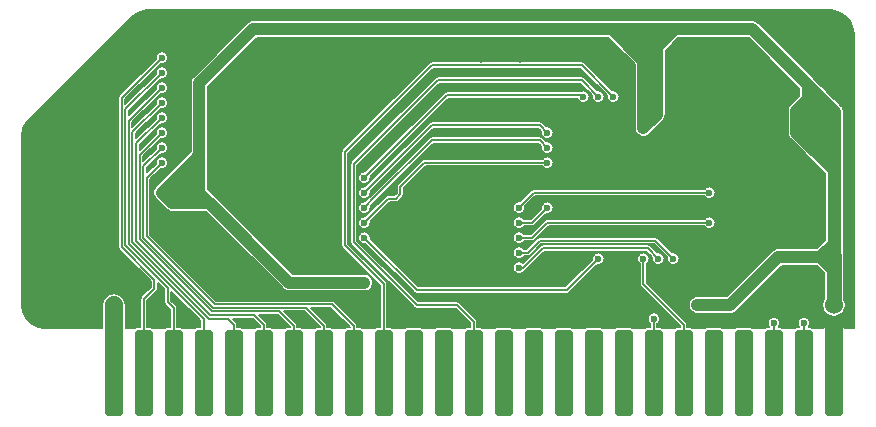
<source format=gbl>
G04 #@! TF.GenerationSoftware,KiCad,Pcbnew,(5.1.5-0-10_14)*
G04 #@! TF.CreationDate,2020-04-11T03:56:32-04:00*
G04 #@! TF.ProjectId,Voyager128,566f7961-6765-4723-9132-382e6b696361,rev?*
G04 #@! TF.SameCoordinates,Original*
G04 #@! TF.FileFunction,Copper,L2,Bot*
G04 #@! TF.FilePolarity,Positive*
%FSLAX46Y46*%
G04 Gerber Fmt 4.6, Leading zero omitted, Abs format (unit mm)*
G04 Created by KiCad (PCBNEW (5.1.5-0-10_14)) date 2020-04-11 03:56:32*
%MOMM*%
%LPD*%
G04 APERTURE LIST*
%ADD10C,0.100000*%
%ADD11C,2.000000*%
%ADD12C,0.800000*%
%ADD13C,0.600000*%
%ADD14C,1.524000*%
%ADD15C,1.270000*%
%ADD16C,1.016000*%
%ADD17C,1.524000*%
%ADD18C,0.152400*%
G04 APERTURE END LIST*
G04 #@! TA.AperFunction,SMDPad,CuDef*
D10*
G36*
X137578345Y-131613835D02*
G01*
X137615329Y-131619321D01*
X137651598Y-131628406D01*
X137686802Y-131641002D01*
X137720602Y-131656988D01*
X137752672Y-131676210D01*
X137782704Y-131698483D01*
X137810408Y-131723592D01*
X137835517Y-131751296D01*
X137857790Y-131781328D01*
X137877012Y-131813398D01*
X137892998Y-131847198D01*
X137905594Y-131882402D01*
X137914679Y-131918671D01*
X137920165Y-131955655D01*
X137922000Y-131993000D01*
X137922000Y-138571000D01*
X137920165Y-138608345D01*
X137914679Y-138645329D01*
X137905594Y-138681598D01*
X137892998Y-138716802D01*
X137877012Y-138750602D01*
X137857790Y-138782672D01*
X137835517Y-138812704D01*
X137810408Y-138840408D01*
X137782704Y-138865517D01*
X137752672Y-138887790D01*
X137720602Y-138907012D01*
X137686802Y-138922998D01*
X137651598Y-138935594D01*
X137615329Y-138944679D01*
X137578345Y-138950165D01*
X137541000Y-138952000D01*
X136779000Y-138952000D01*
X136741655Y-138950165D01*
X136704671Y-138944679D01*
X136668402Y-138935594D01*
X136633198Y-138922998D01*
X136599398Y-138907012D01*
X136567328Y-138887790D01*
X136537296Y-138865517D01*
X136509592Y-138840408D01*
X136484483Y-138812704D01*
X136462210Y-138782672D01*
X136442988Y-138750602D01*
X136427002Y-138716802D01*
X136414406Y-138681598D01*
X136405321Y-138645329D01*
X136399835Y-138608345D01*
X136398000Y-138571000D01*
X136398000Y-131993000D01*
X136399835Y-131955655D01*
X136405321Y-131918671D01*
X136414406Y-131882402D01*
X136427002Y-131847198D01*
X136442988Y-131813398D01*
X136462210Y-131781328D01*
X136484483Y-131751296D01*
X136509592Y-131723592D01*
X136537296Y-131698483D01*
X136567328Y-131676210D01*
X136599398Y-131656988D01*
X136633198Y-131641002D01*
X136668402Y-131628406D01*
X136704671Y-131619321D01*
X136741655Y-131613835D01*
X136779000Y-131612000D01*
X137541000Y-131612000D01*
X137578345Y-131613835D01*
G37*
G04 #@! TD.AperFunction*
G04 #@! TA.AperFunction,SMDPad,CuDef*
G36*
X135038345Y-131613835D02*
G01*
X135075329Y-131619321D01*
X135111598Y-131628406D01*
X135146802Y-131641002D01*
X135180602Y-131656988D01*
X135212672Y-131676210D01*
X135242704Y-131698483D01*
X135270408Y-131723592D01*
X135295517Y-131751296D01*
X135317790Y-131781328D01*
X135337012Y-131813398D01*
X135352998Y-131847198D01*
X135365594Y-131882402D01*
X135374679Y-131918671D01*
X135380165Y-131955655D01*
X135382000Y-131993000D01*
X135382000Y-138571000D01*
X135380165Y-138608345D01*
X135374679Y-138645329D01*
X135365594Y-138681598D01*
X135352998Y-138716802D01*
X135337012Y-138750602D01*
X135317790Y-138782672D01*
X135295517Y-138812704D01*
X135270408Y-138840408D01*
X135242704Y-138865517D01*
X135212672Y-138887790D01*
X135180602Y-138907012D01*
X135146802Y-138922998D01*
X135111598Y-138935594D01*
X135075329Y-138944679D01*
X135038345Y-138950165D01*
X135001000Y-138952000D01*
X134239000Y-138952000D01*
X134201655Y-138950165D01*
X134164671Y-138944679D01*
X134128402Y-138935594D01*
X134093198Y-138922998D01*
X134059398Y-138907012D01*
X134027328Y-138887790D01*
X133997296Y-138865517D01*
X133969592Y-138840408D01*
X133944483Y-138812704D01*
X133922210Y-138782672D01*
X133902988Y-138750602D01*
X133887002Y-138716802D01*
X133874406Y-138681598D01*
X133865321Y-138645329D01*
X133859835Y-138608345D01*
X133858000Y-138571000D01*
X133858000Y-131993000D01*
X133859835Y-131955655D01*
X133865321Y-131918671D01*
X133874406Y-131882402D01*
X133887002Y-131847198D01*
X133902988Y-131813398D01*
X133922210Y-131781328D01*
X133944483Y-131751296D01*
X133969592Y-131723592D01*
X133997296Y-131698483D01*
X134027328Y-131676210D01*
X134059398Y-131656988D01*
X134093198Y-131641002D01*
X134128402Y-131628406D01*
X134164671Y-131619321D01*
X134201655Y-131613835D01*
X134239000Y-131612000D01*
X135001000Y-131612000D01*
X135038345Y-131613835D01*
G37*
G04 #@! TD.AperFunction*
G04 #@! TA.AperFunction,SMDPad,CuDef*
G36*
X132498345Y-131613835D02*
G01*
X132535329Y-131619321D01*
X132571598Y-131628406D01*
X132606802Y-131641002D01*
X132640602Y-131656988D01*
X132672672Y-131676210D01*
X132702704Y-131698483D01*
X132730408Y-131723592D01*
X132755517Y-131751296D01*
X132777790Y-131781328D01*
X132797012Y-131813398D01*
X132812998Y-131847198D01*
X132825594Y-131882402D01*
X132834679Y-131918671D01*
X132840165Y-131955655D01*
X132842000Y-131993000D01*
X132842000Y-138571000D01*
X132840165Y-138608345D01*
X132834679Y-138645329D01*
X132825594Y-138681598D01*
X132812998Y-138716802D01*
X132797012Y-138750602D01*
X132777790Y-138782672D01*
X132755517Y-138812704D01*
X132730408Y-138840408D01*
X132702704Y-138865517D01*
X132672672Y-138887790D01*
X132640602Y-138907012D01*
X132606802Y-138922998D01*
X132571598Y-138935594D01*
X132535329Y-138944679D01*
X132498345Y-138950165D01*
X132461000Y-138952000D01*
X131699000Y-138952000D01*
X131661655Y-138950165D01*
X131624671Y-138944679D01*
X131588402Y-138935594D01*
X131553198Y-138922998D01*
X131519398Y-138907012D01*
X131487328Y-138887790D01*
X131457296Y-138865517D01*
X131429592Y-138840408D01*
X131404483Y-138812704D01*
X131382210Y-138782672D01*
X131362988Y-138750602D01*
X131347002Y-138716802D01*
X131334406Y-138681598D01*
X131325321Y-138645329D01*
X131319835Y-138608345D01*
X131318000Y-138571000D01*
X131318000Y-131993000D01*
X131319835Y-131955655D01*
X131325321Y-131918671D01*
X131334406Y-131882402D01*
X131347002Y-131847198D01*
X131362988Y-131813398D01*
X131382210Y-131781328D01*
X131404483Y-131751296D01*
X131429592Y-131723592D01*
X131457296Y-131698483D01*
X131487328Y-131676210D01*
X131519398Y-131656988D01*
X131553198Y-131641002D01*
X131588402Y-131628406D01*
X131624671Y-131619321D01*
X131661655Y-131613835D01*
X131699000Y-131612000D01*
X132461000Y-131612000D01*
X132498345Y-131613835D01*
G37*
G04 #@! TD.AperFunction*
G04 #@! TA.AperFunction,SMDPad,CuDef*
G36*
X76618345Y-131613835D02*
G01*
X76655329Y-131619321D01*
X76691598Y-131628406D01*
X76726802Y-131641002D01*
X76760602Y-131656988D01*
X76792672Y-131676210D01*
X76822704Y-131698483D01*
X76850408Y-131723592D01*
X76875517Y-131751296D01*
X76897790Y-131781328D01*
X76917012Y-131813398D01*
X76932998Y-131847198D01*
X76945594Y-131882402D01*
X76954679Y-131918671D01*
X76960165Y-131955655D01*
X76962000Y-131993000D01*
X76962000Y-138571000D01*
X76960165Y-138608345D01*
X76954679Y-138645329D01*
X76945594Y-138681598D01*
X76932998Y-138716802D01*
X76917012Y-138750602D01*
X76897790Y-138782672D01*
X76875517Y-138812704D01*
X76850408Y-138840408D01*
X76822704Y-138865517D01*
X76792672Y-138887790D01*
X76760602Y-138907012D01*
X76726802Y-138922998D01*
X76691598Y-138935594D01*
X76655329Y-138944679D01*
X76618345Y-138950165D01*
X76581000Y-138952000D01*
X75819000Y-138952000D01*
X75781655Y-138950165D01*
X75744671Y-138944679D01*
X75708402Y-138935594D01*
X75673198Y-138922998D01*
X75639398Y-138907012D01*
X75607328Y-138887790D01*
X75577296Y-138865517D01*
X75549592Y-138840408D01*
X75524483Y-138812704D01*
X75502210Y-138782672D01*
X75482988Y-138750602D01*
X75467002Y-138716802D01*
X75454406Y-138681598D01*
X75445321Y-138645329D01*
X75439835Y-138608345D01*
X75438000Y-138571000D01*
X75438000Y-131993000D01*
X75439835Y-131955655D01*
X75445321Y-131918671D01*
X75454406Y-131882402D01*
X75467002Y-131847198D01*
X75482988Y-131813398D01*
X75502210Y-131781328D01*
X75524483Y-131751296D01*
X75549592Y-131723592D01*
X75577296Y-131698483D01*
X75607328Y-131676210D01*
X75639398Y-131656988D01*
X75673198Y-131641002D01*
X75708402Y-131628406D01*
X75744671Y-131619321D01*
X75781655Y-131613835D01*
X75819000Y-131612000D01*
X76581000Y-131612000D01*
X76618345Y-131613835D01*
G37*
G04 #@! TD.AperFunction*
G04 #@! TA.AperFunction,SMDPad,CuDef*
G36*
X79158345Y-131613835D02*
G01*
X79195329Y-131619321D01*
X79231598Y-131628406D01*
X79266802Y-131641002D01*
X79300602Y-131656988D01*
X79332672Y-131676210D01*
X79362704Y-131698483D01*
X79390408Y-131723592D01*
X79415517Y-131751296D01*
X79437790Y-131781328D01*
X79457012Y-131813398D01*
X79472998Y-131847198D01*
X79485594Y-131882402D01*
X79494679Y-131918671D01*
X79500165Y-131955655D01*
X79502000Y-131993000D01*
X79502000Y-138571000D01*
X79500165Y-138608345D01*
X79494679Y-138645329D01*
X79485594Y-138681598D01*
X79472998Y-138716802D01*
X79457012Y-138750602D01*
X79437790Y-138782672D01*
X79415517Y-138812704D01*
X79390408Y-138840408D01*
X79362704Y-138865517D01*
X79332672Y-138887790D01*
X79300602Y-138907012D01*
X79266802Y-138922998D01*
X79231598Y-138935594D01*
X79195329Y-138944679D01*
X79158345Y-138950165D01*
X79121000Y-138952000D01*
X78359000Y-138952000D01*
X78321655Y-138950165D01*
X78284671Y-138944679D01*
X78248402Y-138935594D01*
X78213198Y-138922998D01*
X78179398Y-138907012D01*
X78147328Y-138887790D01*
X78117296Y-138865517D01*
X78089592Y-138840408D01*
X78064483Y-138812704D01*
X78042210Y-138782672D01*
X78022988Y-138750602D01*
X78007002Y-138716802D01*
X77994406Y-138681598D01*
X77985321Y-138645329D01*
X77979835Y-138608345D01*
X77978000Y-138571000D01*
X77978000Y-131993000D01*
X77979835Y-131955655D01*
X77985321Y-131918671D01*
X77994406Y-131882402D01*
X78007002Y-131847198D01*
X78022988Y-131813398D01*
X78042210Y-131781328D01*
X78064483Y-131751296D01*
X78089592Y-131723592D01*
X78117296Y-131698483D01*
X78147328Y-131676210D01*
X78179398Y-131656988D01*
X78213198Y-131641002D01*
X78248402Y-131628406D01*
X78284671Y-131619321D01*
X78321655Y-131613835D01*
X78359000Y-131612000D01*
X79121000Y-131612000D01*
X79158345Y-131613835D01*
G37*
G04 #@! TD.AperFunction*
G04 #@! TA.AperFunction,SMDPad,CuDef*
G36*
X81698345Y-131613835D02*
G01*
X81735329Y-131619321D01*
X81771598Y-131628406D01*
X81806802Y-131641002D01*
X81840602Y-131656988D01*
X81872672Y-131676210D01*
X81902704Y-131698483D01*
X81930408Y-131723592D01*
X81955517Y-131751296D01*
X81977790Y-131781328D01*
X81997012Y-131813398D01*
X82012998Y-131847198D01*
X82025594Y-131882402D01*
X82034679Y-131918671D01*
X82040165Y-131955655D01*
X82042000Y-131993000D01*
X82042000Y-138571000D01*
X82040165Y-138608345D01*
X82034679Y-138645329D01*
X82025594Y-138681598D01*
X82012998Y-138716802D01*
X81997012Y-138750602D01*
X81977790Y-138782672D01*
X81955517Y-138812704D01*
X81930408Y-138840408D01*
X81902704Y-138865517D01*
X81872672Y-138887790D01*
X81840602Y-138907012D01*
X81806802Y-138922998D01*
X81771598Y-138935594D01*
X81735329Y-138944679D01*
X81698345Y-138950165D01*
X81661000Y-138952000D01*
X80899000Y-138952000D01*
X80861655Y-138950165D01*
X80824671Y-138944679D01*
X80788402Y-138935594D01*
X80753198Y-138922998D01*
X80719398Y-138907012D01*
X80687328Y-138887790D01*
X80657296Y-138865517D01*
X80629592Y-138840408D01*
X80604483Y-138812704D01*
X80582210Y-138782672D01*
X80562988Y-138750602D01*
X80547002Y-138716802D01*
X80534406Y-138681598D01*
X80525321Y-138645329D01*
X80519835Y-138608345D01*
X80518000Y-138571000D01*
X80518000Y-131993000D01*
X80519835Y-131955655D01*
X80525321Y-131918671D01*
X80534406Y-131882402D01*
X80547002Y-131847198D01*
X80562988Y-131813398D01*
X80582210Y-131781328D01*
X80604483Y-131751296D01*
X80629592Y-131723592D01*
X80657296Y-131698483D01*
X80687328Y-131676210D01*
X80719398Y-131656988D01*
X80753198Y-131641002D01*
X80788402Y-131628406D01*
X80824671Y-131619321D01*
X80861655Y-131613835D01*
X80899000Y-131612000D01*
X81661000Y-131612000D01*
X81698345Y-131613835D01*
G37*
G04 #@! TD.AperFunction*
G04 #@! TA.AperFunction,SMDPad,CuDef*
G36*
X84238345Y-131613835D02*
G01*
X84275329Y-131619321D01*
X84311598Y-131628406D01*
X84346802Y-131641002D01*
X84380602Y-131656988D01*
X84412672Y-131676210D01*
X84442704Y-131698483D01*
X84470408Y-131723592D01*
X84495517Y-131751296D01*
X84517790Y-131781328D01*
X84537012Y-131813398D01*
X84552998Y-131847198D01*
X84565594Y-131882402D01*
X84574679Y-131918671D01*
X84580165Y-131955655D01*
X84582000Y-131993000D01*
X84582000Y-138571000D01*
X84580165Y-138608345D01*
X84574679Y-138645329D01*
X84565594Y-138681598D01*
X84552998Y-138716802D01*
X84537012Y-138750602D01*
X84517790Y-138782672D01*
X84495517Y-138812704D01*
X84470408Y-138840408D01*
X84442704Y-138865517D01*
X84412672Y-138887790D01*
X84380602Y-138907012D01*
X84346802Y-138922998D01*
X84311598Y-138935594D01*
X84275329Y-138944679D01*
X84238345Y-138950165D01*
X84201000Y-138952000D01*
X83439000Y-138952000D01*
X83401655Y-138950165D01*
X83364671Y-138944679D01*
X83328402Y-138935594D01*
X83293198Y-138922998D01*
X83259398Y-138907012D01*
X83227328Y-138887790D01*
X83197296Y-138865517D01*
X83169592Y-138840408D01*
X83144483Y-138812704D01*
X83122210Y-138782672D01*
X83102988Y-138750602D01*
X83087002Y-138716802D01*
X83074406Y-138681598D01*
X83065321Y-138645329D01*
X83059835Y-138608345D01*
X83058000Y-138571000D01*
X83058000Y-131993000D01*
X83059835Y-131955655D01*
X83065321Y-131918671D01*
X83074406Y-131882402D01*
X83087002Y-131847198D01*
X83102988Y-131813398D01*
X83122210Y-131781328D01*
X83144483Y-131751296D01*
X83169592Y-131723592D01*
X83197296Y-131698483D01*
X83227328Y-131676210D01*
X83259398Y-131656988D01*
X83293198Y-131641002D01*
X83328402Y-131628406D01*
X83364671Y-131619321D01*
X83401655Y-131613835D01*
X83439000Y-131612000D01*
X84201000Y-131612000D01*
X84238345Y-131613835D01*
G37*
G04 #@! TD.AperFunction*
G04 #@! TA.AperFunction,SMDPad,CuDef*
G36*
X86778345Y-131613835D02*
G01*
X86815329Y-131619321D01*
X86851598Y-131628406D01*
X86886802Y-131641002D01*
X86920602Y-131656988D01*
X86952672Y-131676210D01*
X86982704Y-131698483D01*
X87010408Y-131723592D01*
X87035517Y-131751296D01*
X87057790Y-131781328D01*
X87077012Y-131813398D01*
X87092998Y-131847198D01*
X87105594Y-131882402D01*
X87114679Y-131918671D01*
X87120165Y-131955655D01*
X87122000Y-131993000D01*
X87122000Y-138571000D01*
X87120165Y-138608345D01*
X87114679Y-138645329D01*
X87105594Y-138681598D01*
X87092998Y-138716802D01*
X87077012Y-138750602D01*
X87057790Y-138782672D01*
X87035517Y-138812704D01*
X87010408Y-138840408D01*
X86982704Y-138865517D01*
X86952672Y-138887790D01*
X86920602Y-138907012D01*
X86886802Y-138922998D01*
X86851598Y-138935594D01*
X86815329Y-138944679D01*
X86778345Y-138950165D01*
X86741000Y-138952000D01*
X85979000Y-138952000D01*
X85941655Y-138950165D01*
X85904671Y-138944679D01*
X85868402Y-138935594D01*
X85833198Y-138922998D01*
X85799398Y-138907012D01*
X85767328Y-138887790D01*
X85737296Y-138865517D01*
X85709592Y-138840408D01*
X85684483Y-138812704D01*
X85662210Y-138782672D01*
X85642988Y-138750602D01*
X85627002Y-138716802D01*
X85614406Y-138681598D01*
X85605321Y-138645329D01*
X85599835Y-138608345D01*
X85598000Y-138571000D01*
X85598000Y-131993000D01*
X85599835Y-131955655D01*
X85605321Y-131918671D01*
X85614406Y-131882402D01*
X85627002Y-131847198D01*
X85642988Y-131813398D01*
X85662210Y-131781328D01*
X85684483Y-131751296D01*
X85709592Y-131723592D01*
X85737296Y-131698483D01*
X85767328Y-131676210D01*
X85799398Y-131656988D01*
X85833198Y-131641002D01*
X85868402Y-131628406D01*
X85904671Y-131619321D01*
X85941655Y-131613835D01*
X85979000Y-131612000D01*
X86741000Y-131612000D01*
X86778345Y-131613835D01*
G37*
G04 #@! TD.AperFunction*
G04 #@! TA.AperFunction,SMDPad,CuDef*
G36*
X89318345Y-131613835D02*
G01*
X89355329Y-131619321D01*
X89391598Y-131628406D01*
X89426802Y-131641002D01*
X89460602Y-131656988D01*
X89492672Y-131676210D01*
X89522704Y-131698483D01*
X89550408Y-131723592D01*
X89575517Y-131751296D01*
X89597790Y-131781328D01*
X89617012Y-131813398D01*
X89632998Y-131847198D01*
X89645594Y-131882402D01*
X89654679Y-131918671D01*
X89660165Y-131955655D01*
X89662000Y-131993000D01*
X89662000Y-138571000D01*
X89660165Y-138608345D01*
X89654679Y-138645329D01*
X89645594Y-138681598D01*
X89632998Y-138716802D01*
X89617012Y-138750602D01*
X89597790Y-138782672D01*
X89575517Y-138812704D01*
X89550408Y-138840408D01*
X89522704Y-138865517D01*
X89492672Y-138887790D01*
X89460602Y-138907012D01*
X89426802Y-138922998D01*
X89391598Y-138935594D01*
X89355329Y-138944679D01*
X89318345Y-138950165D01*
X89281000Y-138952000D01*
X88519000Y-138952000D01*
X88481655Y-138950165D01*
X88444671Y-138944679D01*
X88408402Y-138935594D01*
X88373198Y-138922998D01*
X88339398Y-138907012D01*
X88307328Y-138887790D01*
X88277296Y-138865517D01*
X88249592Y-138840408D01*
X88224483Y-138812704D01*
X88202210Y-138782672D01*
X88182988Y-138750602D01*
X88167002Y-138716802D01*
X88154406Y-138681598D01*
X88145321Y-138645329D01*
X88139835Y-138608345D01*
X88138000Y-138571000D01*
X88138000Y-131993000D01*
X88139835Y-131955655D01*
X88145321Y-131918671D01*
X88154406Y-131882402D01*
X88167002Y-131847198D01*
X88182988Y-131813398D01*
X88202210Y-131781328D01*
X88224483Y-131751296D01*
X88249592Y-131723592D01*
X88277296Y-131698483D01*
X88307328Y-131676210D01*
X88339398Y-131656988D01*
X88373198Y-131641002D01*
X88408402Y-131628406D01*
X88444671Y-131619321D01*
X88481655Y-131613835D01*
X88519000Y-131612000D01*
X89281000Y-131612000D01*
X89318345Y-131613835D01*
G37*
G04 #@! TD.AperFunction*
G04 #@! TA.AperFunction,SMDPad,CuDef*
G36*
X91858345Y-131613835D02*
G01*
X91895329Y-131619321D01*
X91931598Y-131628406D01*
X91966802Y-131641002D01*
X92000602Y-131656988D01*
X92032672Y-131676210D01*
X92062704Y-131698483D01*
X92090408Y-131723592D01*
X92115517Y-131751296D01*
X92137790Y-131781328D01*
X92157012Y-131813398D01*
X92172998Y-131847198D01*
X92185594Y-131882402D01*
X92194679Y-131918671D01*
X92200165Y-131955655D01*
X92202000Y-131993000D01*
X92202000Y-138571000D01*
X92200165Y-138608345D01*
X92194679Y-138645329D01*
X92185594Y-138681598D01*
X92172998Y-138716802D01*
X92157012Y-138750602D01*
X92137790Y-138782672D01*
X92115517Y-138812704D01*
X92090408Y-138840408D01*
X92062704Y-138865517D01*
X92032672Y-138887790D01*
X92000602Y-138907012D01*
X91966802Y-138922998D01*
X91931598Y-138935594D01*
X91895329Y-138944679D01*
X91858345Y-138950165D01*
X91821000Y-138952000D01*
X91059000Y-138952000D01*
X91021655Y-138950165D01*
X90984671Y-138944679D01*
X90948402Y-138935594D01*
X90913198Y-138922998D01*
X90879398Y-138907012D01*
X90847328Y-138887790D01*
X90817296Y-138865517D01*
X90789592Y-138840408D01*
X90764483Y-138812704D01*
X90742210Y-138782672D01*
X90722988Y-138750602D01*
X90707002Y-138716802D01*
X90694406Y-138681598D01*
X90685321Y-138645329D01*
X90679835Y-138608345D01*
X90678000Y-138571000D01*
X90678000Y-131993000D01*
X90679835Y-131955655D01*
X90685321Y-131918671D01*
X90694406Y-131882402D01*
X90707002Y-131847198D01*
X90722988Y-131813398D01*
X90742210Y-131781328D01*
X90764483Y-131751296D01*
X90789592Y-131723592D01*
X90817296Y-131698483D01*
X90847328Y-131676210D01*
X90879398Y-131656988D01*
X90913198Y-131641002D01*
X90948402Y-131628406D01*
X90984671Y-131619321D01*
X91021655Y-131613835D01*
X91059000Y-131612000D01*
X91821000Y-131612000D01*
X91858345Y-131613835D01*
G37*
G04 #@! TD.AperFunction*
G04 #@! TA.AperFunction,SMDPad,CuDef*
G36*
X94398345Y-131613835D02*
G01*
X94435329Y-131619321D01*
X94471598Y-131628406D01*
X94506802Y-131641002D01*
X94540602Y-131656988D01*
X94572672Y-131676210D01*
X94602704Y-131698483D01*
X94630408Y-131723592D01*
X94655517Y-131751296D01*
X94677790Y-131781328D01*
X94697012Y-131813398D01*
X94712998Y-131847198D01*
X94725594Y-131882402D01*
X94734679Y-131918671D01*
X94740165Y-131955655D01*
X94742000Y-131993000D01*
X94742000Y-138571000D01*
X94740165Y-138608345D01*
X94734679Y-138645329D01*
X94725594Y-138681598D01*
X94712998Y-138716802D01*
X94697012Y-138750602D01*
X94677790Y-138782672D01*
X94655517Y-138812704D01*
X94630408Y-138840408D01*
X94602704Y-138865517D01*
X94572672Y-138887790D01*
X94540602Y-138907012D01*
X94506802Y-138922998D01*
X94471598Y-138935594D01*
X94435329Y-138944679D01*
X94398345Y-138950165D01*
X94361000Y-138952000D01*
X93599000Y-138952000D01*
X93561655Y-138950165D01*
X93524671Y-138944679D01*
X93488402Y-138935594D01*
X93453198Y-138922998D01*
X93419398Y-138907012D01*
X93387328Y-138887790D01*
X93357296Y-138865517D01*
X93329592Y-138840408D01*
X93304483Y-138812704D01*
X93282210Y-138782672D01*
X93262988Y-138750602D01*
X93247002Y-138716802D01*
X93234406Y-138681598D01*
X93225321Y-138645329D01*
X93219835Y-138608345D01*
X93218000Y-138571000D01*
X93218000Y-131993000D01*
X93219835Y-131955655D01*
X93225321Y-131918671D01*
X93234406Y-131882402D01*
X93247002Y-131847198D01*
X93262988Y-131813398D01*
X93282210Y-131781328D01*
X93304483Y-131751296D01*
X93329592Y-131723592D01*
X93357296Y-131698483D01*
X93387328Y-131676210D01*
X93419398Y-131656988D01*
X93453198Y-131641002D01*
X93488402Y-131628406D01*
X93524671Y-131619321D01*
X93561655Y-131613835D01*
X93599000Y-131612000D01*
X94361000Y-131612000D01*
X94398345Y-131613835D01*
G37*
G04 #@! TD.AperFunction*
G04 #@! TA.AperFunction,SMDPad,CuDef*
G36*
X96938345Y-131613835D02*
G01*
X96975329Y-131619321D01*
X97011598Y-131628406D01*
X97046802Y-131641002D01*
X97080602Y-131656988D01*
X97112672Y-131676210D01*
X97142704Y-131698483D01*
X97170408Y-131723592D01*
X97195517Y-131751296D01*
X97217790Y-131781328D01*
X97237012Y-131813398D01*
X97252998Y-131847198D01*
X97265594Y-131882402D01*
X97274679Y-131918671D01*
X97280165Y-131955655D01*
X97282000Y-131993000D01*
X97282000Y-138571000D01*
X97280165Y-138608345D01*
X97274679Y-138645329D01*
X97265594Y-138681598D01*
X97252998Y-138716802D01*
X97237012Y-138750602D01*
X97217790Y-138782672D01*
X97195517Y-138812704D01*
X97170408Y-138840408D01*
X97142704Y-138865517D01*
X97112672Y-138887790D01*
X97080602Y-138907012D01*
X97046802Y-138922998D01*
X97011598Y-138935594D01*
X96975329Y-138944679D01*
X96938345Y-138950165D01*
X96901000Y-138952000D01*
X96139000Y-138952000D01*
X96101655Y-138950165D01*
X96064671Y-138944679D01*
X96028402Y-138935594D01*
X95993198Y-138922998D01*
X95959398Y-138907012D01*
X95927328Y-138887790D01*
X95897296Y-138865517D01*
X95869592Y-138840408D01*
X95844483Y-138812704D01*
X95822210Y-138782672D01*
X95802988Y-138750602D01*
X95787002Y-138716802D01*
X95774406Y-138681598D01*
X95765321Y-138645329D01*
X95759835Y-138608345D01*
X95758000Y-138571000D01*
X95758000Y-131993000D01*
X95759835Y-131955655D01*
X95765321Y-131918671D01*
X95774406Y-131882402D01*
X95787002Y-131847198D01*
X95802988Y-131813398D01*
X95822210Y-131781328D01*
X95844483Y-131751296D01*
X95869592Y-131723592D01*
X95897296Y-131698483D01*
X95927328Y-131676210D01*
X95959398Y-131656988D01*
X95993198Y-131641002D01*
X96028402Y-131628406D01*
X96064671Y-131619321D01*
X96101655Y-131613835D01*
X96139000Y-131612000D01*
X96901000Y-131612000D01*
X96938345Y-131613835D01*
G37*
G04 #@! TD.AperFunction*
G04 #@! TA.AperFunction,SMDPad,CuDef*
G36*
X99478345Y-131613835D02*
G01*
X99515329Y-131619321D01*
X99551598Y-131628406D01*
X99586802Y-131641002D01*
X99620602Y-131656988D01*
X99652672Y-131676210D01*
X99682704Y-131698483D01*
X99710408Y-131723592D01*
X99735517Y-131751296D01*
X99757790Y-131781328D01*
X99777012Y-131813398D01*
X99792998Y-131847198D01*
X99805594Y-131882402D01*
X99814679Y-131918671D01*
X99820165Y-131955655D01*
X99822000Y-131993000D01*
X99822000Y-138571000D01*
X99820165Y-138608345D01*
X99814679Y-138645329D01*
X99805594Y-138681598D01*
X99792998Y-138716802D01*
X99777012Y-138750602D01*
X99757790Y-138782672D01*
X99735517Y-138812704D01*
X99710408Y-138840408D01*
X99682704Y-138865517D01*
X99652672Y-138887790D01*
X99620602Y-138907012D01*
X99586802Y-138922998D01*
X99551598Y-138935594D01*
X99515329Y-138944679D01*
X99478345Y-138950165D01*
X99441000Y-138952000D01*
X98679000Y-138952000D01*
X98641655Y-138950165D01*
X98604671Y-138944679D01*
X98568402Y-138935594D01*
X98533198Y-138922998D01*
X98499398Y-138907012D01*
X98467328Y-138887790D01*
X98437296Y-138865517D01*
X98409592Y-138840408D01*
X98384483Y-138812704D01*
X98362210Y-138782672D01*
X98342988Y-138750602D01*
X98327002Y-138716802D01*
X98314406Y-138681598D01*
X98305321Y-138645329D01*
X98299835Y-138608345D01*
X98298000Y-138571000D01*
X98298000Y-131993000D01*
X98299835Y-131955655D01*
X98305321Y-131918671D01*
X98314406Y-131882402D01*
X98327002Y-131847198D01*
X98342988Y-131813398D01*
X98362210Y-131781328D01*
X98384483Y-131751296D01*
X98409592Y-131723592D01*
X98437296Y-131698483D01*
X98467328Y-131676210D01*
X98499398Y-131656988D01*
X98533198Y-131641002D01*
X98568402Y-131628406D01*
X98604671Y-131619321D01*
X98641655Y-131613835D01*
X98679000Y-131612000D01*
X99441000Y-131612000D01*
X99478345Y-131613835D01*
G37*
G04 #@! TD.AperFunction*
G04 #@! TA.AperFunction,SMDPad,CuDef*
G36*
X102018345Y-131613835D02*
G01*
X102055329Y-131619321D01*
X102091598Y-131628406D01*
X102126802Y-131641002D01*
X102160602Y-131656988D01*
X102192672Y-131676210D01*
X102222704Y-131698483D01*
X102250408Y-131723592D01*
X102275517Y-131751296D01*
X102297790Y-131781328D01*
X102317012Y-131813398D01*
X102332998Y-131847198D01*
X102345594Y-131882402D01*
X102354679Y-131918671D01*
X102360165Y-131955655D01*
X102362000Y-131993000D01*
X102362000Y-138571000D01*
X102360165Y-138608345D01*
X102354679Y-138645329D01*
X102345594Y-138681598D01*
X102332998Y-138716802D01*
X102317012Y-138750602D01*
X102297790Y-138782672D01*
X102275517Y-138812704D01*
X102250408Y-138840408D01*
X102222704Y-138865517D01*
X102192672Y-138887790D01*
X102160602Y-138907012D01*
X102126802Y-138922998D01*
X102091598Y-138935594D01*
X102055329Y-138944679D01*
X102018345Y-138950165D01*
X101981000Y-138952000D01*
X101219000Y-138952000D01*
X101181655Y-138950165D01*
X101144671Y-138944679D01*
X101108402Y-138935594D01*
X101073198Y-138922998D01*
X101039398Y-138907012D01*
X101007328Y-138887790D01*
X100977296Y-138865517D01*
X100949592Y-138840408D01*
X100924483Y-138812704D01*
X100902210Y-138782672D01*
X100882988Y-138750602D01*
X100867002Y-138716802D01*
X100854406Y-138681598D01*
X100845321Y-138645329D01*
X100839835Y-138608345D01*
X100838000Y-138571000D01*
X100838000Y-131993000D01*
X100839835Y-131955655D01*
X100845321Y-131918671D01*
X100854406Y-131882402D01*
X100867002Y-131847198D01*
X100882988Y-131813398D01*
X100902210Y-131781328D01*
X100924483Y-131751296D01*
X100949592Y-131723592D01*
X100977296Y-131698483D01*
X101007328Y-131676210D01*
X101039398Y-131656988D01*
X101073198Y-131641002D01*
X101108402Y-131628406D01*
X101144671Y-131619321D01*
X101181655Y-131613835D01*
X101219000Y-131612000D01*
X101981000Y-131612000D01*
X102018345Y-131613835D01*
G37*
G04 #@! TD.AperFunction*
G04 #@! TA.AperFunction,SMDPad,CuDef*
G36*
X104558345Y-131613835D02*
G01*
X104595329Y-131619321D01*
X104631598Y-131628406D01*
X104666802Y-131641002D01*
X104700602Y-131656988D01*
X104732672Y-131676210D01*
X104762704Y-131698483D01*
X104790408Y-131723592D01*
X104815517Y-131751296D01*
X104837790Y-131781328D01*
X104857012Y-131813398D01*
X104872998Y-131847198D01*
X104885594Y-131882402D01*
X104894679Y-131918671D01*
X104900165Y-131955655D01*
X104902000Y-131993000D01*
X104902000Y-138571000D01*
X104900165Y-138608345D01*
X104894679Y-138645329D01*
X104885594Y-138681598D01*
X104872998Y-138716802D01*
X104857012Y-138750602D01*
X104837790Y-138782672D01*
X104815517Y-138812704D01*
X104790408Y-138840408D01*
X104762704Y-138865517D01*
X104732672Y-138887790D01*
X104700602Y-138907012D01*
X104666802Y-138922998D01*
X104631598Y-138935594D01*
X104595329Y-138944679D01*
X104558345Y-138950165D01*
X104521000Y-138952000D01*
X103759000Y-138952000D01*
X103721655Y-138950165D01*
X103684671Y-138944679D01*
X103648402Y-138935594D01*
X103613198Y-138922998D01*
X103579398Y-138907012D01*
X103547328Y-138887790D01*
X103517296Y-138865517D01*
X103489592Y-138840408D01*
X103464483Y-138812704D01*
X103442210Y-138782672D01*
X103422988Y-138750602D01*
X103407002Y-138716802D01*
X103394406Y-138681598D01*
X103385321Y-138645329D01*
X103379835Y-138608345D01*
X103378000Y-138571000D01*
X103378000Y-131993000D01*
X103379835Y-131955655D01*
X103385321Y-131918671D01*
X103394406Y-131882402D01*
X103407002Y-131847198D01*
X103422988Y-131813398D01*
X103442210Y-131781328D01*
X103464483Y-131751296D01*
X103489592Y-131723592D01*
X103517296Y-131698483D01*
X103547328Y-131676210D01*
X103579398Y-131656988D01*
X103613198Y-131641002D01*
X103648402Y-131628406D01*
X103684671Y-131619321D01*
X103721655Y-131613835D01*
X103759000Y-131612000D01*
X104521000Y-131612000D01*
X104558345Y-131613835D01*
G37*
G04 #@! TD.AperFunction*
G04 #@! TA.AperFunction,SMDPad,CuDef*
G36*
X107098345Y-131613835D02*
G01*
X107135329Y-131619321D01*
X107171598Y-131628406D01*
X107206802Y-131641002D01*
X107240602Y-131656988D01*
X107272672Y-131676210D01*
X107302704Y-131698483D01*
X107330408Y-131723592D01*
X107355517Y-131751296D01*
X107377790Y-131781328D01*
X107397012Y-131813398D01*
X107412998Y-131847198D01*
X107425594Y-131882402D01*
X107434679Y-131918671D01*
X107440165Y-131955655D01*
X107442000Y-131993000D01*
X107442000Y-138571000D01*
X107440165Y-138608345D01*
X107434679Y-138645329D01*
X107425594Y-138681598D01*
X107412998Y-138716802D01*
X107397012Y-138750602D01*
X107377790Y-138782672D01*
X107355517Y-138812704D01*
X107330408Y-138840408D01*
X107302704Y-138865517D01*
X107272672Y-138887790D01*
X107240602Y-138907012D01*
X107206802Y-138922998D01*
X107171598Y-138935594D01*
X107135329Y-138944679D01*
X107098345Y-138950165D01*
X107061000Y-138952000D01*
X106299000Y-138952000D01*
X106261655Y-138950165D01*
X106224671Y-138944679D01*
X106188402Y-138935594D01*
X106153198Y-138922998D01*
X106119398Y-138907012D01*
X106087328Y-138887790D01*
X106057296Y-138865517D01*
X106029592Y-138840408D01*
X106004483Y-138812704D01*
X105982210Y-138782672D01*
X105962988Y-138750602D01*
X105947002Y-138716802D01*
X105934406Y-138681598D01*
X105925321Y-138645329D01*
X105919835Y-138608345D01*
X105918000Y-138571000D01*
X105918000Y-131993000D01*
X105919835Y-131955655D01*
X105925321Y-131918671D01*
X105934406Y-131882402D01*
X105947002Y-131847198D01*
X105962988Y-131813398D01*
X105982210Y-131781328D01*
X106004483Y-131751296D01*
X106029592Y-131723592D01*
X106057296Y-131698483D01*
X106087328Y-131676210D01*
X106119398Y-131656988D01*
X106153198Y-131641002D01*
X106188402Y-131628406D01*
X106224671Y-131619321D01*
X106261655Y-131613835D01*
X106299000Y-131612000D01*
X107061000Y-131612000D01*
X107098345Y-131613835D01*
G37*
G04 #@! TD.AperFunction*
G04 #@! TA.AperFunction,SMDPad,CuDef*
G36*
X109638345Y-131613835D02*
G01*
X109675329Y-131619321D01*
X109711598Y-131628406D01*
X109746802Y-131641002D01*
X109780602Y-131656988D01*
X109812672Y-131676210D01*
X109842704Y-131698483D01*
X109870408Y-131723592D01*
X109895517Y-131751296D01*
X109917790Y-131781328D01*
X109937012Y-131813398D01*
X109952998Y-131847198D01*
X109965594Y-131882402D01*
X109974679Y-131918671D01*
X109980165Y-131955655D01*
X109982000Y-131993000D01*
X109982000Y-138571000D01*
X109980165Y-138608345D01*
X109974679Y-138645329D01*
X109965594Y-138681598D01*
X109952998Y-138716802D01*
X109937012Y-138750602D01*
X109917790Y-138782672D01*
X109895517Y-138812704D01*
X109870408Y-138840408D01*
X109842704Y-138865517D01*
X109812672Y-138887790D01*
X109780602Y-138907012D01*
X109746802Y-138922998D01*
X109711598Y-138935594D01*
X109675329Y-138944679D01*
X109638345Y-138950165D01*
X109601000Y-138952000D01*
X108839000Y-138952000D01*
X108801655Y-138950165D01*
X108764671Y-138944679D01*
X108728402Y-138935594D01*
X108693198Y-138922998D01*
X108659398Y-138907012D01*
X108627328Y-138887790D01*
X108597296Y-138865517D01*
X108569592Y-138840408D01*
X108544483Y-138812704D01*
X108522210Y-138782672D01*
X108502988Y-138750602D01*
X108487002Y-138716802D01*
X108474406Y-138681598D01*
X108465321Y-138645329D01*
X108459835Y-138608345D01*
X108458000Y-138571000D01*
X108458000Y-131993000D01*
X108459835Y-131955655D01*
X108465321Y-131918671D01*
X108474406Y-131882402D01*
X108487002Y-131847198D01*
X108502988Y-131813398D01*
X108522210Y-131781328D01*
X108544483Y-131751296D01*
X108569592Y-131723592D01*
X108597296Y-131698483D01*
X108627328Y-131676210D01*
X108659398Y-131656988D01*
X108693198Y-131641002D01*
X108728402Y-131628406D01*
X108764671Y-131619321D01*
X108801655Y-131613835D01*
X108839000Y-131612000D01*
X109601000Y-131612000D01*
X109638345Y-131613835D01*
G37*
G04 #@! TD.AperFunction*
G04 #@! TA.AperFunction,SMDPad,CuDef*
G36*
X112178345Y-131613835D02*
G01*
X112215329Y-131619321D01*
X112251598Y-131628406D01*
X112286802Y-131641002D01*
X112320602Y-131656988D01*
X112352672Y-131676210D01*
X112382704Y-131698483D01*
X112410408Y-131723592D01*
X112435517Y-131751296D01*
X112457790Y-131781328D01*
X112477012Y-131813398D01*
X112492998Y-131847198D01*
X112505594Y-131882402D01*
X112514679Y-131918671D01*
X112520165Y-131955655D01*
X112522000Y-131993000D01*
X112522000Y-138571000D01*
X112520165Y-138608345D01*
X112514679Y-138645329D01*
X112505594Y-138681598D01*
X112492998Y-138716802D01*
X112477012Y-138750602D01*
X112457790Y-138782672D01*
X112435517Y-138812704D01*
X112410408Y-138840408D01*
X112382704Y-138865517D01*
X112352672Y-138887790D01*
X112320602Y-138907012D01*
X112286802Y-138922998D01*
X112251598Y-138935594D01*
X112215329Y-138944679D01*
X112178345Y-138950165D01*
X112141000Y-138952000D01*
X111379000Y-138952000D01*
X111341655Y-138950165D01*
X111304671Y-138944679D01*
X111268402Y-138935594D01*
X111233198Y-138922998D01*
X111199398Y-138907012D01*
X111167328Y-138887790D01*
X111137296Y-138865517D01*
X111109592Y-138840408D01*
X111084483Y-138812704D01*
X111062210Y-138782672D01*
X111042988Y-138750602D01*
X111027002Y-138716802D01*
X111014406Y-138681598D01*
X111005321Y-138645329D01*
X110999835Y-138608345D01*
X110998000Y-138571000D01*
X110998000Y-131993000D01*
X110999835Y-131955655D01*
X111005321Y-131918671D01*
X111014406Y-131882402D01*
X111027002Y-131847198D01*
X111042988Y-131813398D01*
X111062210Y-131781328D01*
X111084483Y-131751296D01*
X111109592Y-131723592D01*
X111137296Y-131698483D01*
X111167328Y-131676210D01*
X111199398Y-131656988D01*
X111233198Y-131641002D01*
X111268402Y-131628406D01*
X111304671Y-131619321D01*
X111341655Y-131613835D01*
X111379000Y-131612000D01*
X112141000Y-131612000D01*
X112178345Y-131613835D01*
G37*
G04 #@! TD.AperFunction*
G04 #@! TA.AperFunction,SMDPad,CuDef*
G36*
X114718345Y-131613835D02*
G01*
X114755329Y-131619321D01*
X114791598Y-131628406D01*
X114826802Y-131641002D01*
X114860602Y-131656988D01*
X114892672Y-131676210D01*
X114922704Y-131698483D01*
X114950408Y-131723592D01*
X114975517Y-131751296D01*
X114997790Y-131781328D01*
X115017012Y-131813398D01*
X115032998Y-131847198D01*
X115045594Y-131882402D01*
X115054679Y-131918671D01*
X115060165Y-131955655D01*
X115062000Y-131993000D01*
X115062000Y-138571000D01*
X115060165Y-138608345D01*
X115054679Y-138645329D01*
X115045594Y-138681598D01*
X115032998Y-138716802D01*
X115017012Y-138750602D01*
X114997790Y-138782672D01*
X114975517Y-138812704D01*
X114950408Y-138840408D01*
X114922704Y-138865517D01*
X114892672Y-138887790D01*
X114860602Y-138907012D01*
X114826802Y-138922998D01*
X114791598Y-138935594D01*
X114755329Y-138944679D01*
X114718345Y-138950165D01*
X114681000Y-138952000D01*
X113919000Y-138952000D01*
X113881655Y-138950165D01*
X113844671Y-138944679D01*
X113808402Y-138935594D01*
X113773198Y-138922998D01*
X113739398Y-138907012D01*
X113707328Y-138887790D01*
X113677296Y-138865517D01*
X113649592Y-138840408D01*
X113624483Y-138812704D01*
X113602210Y-138782672D01*
X113582988Y-138750602D01*
X113567002Y-138716802D01*
X113554406Y-138681598D01*
X113545321Y-138645329D01*
X113539835Y-138608345D01*
X113538000Y-138571000D01*
X113538000Y-131993000D01*
X113539835Y-131955655D01*
X113545321Y-131918671D01*
X113554406Y-131882402D01*
X113567002Y-131847198D01*
X113582988Y-131813398D01*
X113602210Y-131781328D01*
X113624483Y-131751296D01*
X113649592Y-131723592D01*
X113677296Y-131698483D01*
X113707328Y-131676210D01*
X113739398Y-131656988D01*
X113773198Y-131641002D01*
X113808402Y-131628406D01*
X113844671Y-131619321D01*
X113881655Y-131613835D01*
X113919000Y-131612000D01*
X114681000Y-131612000D01*
X114718345Y-131613835D01*
G37*
G04 #@! TD.AperFunction*
G04 #@! TA.AperFunction,SMDPad,CuDef*
G36*
X117258345Y-131613835D02*
G01*
X117295329Y-131619321D01*
X117331598Y-131628406D01*
X117366802Y-131641002D01*
X117400602Y-131656988D01*
X117432672Y-131676210D01*
X117462704Y-131698483D01*
X117490408Y-131723592D01*
X117515517Y-131751296D01*
X117537790Y-131781328D01*
X117557012Y-131813398D01*
X117572998Y-131847198D01*
X117585594Y-131882402D01*
X117594679Y-131918671D01*
X117600165Y-131955655D01*
X117602000Y-131993000D01*
X117602000Y-138571000D01*
X117600165Y-138608345D01*
X117594679Y-138645329D01*
X117585594Y-138681598D01*
X117572998Y-138716802D01*
X117557012Y-138750602D01*
X117537790Y-138782672D01*
X117515517Y-138812704D01*
X117490408Y-138840408D01*
X117462704Y-138865517D01*
X117432672Y-138887790D01*
X117400602Y-138907012D01*
X117366802Y-138922998D01*
X117331598Y-138935594D01*
X117295329Y-138944679D01*
X117258345Y-138950165D01*
X117221000Y-138952000D01*
X116459000Y-138952000D01*
X116421655Y-138950165D01*
X116384671Y-138944679D01*
X116348402Y-138935594D01*
X116313198Y-138922998D01*
X116279398Y-138907012D01*
X116247328Y-138887790D01*
X116217296Y-138865517D01*
X116189592Y-138840408D01*
X116164483Y-138812704D01*
X116142210Y-138782672D01*
X116122988Y-138750602D01*
X116107002Y-138716802D01*
X116094406Y-138681598D01*
X116085321Y-138645329D01*
X116079835Y-138608345D01*
X116078000Y-138571000D01*
X116078000Y-131993000D01*
X116079835Y-131955655D01*
X116085321Y-131918671D01*
X116094406Y-131882402D01*
X116107002Y-131847198D01*
X116122988Y-131813398D01*
X116142210Y-131781328D01*
X116164483Y-131751296D01*
X116189592Y-131723592D01*
X116217296Y-131698483D01*
X116247328Y-131676210D01*
X116279398Y-131656988D01*
X116313198Y-131641002D01*
X116348402Y-131628406D01*
X116384671Y-131619321D01*
X116421655Y-131613835D01*
X116459000Y-131612000D01*
X117221000Y-131612000D01*
X117258345Y-131613835D01*
G37*
G04 #@! TD.AperFunction*
G04 #@! TA.AperFunction,SMDPad,CuDef*
G36*
X119798345Y-131613835D02*
G01*
X119835329Y-131619321D01*
X119871598Y-131628406D01*
X119906802Y-131641002D01*
X119940602Y-131656988D01*
X119972672Y-131676210D01*
X120002704Y-131698483D01*
X120030408Y-131723592D01*
X120055517Y-131751296D01*
X120077790Y-131781328D01*
X120097012Y-131813398D01*
X120112998Y-131847198D01*
X120125594Y-131882402D01*
X120134679Y-131918671D01*
X120140165Y-131955655D01*
X120142000Y-131993000D01*
X120142000Y-138571000D01*
X120140165Y-138608345D01*
X120134679Y-138645329D01*
X120125594Y-138681598D01*
X120112998Y-138716802D01*
X120097012Y-138750602D01*
X120077790Y-138782672D01*
X120055517Y-138812704D01*
X120030408Y-138840408D01*
X120002704Y-138865517D01*
X119972672Y-138887790D01*
X119940602Y-138907012D01*
X119906802Y-138922998D01*
X119871598Y-138935594D01*
X119835329Y-138944679D01*
X119798345Y-138950165D01*
X119761000Y-138952000D01*
X118999000Y-138952000D01*
X118961655Y-138950165D01*
X118924671Y-138944679D01*
X118888402Y-138935594D01*
X118853198Y-138922998D01*
X118819398Y-138907012D01*
X118787328Y-138887790D01*
X118757296Y-138865517D01*
X118729592Y-138840408D01*
X118704483Y-138812704D01*
X118682210Y-138782672D01*
X118662988Y-138750602D01*
X118647002Y-138716802D01*
X118634406Y-138681598D01*
X118625321Y-138645329D01*
X118619835Y-138608345D01*
X118618000Y-138571000D01*
X118618000Y-131993000D01*
X118619835Y-131955655D01*
X118625321Y-131918671D01*
X118634406Y-131882402D01*
X118647002Y-131847198D01*
X118662988Y-131813398D01*
X118682210Y-131781328D01*
X118704483Y-131751296D01*
X118729592Y-131723592D01*
X118757296Y-131698483D01*
X118787328Y-131676210D01*
X118819398Y-131656988D01*
X118853198Y-131641002D01*
X118888402Y-131628406D01*
X118924671Y-131619321D01*
X118961655Y-131613835D01*
X118999000Y-131612000D01*
X119761000Y-131612000D01*
X119798345Y-131613835D01*
G37*
G04 #@! TD.AperFunction*
G04 #@! TA.AperFunction,SMDPad,CuDef*
G36*
X122338345Y-131613835D02*
G01*
X122375329Y-131619321D01*
X122411598Y-131628406D01*
X122446802Y-131641002D01*
X122480602Y-131656988D01*
X122512672Y-131676210D01*
X122542704Y-131698483D01*
X122570408Y-131723592D01*
X122595517Y-131751296D01*
X122617790Y-131781328D01*
X122637012Y-131813398D01*
X122652998Y-131847198D01*
X122665594Y-131882402D01*
X122674679Y-131918671D01*
X122680165Y-131955655D01*
X122682000Y-131993000D01*
X122682000Y-138571000D01*
X122680165Y-138608345D01*
X122674679Y-138645329D01*
X122665594Y-138681598D01*
X122652998Y-138716802D01*
X122637012Y-138750602D01*
X122617790Y-138782672D01*
X122595517Y-138812704D01*
X122570408Y-138840408D01*
X122542704Y-138865517D01*
X122512672Y-138887790D01*
X122480602Y-138907012D01*
X122446802Y-138922998D01*
X122411598Y-138935594D01*
X122375329Y-138944679D01*
X122338345Y-138950165D01*
X122301000Y-138952000D01*
X121539000Y-138952000D01*
X121501655Y-138950165D01*
X121464671Y-138944679D01*
X121428402Y-138935594D01*
X121393198Y-138922998D01*
X121359398Y-138907012D01*
X121327328Y-138887790D01*
X121297296Y-138865517D01*
X121269592Y-138840408D01*
X121244483Y-138812704D01*
X121222210Y-138782672D01*
X121202988Y-138750602D01*
X121187002Y-138716802D01*
X121174406Y-138681598D01*
X121165321Y-138645329D01*
X121159835Y-138608345D01*
X121158000Y-138571000D01*
X121158000Y-131993000D01*
X121159835Y-131955655D01*
X121165321Y-131918671D01*
X121174406Y-131882402D01*
X121187002Y-131847198D01*
X121202988Y-131813398D01*
X121222210Y-131781328D01*
X121244483Y-131751296D01*
X121269592Y-131723592D01*
X121297296Y-131698483D01*
X121327328Y-131676210D01*
X121359398Y-131656988D01*
X121393198Y-131641002D01*
X121428402Y-131628406D01*
X121464671Y-131619321D01*
X121501655Y-131613835D01*
X121539000Y-131612000D01*
X122301000Y-131612000D01*
X122338345Y-131613835D01*
G37*
G04 #@! TD.AperFunction*
G04 #@! TA.AperFunction,SMDPad,CuDef*
G36*
X124878345Y-131613835D02*
G01*
X124915329Y-131619321D01*
X124951598Y-131628406D01*
X124986802Y-131641002D01*
X125020602Y-131656988D01*
X125052672Y-131676210D01*
X125082704Y-131698483D01*
X125110408Y-131723592D01*
X125135517Y-131751296D01*
X125157790Y-131781328D01*
X125177012Y-131813398D01*
X125192998Y-131847198D01*
X125205594Y-131882402D01*
X125214679Y-131918671D01*
X125220165Y-131955655D01*
X125222000Y-131993000D01*
X125222000Y-138571000D01*
X125220165Y-138608345D01*
X125214679Y-138645329D01*
X125205594Y-138681598D01*
X125192998Y-138716802D01*
X125177012Y-138750602D01*
X125157790Y-138782672D01*
X125135517Y-138812704D01*
X125110408Y-138840408D01*
X125082704Y-138865517D01*
X125052672Y-138887790D01*
X125020602Y-138907012D01*
X124986802Y-138922998D01*
X124951598Y-138935594D01*
X124915329Y-138944679D01*
X124878345Y-138950165D01*
X124841000Y-138952000D01*
X124079000Y-138952000D01*
X124041655Y-138950165D01*
X124004671Y-138944679D01*
X123968402Y-138935594D01*
X123933198Y-138922998D01*
X123899398Y-138907012D01*
X123867328Y-138887790D01*
X123837296Y-138865517D01*
X123809592Y-138840408D01*
X123784483Y-138812704D01*
X123762210Y-138782672D01*
X123742988Y-138750602D01*
X123727002Y-138716802D01*
X123714406Y-138681598D01*
X123705321Y-138645329D01*
X123699835Y-138608345D01*
X123698000Y-138571000D01*
X123698000Y-131993000D01*
X123699835Y-131955655D01*
X123705321Y-131918671D01*
X123714406Y-131882402D01*
X123727002Y-131847198D01*
X123742988Y-131813398D01*
X123762210Y-131781328D01*
X123784483Y-131751296D01*
X123809592Y-131723592D01*
X123837296Y-131698483D01*
X123867328Y-131676210D01*
X123899398Y-131656988D01*
X123933198Y-131641002D01*
X123968402Y-131628406D01*
X124004671Y-131619321D01*
X124041655Y-131613835D01*
X124079000Y-131612000D01*
X124841000Y-131612000D01*
X124878345Y-131613835D01*
G37*
G04 #@! TD.AperFunction*
G04 #@! TA.AperFunction,SMDPad,CuDef*
G36*
X127418345Y-131613835D02*
G01*
X127455329Y-131619321D01*
X127491598Y-131628406D01*
X127526802Y-131641002D01*
X127560602Y-131656988D01*
X127592672Y-131676210D01*
X127622704Y-131698483D01*
X127650408Y-131723592D01*
X127675517Y-131751296D01*
X127697790Y-131781328D01*
X127717012Y-131813398D01*
X127732998Y-131847198D01*
X127745594Y-131882402D01*
X127754679Y-131918671D01*
X127760165Y-131955655D01*
X127762000Y-131993000D01*
X127762000Y-138571000D01*
X127760165Y-138608345D01*
X127754679Y-138645329D01*
X127745594Y-138681598D01*
X127732998Y-138716802D01*
X127717012Y-138750602D01*
X127697790Y-138782672D01*
X127675517Y-138812704D01*
X127650408Y-138840408D01*
X127622704Y-138865517D01*
X127592672Y-138887790D01*
X127560602Y-138907012D01*
X127526802Y-138922998D01*
X127491598Y-138935594D01*
X127455329Y-138944679D01*
X127418345Y-138950165D01*
X127381000Y-138952000D01*
X126619000Y-138952000D01*
X126581655Y-138950165D01*
X126544671Y-138944679D01*
X126508402Y-138935594D01*
X126473198Y-138922998D01*
X126439398Y-138907012D01*
X126407328Y-138887790D01*
X126377296Y-138865517D01*
X126349592Y-138840408D01*
X126324483Y-138812704D01*
X126302210Y-138782672D01*
X126282988Y-138750602D01*
X126267002Y-138716802D01*
X126254406Y-138681598D01*
X126245321Y-138645329D01*
X126239835Y-138608345D01*
X126238000Y-138571000D01*
X126238000Y-131993000D01*
X126239835Y-131955655D01*
X126245321Y-131918671D01*
X126254406Y-131882402D01*
X126267002Y-131847198D01*
X126282988Y-131813398D01*
X126302210Y-131781328D01*
X126324483Y-131751296D01*
X126349592Y-131723592D01*
X126377296Y-131698483D01*
X126407328Y-131676210D01*
X126439398Y-131656988D01*
X126473198Y-131641002D01*
X126508402Y-131628406D01*
X126544671Y-131619321D01*
X126581655Y-131613835D01*
X126619000Y-131612000D01*
X127381000Y-131612000D01*
X127418345Y-131613835D01*
G37*
G04 #@! TD.AperFunction*
G04 #@! TA.AperFunction,SMDPad,CuDef*
G36*
X129958345Y-131613835D02*
G01*
X129995329Y-131619321D01*
X130031598Y-131628406D01*
X130066802Y-131641002D01*
X130100602Y-131656988D01*
X130132672Y-131676210D01*
X130162704Y-131698483D01*
X130190408Y-131723592D01*
X130215517Y-131751296D01*
X130237790Y-131781328D01*
X130257012Y-131813398D01*
X130272998Y-131847198D01*
X130285594Y-131882402D01*
X130294679Y-131918671D01*
X130300165Y-131955655D01*
X130302000Y-131993000D01*
X130302000Y-138571000D01*
X130300165Y-138608345D01*
X130294679Y-138645329D01*
X130285594Y-138681598D01*
X130272998Y-138716802D01*
X130257012Y-138750602D01*
X130237790Y-138782672D01*
X130215517Y-138812704D01*
X130190408Y-138840408D01*
X130162704Y-138865517D01*
X130132672Y-138887790D01*
X130100602Y-138907012D01*
X130066802Y-138922998D01*
X130031598Y-138935594D01*
X129995329Y-138944679D01*
X129958345Y-138950165D01*
X129921000Y-138952000D01*
X129159000Y-138952000D01*
X129121655Y-138950165D01*
X129084671Y-138944679D01*
X129048402Y-138935594D01*
X129013198Y-138922998D01*
X128979398Y-138907012D01*
X128947328Y-138887790D01*
X128917296Y-138865517D01*
X128889592Y-138840408D01*
X128864483Y-138812704D01*
X128842210Y-138782672D01*
X128822988Y-138750602D01*
X128807002Y-138716802D01*
X128794406Y-138681598D01*
X128785321Y-138645329D01*
X128779835Y-138608345D01*
X128778000Y-138571000D01*
X128778000Y-131993000D01*
X128779835Y-131955655D01*
X128785321Y-131918671D01*
X128794406Y-131882402D01*
X128807002Y-131847198D01*
X128822988Y-131813398D01*
X128842210Y-131781328D01*
X128864483Y-131751296D01*
X128889592Y-131723592D01*
X128917296Y-131698483D01*
X128947328Y-131676210D01*
X128979398Y-131656988D01*
X129013198Y-131641002D01*
X129048402Y-131628406D01*
X129084671Y-131619321D01*
X129121655Y-131613835D01*
X129159000Y-131612000D01*
X129921000Y-131612000D01*
X129958345Y-131613835D01*
G37*
G04 #@! TD.AperFunction*
D11*
X81534000Y-106553000D03*
X70358000Y-117729000D03*
X134366000Y-106553000D03*
X133350000Y-129540000D03*
X72898000Y-129540000D03*
D12*
X91694000Y-127635000D03*
D13*
X97409000Y-127635000D03*
D14*
X137160000Y-129540000D03*
D13*
X137160000Y-126619000D03*
D12*
X121031000Y-111379000D03*
X121031000Y-114554000D03*
X121031000Y-108839000D03*
X122174000Y-110109000D03*
X136652000Y-112776000D03*
X135572500Y-111506000D03*
X135572500Y-114046000D03*
X133985000Y-114935000D03*
X137160000Y-114935000D03*
X94234000Y-127635000D03*
X83439000Y-120015000D03*
X81851500Y-120904000D03*
X80264000Y-120015000D03*
D13*
X125603000Y-129540000D03*
D12*
X68834000Y-114681000D03*
X68834000Y-124841000D03*
X117983000Y-105029000D03*
X112903000Y-105029000D03*
X107823000Y-105029000D03*
X102743000Y-105029000D03*
X97663000Y-105029000D03*
X92583000Y-105029000D03*
X69977000Y-131064000D03*
X68834000Y-129921000D03*
X138430000Y-106172000D03*
X137287000Y-105029000D03*
D13*
X102870000Y-131318000D03*
X105410000Y-131318000D03*
X107950000Y-131318000D03*
X110490000Y-131318000D03*
X113030000Y-131318000D03*
X115570000Y-131318000D03*
X118110000Y-131318000D03*
X100330000Y-131318000D03*
X77470000Y-131318000D03*
D12*
X138430000Y-110236000D03*
X133223000Y-105029000D03*
X128143000Y-105029000D03*
X123063000Y-105029000D03*
D13*
X120650000Y-131318000D03*
X125730000Y-131318000D03*
X128270000Y-131318000D03*
X130810000Y-131318000D03*
X133350000Y-131318000D03*
X135890000Y-131318000D03*
X123190000Y-131318000D03*
D12*
X71374000Y-127381000D03*
D13*
X138430000Y-131318000D03*
X82550000Y-131318000D03*
X80010000Y-131318000D03*
X95250000Y-131318000D03*
X97790000Y-131318000D03*
X92710000Y-131318000D03*
X90170000Y-131318000D03*
X87630000Y-131318000D03*
D12*
X78486000Y-105029000D03*
X87503000Y-105029000D03*
X91694000Y-125984000D03*
X92964000Y-124841000D03*
D13*
X94234000Y-117475000D03*
X97409000Y-117475000D03*
D12*
X135509000Y-126619000D03*
X134366000Y-127889000D03*
X135509000Y-129159000D03*
X118491000Y-125730000D03*
X118237000Y-110109000D03*
X119380000Y-108839000D03*
D13*
X74930000Y-131318000D03*
D12*
X77851000Y-129159000D03*
X77978000Y-126619000D03*
X78994000Y-127889000D03*
X107315000Y-108585000D03*
X110617000Y-108585000D03*
X82423000Y-105029000D03*
X72009000Y-111506000D03*
X75311000Y-108204000D03*
X68834000Y-119761000D03*
X138430000Y-115316000D03*
X138430000Y-120396000D03*
X138430000Y-125476000D03*
D13*
X98425000Y-112395000D03*
X98425000Y-111125000D03*
X98425000Y-109855000D03*
X115316000Y-126619000D03*
X116586000Y-128524000D03*
X102108000Y-113030000D03*
X88900000Y-118745000D03*
X111379000Y-123190000D03*
X111379000Y-121920000D03*
D12*
X133858000Y-111506000D03*
X132778500Y-112776000D03*
X129032000Y-122555000D03*
X132207000Y-122555000D03*
X130619500Y-123444000D03*
D13*
X100203000Y-113030000D03*
D12*
X108902500Y-107696000D03*
X93980000Y-109220000D03*
X92710000Y-108585000D03*
X89535000Y-108585000D03*
X91122500Y-107696000D03*
D13*
X93472000Y-114300000D03*
D12*
X76200000Y-118300500D03*
D13*
X93878400Y-118592600D03*
X93472000Y-123634500D03*
X110617000Y-113665000D03*
X110617000Y-114935000D03*
X110617000Y-116205000D03*
X110617000Y-112395000D03*
X110617000Y-111125000D03*
X110617000Y-109855000D03*
X106553000Y-113665000D03*
X89535000Y-124714000D03*
X88138000Y-126111000D03*
X89789000Y-127762000D03*
X85090000Y-128778000D03*
X80200500Y-128333500D03*
X93497400Y-129997200D03*
X103505000Y-122301000D03*
X99822000Y-119888000D03*
X101473000Y-111760000D03*
X103378000Y-111760000D03*
D12*
X72644000Y-117094000D03*
D13*
X113601500Y-126619000D03*
X112331500Y-128905000D03*
X115570000Y-109855000D03*
X114300000Y-111125000D03*
X105410000Y-125730000D03*
X123317000Y-127000000D03*
X127889000Y-127000000D03*
X89027000Y-107188000D03*
X86487000Y-118110000D03*
X84455000Y-118110000D03*
X84455000Y-119380000D03*
X83947000Y-121920000D03*
X79629000Y-123444000D03*
X93218000Y-121031000D03*
X88328500Y-128841500D03*
X102870000Y-128905000D03*
X106108500Y-120904000D03*
X105410000Y-123190000D03*
X102870000Y-124460000D03*
X102870000Y-127635000D03*
X81343500Y-129032000D03*
D12*
X129032000Y-114935000D03*
X132207000Y-114935000D03*
X130619500Y-114046000D03*
D13*
X132080000Y-118745000D03*
X134112000Y-121285000D03*
X133858000Y-116205000D03*
X129159000Y-118745000D03*
X118491000Y-123126500D03*
X123698000Y-107696000D03*
X118364000Y-107696000D03*
X102743000Y-110490000D03*
X103378000Y-113665000D03*
X103378000Y-114935000D03*
X102743000Y-116840000D03*
X98488500Y-123571000D03*
X86804500Y-114300000D03*
X80264000Y-117475000D03*
X80264000Y-116205000D03*
X97409000Y-122555000D03*
X112903000Y-117475000D03*
X97409000Y-121285000D03*
X112903000Y-116205000D03*
X112903000Y-114935000D03*
X97409000Y-120015000D03*
X115951000Y-111887000D03*
X97409000Y-118745000D03*
X80264000Y-109855000D03*
X80264000Y-114935000D03*
X80264000Y-108585000D03*
X80264000Y-111125000D03*
X80264000Y-112395000D03*
X80264000Y-113665000D03*
D14*
X76200000Y-129540000D03*
D13*
X110490000Y-122555000D03*
X112903000Y-121285000D03*
X121031000Y-125603000D03*
X121920000Y-130683000D03*
X117221000Y-111887000D03*
X118491000Y-111887000D03*
X132080000Y-131064000D03*
X134620000Y-131064000D03*
X97409000Y-123825000D03*
X117221000Y-125603000D03*
X123571000Y-125603000D03*
X110490000Y-125095000D03*
X110490000Y-126365000D03*
X122301000Y-125603000D03*
X126619000Y-122555000D03*
X110490000Y-123825000D03*
X110490000Y-121285000D03*
X126619000Y-120015000D03*
D15*
X137160000Y-129540000D02*
X137160000Y-126619000D01*
D16*
X137160000Y-114935000D02*
X133985000Y-114935000D01*
X88011000Y-106172000D02*
X83439000Y-110744000D01*
X83439000Y-120015000D02*
X83439000Y-110744000D01*
X91059000Y-127635000D02*
X91694000Y-127635000D01*
X83439000Y-120015000D02*
X91059000Y-127635000D01*
X91694000Y-127635000D02*
X94234000Y-127635000D01*
X94234000Y-127635000D02*
X97409000Y-127635000D01*
X137160000Y-113093500D02*
X135572500Y-111506000D01*
X137160000Y-114935000D02*
X137160000Y-113093500D01*
X133985000Y-113093500D02*
X135572500Y-111506000D01*
X135572500Y-114046000D02*
X135572500Y-111506000D01*
X136271000Y-114046000D02*
X137160000Y-114935000D01*
X135572500Y-114046000D02*
X136271000Y-114046000D01*
X134874000Y-114046000D02*
X133985000Y-114935000D01*
X135572500Y-114046000D02*
X134874000Y-114046000D01*
X136652000Y-114427000D02*
X137160000Y-114935000D01*
X135572500Y-111506000D02*
X135572500Y-112331500D01*
X133985000Y-113919000D02*
X133985000Y-113093500D01*
X135572500Y-112331500D02*
X133985000Y-113919000D01*
X133985000Y-114935000D02*
X133985000Y-113919000D01*
X135572500Y-112712500D02*
X136652000Y-113792000D01*
X135572500Y-111506000D02*
X135572500Y-112712500D01*
X136652000Y-113792000D02*
X136652000Y-114427000D01*
X136652000Y-112776000D02*
X136652000Y-113792000D01*
X135572500Y-111506000D02*
X134969250Y-110902750D01*
X134969250Y-113950750D02*
X133985000Y-114935000D01*
X134969250Y-110902750D02*
X134969250Y-113950750D01*
X81153000Y-120904000D02*
X81851500Y-120904000D01*
X82550000Y-120904000D02*
X83439000Y-120015000D01*
X81851500Y-120904000D02*
X82550000Y-120904000D01*
X84328000Y-120904000D02*
X91059000Y-127635000D01*
X81851500Y-120904000D02*
X84328000Y-120904000D01*
X83439000Y-116840000D02*
X83439000Y-110744000D01*
X83439000Y-118618000D02*
X81153000Y-120904000D01*
X83439000Y-116840000D02*
X83439000Y-118618000D01*
X82867500Y-117411500D02*
X82867500Y-118427500D01*
X81280000Y-120015000D02*
X83439000Y-120015000D01*
X80264000Y-120015000D02*
X81280000Y-120015000D01*
X82867500Y-118427500D02*
X81280000Y-120015000D01*
X82867500Y-117411500D02*
X83439000Y-116840000D01*
X80264000Y-120015000D02*
X81153000Y-120904000D01*
X80264000Y-120015000D02*
X82867500Y-117411500D01*
X137160000Y-118110000D02*
X137160000Y-126619000D01*
X133985000Y-114935000D02*
X137160000Y-118110000D01*
X135572500Y-114046000D02*
X135572500Y-115125500D01*
X135572500Y-115125500D02*
X137160000Y-116713000D01*
X136525000Y-114935000D02*
X137160000Y-115570000D01*
X133985000Y-114935000D02*
X136525000Y-114935000D01*
X137160000Y-115570000D02*
X137160000Y-114935000D01*
X137160000Y-116713000D02*
X137160000Y-115570000D01*
X121031000Y-114554000D02*
X121031000Y-111379000D01*
X121031000Y-111379000D02*
X121031000Y-108839000D01*
X118364000Y-106172000D02*
X121031000Y-108839000D01*
X88011000Y-106172000D02*
X118364000Y-106172000D01*
X130238500Y-106172000D02*
X134969250Y-110902750D01*
X123698000Y-106172000D02*
X130238500Y-106172000D01*
X121031000Y-108839000D02*
X123698000Y-106172000D01*
X121031000Y-108839000D02*
X121031000Y-107442000D01*
X121031000Y-107442000D02*
X119761000Y-106172000D01*
X118364000Y-106172000D02*
X119761000Y-106172000D01*
X121031000Y-107442000D02*
X122301000Y-106172000D01*
X122301000Y-106172000D02*
X123698000Y-106172000D01*
X121031000Y-108839000D02*
X121031000Y-106172000D01*
X121031000Y-106172000D02*
X122301000Y-106172000D01*
X119761000Y-106172000D02*
X121031000Y-106172000D01*
X122174000Y-109982000D02*
X122174000Y-110109000D01*
X122174000Y-110109000D02*
X122174000Y-113411000D01*
X122174000Y-107696000D02*
X123698000Y-106172000D01*
X122174000Y-110109000D02*
X122174000Y-107696000D01*
X122174000Y-113411000D02*
X121031000Y-114554000D01*
X121539000Y-114046000D02*
X121539000Y-109347000D01*
X121031000Y-114554000D02*
X121539000Y-114046000D01*
X121539000Y-109347000D02*
X122174000Y-109982000D01*
X121031000Y-108839000D02*
X121539000Y-109347000D01*
X137160000Y-126619000D02*
X137160000Y-116713000D01*
X136017000Y-125476000D02*
X137160000Y-126619000D01*
X132461000Y-125476000D02*
X136017000Y-125476000D01*
X128397000Y-129540000D02*
X132461000Y-125476000D01*
X125603000Y-129540000D02*
X128397000Y-129540000D01*
X136017000Y-125476000D02*
X137160000Y-124333000D01*
X137160000Y-124333000D02*
X137160000Y-114935000D01*
X137160000Y-126619000D02*
X137287000Y-126492000D01*
X137287000Y-113220500D02*
X135572500Y-111506000D01*
X137287000Y-126492000D02*
X137287000Y-113220500D01*
D15*
X137160000Y-129540000D02*
X137160000Y-125349000D01*
D17*
X137160000Y-135382000D02*
X137160000Y-131445000D01*
D18*
X78994000Y-118745000D02*
X80264000Y-117475000D01*
X84729262Y-129463800D02*
X78994000Y-123728538D01*
X96520000Y-135382000D02*
X96520000Y-131318000D01*
X94665800Y-129463800D02*
X84729262Y-129463800D01*
X78994000Y-123728538D02*
X78994000Y-118745000D01*
X96520000Y-131318000D02*
X94665800Y-129463800D01*
X93980000Y-131318000D02*
X93980000Y-135382000D01*
X84602996Y-129768600D02*
X92430600Y-129768600D01*
X92430600Y-129768600D02*
X93980000Y-131318000D01*
X80264000Y-116205000D02*
X78689200Y-117779800D01*
X78689200Y-123854804D02*
X84602996Y-129768600D01*
X78689200Y-117779800D02*
X78689200Y-123854804D01*
X102489000Y-117475000D02*
X112903000Y-117475000D01*
X100457000Y-119507000D02*
X102489000Y-117475000D01*
X100076000Y-120523000D02*
X100457000Y-120142000D01*
X97409000Y-122555000D02*
X99441000Y-120523000D01*
X100457000Y-120142000D02*
X100457000Y-119507000D01*
X99441000Y-120523000D02*
X100076000Y-120523000D01*
X103124000Y-115570000D02*
X98348810Y-120345190D01*
X112268000Y-115570000D02*
X103124000Y-115570000D01*
X98348810Y-120345190D02*
X97409000Y-121285000D01*
X112903000Y-116205000D02*
X112268000Y-115570000D01*
X98044000Y-119380000D02*
X97409000Y-120015000D01*
X103124000Y-114300000D02*
X98044000Y-119380000D01*
X112268000Y-114300000D02*
X103124000Y-114300000D01*
X112903000Y-114935000D02*
X112268000Y-114300000D01*
X115824000Y-111760000D02*
X104394000Y-111760000D01*
X104394000Y-111760000D02*
X97409000Y-118745000D01*
X115951000Y-111887000D02*
X115824000Y-111760000D01*
X77165200Y-112953800D02*
X80264000Y-109855000D01*
X80772000Y-128092934D02*
X77165200Y-124486134D01*
X80772000Y-129286000D02*
X80772000Y-128092934D01*
X77165200Y-124486134D02*
X77165200Y-112953800D01*
X81280000Y-129794000D02*
X80772000Y-129286000D01*
X81280000Y-135282000D02*
X81280000Y-129794000D01*
X78384400Y-116814600D02*
X80264000Y-114935000D01*
X78384400Y-123981070D02*
X78384400Y-116814600D01*
X84476730Y-130073400D02*
X78384400Y-123981070D01*
X90195400Y-130073400D02*
X84476730Y-130073400D01*
X91440000Y-131318000D02*
X90195400Y-130073400D01*
X91440000Y-135382000D02*
X91440000Y-131318000D01*
X76860400Y-111988600D02*
X80264000Y-108585000D01*
X79629000Y-127381000D02*
X76860400Y-124612400D01*
X76860400Y-124612400D02*
X76860400Y-111988600D01*
X79629000Y-128143000D02*
X79629000Y-127381000D01*
X78740000Y-129032000D02*
X79629000Y-128143000D01*
X78740000Y-135382000D02*
X78740000Y-129032000D01*
X83820000Y-130709868D02*
X83820000Y-135382000D01*
X77470000Y-124359868D02*
X83820000Y-130709868D01*
X77470000Y-113919000D02*
X77470000Y-124359868D01*
X80264000Y-111125000D02*
X77470000Y-113919000D01*
X86360000Y-131191000D02*
X85852000Y-130683000D01*
X77774800Y-114884200D02*
X80264000Y-112395000D01*
X77774800Y-124233602D02*
X77774800Y-114884200D01*
X84224198Y-130683000D02*
X77774800Y-124233602D01*
X85852000Y-130683000D02*
X84224198Y-130683000D01*
X86360000Y-135382000D02*
X86360000Y-131191000D01*
X88900000Y-131191000D02*
X88900000Y-135382000D01*
X78079600Y-124107336D02*
X84350464Y-130378200D01*
X88087200Y-130378200D02*
X88900000Y-131191000D01*
X84350464Y-130378200D02*
X88087200Y-130378200D01*
X78079600Y-115849400D02*
X78079600Y-124107336D01*
X80264000Y-113665000D02*
X78079600Y-115849400D01*
D17*
X76200000Y-135382000D02*
X76200000Y-129540000D01*
D18*
X111633000Y-122555000D02*
X112903000Y-121285000D01*
X110490000Y-122555000D02*
X111633000Y-122555000D01*
X124460000Y-131191000D02*
X121031000Y-127762000D01*
X121031000Y-127762000D02*
X121031000Y-125603000D01*
X124460000Y-135382000D02*
X124460000Y-131191000D01*
X121920000Y-135382000D02*
X121920000Y-130683000D01*
X105283000Y-129540000D02*
X106680000Y-130937000D01*
X106680000Y-130937000D02*
X106680000Y-135382000D01*
X96520000Y-124206000D02*
X101854000Y-129540000D01*
X115824000Y-110490000D02*
X103632000Y-110490000D01*
X96520000Y-117602000D02*
X96520000Y-124206000D01*
X103632000Y-110490000D02*
X96520000Y-117602000D01*
X101854000Y-129540000D02*
X105283000Y-129540000D01*
X117221000Y-111887000D02*
X115824000Y-110490000D01*
X99060000Y-130810000D02*
X99060000Y-135382000D01*
X99060000Y-127762000D02*
X99060000Y-130810000D01*
X95758000Y-124460000D02*
X99060000Y-127762000D01*
X118491000Y-111887000D02*
X115824000Y-109220000D01*
X95758000Y-116586000D02*
X95758000Y-124460000D01*
X103124000Y-109220000D02*
X95758000Y-116586000D01*
X115824000Y-109220000D02*
X103124000Y-109220000D01*
X132080000Y-135382000D02*
X132080000Y-131064000D01*
X134620000Y-135382000D02*
X134620000Y-131064000D01*
X101854000Y-128270000D02*
X97409000Y-123825000D01*
X114554000Y-128270000D02*
X101854000Y-128270000D01*
X117221000Y-125603000D02*
X114554000Y-128270000D01*
X111252000Y-125095000D02*
X110490000Y-125095000D01*
X112268000Y-124079000D02*
X111252000Y-125095000D01*
X122047000Y-124079000D02*
X112268000Y-124079000D01*
X123571000Y-125603000D02*
X122047000Y-124079000D01*
X110871000Y-126365000D02*
X110490000Y-126365000D01*
X112522000Y-124714000D02*
X110871000Y-126365000D01*
X121412000Y-124714000D02*
X112522000Y-124714000D01*
X122301000Y-125603000D02*
X121412000Y-124714000D01*
X122936000Y-122555000D02*
X126619000Y-122555000D01*
X112903000Y-122555000D02*
X122936000Y-122555000D01*
X111633000Y-123825000D02*
X112903000Y-122555000D01*
X110490000Y-123825000D02*
X111633000Y-123825000D01*
X111760000Y-120015000D02*
X126619000Y-120015000D01*
X110490000Y-121285000D02*
X111760000Y-120015000D01*
G36*
X137513112Y-104720131D02*
G01*
X138128750Y-105089514D01*
X138494376Y-105455140D01*
X138738281Y-105942951D01*
X138861800Y-106560544D01*
X138861800Y-131495800D01*
X138119097Y-131495800D01*
X138112994Y-131484382D01*
X138084427Y-131449573D01*
X138049618Y-131421006D01*
X138009905Y-131399779D01*
X137966813Y-131386708D01*
X137922000Y-131382294D01*
X137290950Y-131383400D01*
X137233800Y-131440550D01*
X137233800Y-131495800D01*
X137086200Y-131495800D01*
X137086200Y-131440550D01*
X137029050Y-131383400D01*
X136398000Y-131382294D01*
X136353187Y-131386708D01*
X136310095Y-131399779D01*
X136270382Y-131421006D01*
X136235573Y-131449573D01*
X136207006Y-131484382D01*
X136200903Y-131495800D01*
X135353185Y-131495800D01*
X135340290Y-131485217D01*
X135234707Y-131428781D01*
X135120143Y-131394029D01*
X135040468Y-131386181D01*
X135088440Y-131314386D01*
X135128287Y-131218187D01*
X135148600Y-131116063D01*
X135148600Y-131011937D01*
X135128287Y-130909813D01*
X135088440Y-130813614D01*
X135030591Y-130727037D01*
X134956963Y-130653409D01*
X134870386Y-130595560D01*
X134774187Y-130555713D01*
X134672063Y-130535400D01*
X134567937Y-130535400D01*
X134465813Y-130555713D01*
X134369614Y-130595560D01*
X134283037Y-130653409D01*
X134209409Y-130727037D01*
X134151560Y-130813614D01*
X134111713Y-130909813D01*
X134091400Y-131011937D01*
X134091400Y-131116063D01*
X134111713Y-131218187D01*
X134151560Y-131314386D01*
X134199532Y-131386181D01*
X134119857Y-131394029D01*
X134005293Y-131428781D01*
X133899710Y-131485217D01*
X133886815Y-131495800D01*
X132813185Y-131495800D01*
X132800290Y-131485217D01*
X132694707Y-131428781D01*
X132580143Y-131394029D01*
X132500468Y-131386181D01*
X132548440Y-131314386D01*
X132588287Y-131218187D01*
X132608600Y-131116063D01*
X132608600Y-131011937D01*
X132588287Y-130909813D01*
X132548440Y-130813614D01*
X132490591Y-130727037D01*
X132416963Y-130653409D01*
X132330386Y-130595560D01*
X132234187Y-130555713D01*
X132132063Y-130535400D01*
X132027937Y-130535400D01*
X131925813Y-130555713D01*
X131829614Y-130595560D01*
X131743037Y-130653409D01*
X131669409Y-130727037D01*
X131611560Y-130813614D01*
X131571713Y-130909813D01*
X131551400Y-131011937D01*
X131551400Y-131116063D01*
X131571713Y-131218187D01*
X131611560Y-131314386D01*
X131659532Y-131386181D01*
X131579857Y-131394029D01*
X131465293Y-131428781D01*
X131359710Y-131485217D01*
X131346815Y-131495800D01*
X130273185Y-131495800D01*
X130260290Y-131485217D01*
X130154707Y-131428781D01*
X130040143Y-131394029D01*
X129921000Y-131382294D01*
X129159000Y-131382294D01*
X129039857Y-131394029D01*
X128925293Y-131428781D01*
X128819710Y-131485217D01*
X128806815Y-131495800D01*
X127733185Y-131495800D01*
X127720290Y-131485217D01*
X127614707Y-131428781D01*
X127500143Y-131394029D01*
X127381000Y-131382294D01*
X126619000Y-131382294D01*
X126499857Y-131394029D01*
X126385293Y-131428781D01*
X126279710Y-131485217D01*
X126266815Y-131495800D01*
X125193185Y-131495800D01*
X125180290Y-131485217D01*
X125074707Y-131428781D01*
X124960143Y-131394029D01*
X124841000Y-131382294D01*
X124764800Y-131382294D01*
X124764800Y-131205957D01*
X124766273Y-131190999D01*
X124764800Y-131176041D01*
X124764800Y-131176034D01*
X124760389Y-131131249D01*
X124742960Y-131073794D01*
X124714658Y-131020843D01*
X124676568Y-130974432D01*
X124664944Y-130964892D01*
X121335800Y-127635749D01*
X121335800Y-126035082D01*
X121367963Y-126013591D01*
X121441591Y-125939963D01*
X121499440Y-125853386D01*
X121539287Y-125757187D01*
X121559600Y-125655063D01*
X121559600Y-125550937D01*
X121539287Y-125448813D01*
X121499440Y-125352614D01*
X121441591Y-125266037D01*
X121367963Y-125192409D01*
X121281386Y-125134560D01*
X121185187Y-125094713D01*
X121083063Y-125074400D01*
X120978937Y-125074400D01*
X120876813Y-125094713D01*
X120780614Y-125134560D01*
X120694037Y-125192409D01*
X120620409Y-125266037D01*
X120562560Y-125352614D01*
X120522713Y-125448813D01*
X120502400Y-125550937D01*
X120502400Y-125655063D01*
X120522713Y-125757187D01*
X120562560Y-125853386D01*
X120620409Y-125939963D01*
X120694037Y-126013591D01*
X120726201Y-126035082D01*
X120726200Y-127747042D01*
X120724727Y-127762000D01*
X120726200Y-127776958D01*
X120726200Y-127776965D01*
X120730611Y-127821750D01*
X120748040Y-127879205D01*
X120776342Y-127932156D01*
X120814432Y-127978568D01*
X120826061Y-127988112D01*
X124155201Y-131317253D01*
X124155201Y-131382294D01*
X124079000Y-131382294D01*
X123959857Y-131394029D01*
X123845293Y-131428781D01*
X123739710Y-131485217D01*
X123726815Y-131495800D01*
X122653185Y-131495800D01*
X122640290Y-131485217D01*
X122534707Y-131428781D01*
X122420143Y-131394029D01*
X122301000Y-131382294D01*
X122224800Y-131382294D01*
X122224800Y-131115082D01*
X122256963Y-131093591D01*
X122330591Y-131019963D01*
X122388440Y-130933386D01*
X122428287Y-130837187D01*
X122448600Y-130735063D01*
X122448600Y-130630937D01*
X122428287Y-130528813D01*
X122388440Y-130432614D01*
X122330591Y-130346037D01*
X122256963Y-130272409D01*
X122170386Y-130214560D01*
X122074187Y-130174713D01*
X121972063Y-130154400D01*
X121867937Y-130154400D01*
X121765813Y-130174713D01*
X121669614Y-130214560D01*
X121583037Y-130272409D01*
X121509409Y-130346037D01*
X121451560Y-130432614D01*
X121411713Y-130528813D01*
X121391400Y-130630937D01*
X121391400Y-130735063D01*
X121411713Y-130837187D01*
X121451560Y-130933386D01*
X121509409Y-131019963D01*
X121583037Y-131093591D01*
X121615201Y-131115082D01*
X121615201Y-131382294D01*
X121539000Y-131382294D01*
X121419857Y-131394029D01*
X121305293Y-131428781D01*
X121199710Y-131485217D01*
X121186815Y-131495800D01*
X120113185Y-131495800D01*
X120100290Y-131485217D01*
X119994707Y-131428781D01*
X119880143Y-131394029D01*
X119761000Y-131382294D01*
X118999000Y-131382294D01*
X118879857Y-131394029D01*
X118765293Y-131428781D01*
X118659710Y-131485217D01*
X118646815Y-131495800D01*
X117573185Y-131495800D01*
X117560290Y-131485217D01*
X117454707Y-131428781D01*
X117340143Y-131394029D01*
X117221000Y-131382294D01*
X116459000Y-131382294D01*
X116339857Y-131394029D01*
X116225293Y-131428781D01*
X116119710Y-131485217D01*
X116106815Y-131495800D01*
X115033185Y-131495800D01*
X115020290Y-131485217D01*
X114914707Y-131428781D01*
X114800143Y-131394029D01*
X114681000Y-131382294D01*
X113919000Y-131382294D01*
X113799857Y-131394029D01*
X113685293Y-131428781D01*
X113579710Y-131485217D01*
X113566815Y-131495800D01*
X112493185Y-131495800D01*
X112480290Y-131485217D01*
X112374707Y-131428781D01*
X112260143Y-131394029D01*
X112141000Y-131382294D01*
X111379000Y-131382294D01*
X111259857Y-131394029D01*
X111145293Y-131428781D01*
X111039710Y-131485217D01*
X111026815Y-131495800D01*
X109953185Y-131495800D01*
X109940290Y-131485217D01*
X109834707Y-131428781D01*
X109720143Y-131394029D01*
X109601000Y-131382294D01*
X108839000Y-131382294D01*
X108719857Y-131394029D01*
X108605293Y-131428781D01*
X108499710Y-131485217D01*
X108486815Y-131495800D01*
X107413185Y-131495800D01*
X107400290Y-131485217D01*
X107294707Y-131428781D01*
X107180143Y-131394029D01*
X107061000Y-131382294D01*
X106984800Y-131382294D01*
X106984800Y-130951957D01*
X106986273Y-130936999D01*
X106984800Y-130922041D01*
X106984800Y-130922034D01*
X106980389Y-130877249D01*
X106978115Y-130869751D01*
X106965168Y-130827073D01*
X106962960Y-130819794D01*
X106934658Y-130766843D01*
X106896568Y-130720432D01*
X106884945Y-130710893D01*
X105509112Y-129335061D01*
X105499568Y-129323432D01*
X105453157Y-129285342D01*
X105400206Y-129257040D01*
X105342751Y-129239611D01*
X105297966Y-129235200D01*
X105297958Y-129235200D01*
X105283000Y-129233727D01*
X105268042Y-129235200D01*
X101980252Y-129235200D01*
X96824800Y-124079749D01*
X96824800Y-123772937D01*
X96880400Y-123772937D01*
X96880400Y-123877063D01*
X96900713Y-123979187D01*
X96940560Y-124075386D01*
X96998409Y-124161963D01*
X97072037Y-124235591D01*
X97158614Y-124293440D01*
X97254813Y-124333287D01*
X97356937Y-124353600D01*
X97461063Y-124353600D01*
X97499003Y-124346054D01*
X101627892Y-128474944D01*
X101637432Y-128486568D01*
X101683843Y-128524658D01*
X101736794Y-128552960D01*
X101780876Y-128566332D01*
X101794248Y-128570389D01*
X101799889Y-128570945D01*
X101839034Y-128574800D01*
X101839041Y-128574800D01*
X101853999Y-128576273D01*
X101868957Y-128574800D01*
X114539042Y-128574800D01*
X114554000Y-128576273D01*
X114568958Y-128574800D01*
X114568966Y-128574800D01*
X114613751Y-128570389D01*
X114671206Y-128552960D01*
X114724157Y-128524658D01*
X114770568Y-128486568D01*
X114780112Y-128474939D01*
X117130999Y-126124054D01*
X117168937Y-126131600D01*
X117273063Y-126131600D01*
X117375187Y-126111287D01*
X117471386Y-126071440D01*
X117557963Y-126013591D01*
X117631591Y-125939963D01*
X117689440Y-125853386D01*
X117729287Y-125757187D01*
X117749600Y-125655063D01*
X117749600Y-125550937D01*
X117729287Y-125448813D01*
X117689440Y-125352614D01*
X117631591Y-125266037D01*
X117557963Y-125192409D01*
X117471386Y-125134560D01*
X117375187Y-125094713D01*
X117273063Y-125074400D01*
X117168937Y-125074400D01*
X117066813Y-125094713D01*
X116970614Y-125134560D01*
X116884037Y-125192409D01*
X116810409Y-125266037D01*
X116752560Y-125352614D01*
X116712713Y-125448813D01*
X116692400Y-125550937D01*
X116692400Y-125655063D01*
X116699946Y-125693001D01*
X114427749Y-127965200D01*
X101980252Y-127965200D01*
X100327989Y-126312937D01*
X109961400Y-126312937D01*
X109961400Y-126417063D01*
X109981713Y-126519187D01*
X110021560Y-126615386D01*
X110079409Y-126701963D01*
X110153037Y-126775591D01*
X110239614Y-126833440D01*
X110335813Y-126873287D01*
X110437937Y-126893600D01*
X110542063Y-126893600D01*
X110644187Y-126873287D01*
X110740386Y-126833440D01*
X110826963Y-126775591D01*
X110900591Y-126701963D01*
X110924626Y-126665992D01*
X110930751Y-126665389D01*
X110988206Y-126647960D01*
X111041157Y-126619658D01*
X111087568Y-126581568D01*
X111097112Y-126569939D01*
X112648252Y-125018800D01*
X121285749Y-125018800D01*
X121779946Y-125512998D01*
X121772400Y-125550937D01*
X121772400Y-125655063D01*
X121792713Y-125757187D01*
X121832560Y-125853386D01*
X121890409Y-125939963D01*
X121964037Y-126013591D01*
X122050614Y-126071440D01*
X122146813Y-126111287D01*
X122248937Y-126131600D01*
X122353063Y-126131600D01*
X122455187Y-126111287D01*
X122551386Y-126071440D01*
X122637963Y-126013591D01*
X122711591Y-125939963D01*
X122769440Y-125853386D01*
X122809287Y-125757187D01*
X122829600Y-125655063D01*
X122829600Y-125550937D01*
X122809287Y-125448813D01*
X122769440Y-125352614D01*
X122711591Y-125266037D01*
X122637963Y-125192409D01*
X122551386Y-125134560D01*
X122455187Y-125094713D01*
X122353063Y-125074400D01*
X122248937Y-125074400D01*
X122210998Y-125081946D01*
X121638112Y-124509061D01*
X121628568Y-124497432D01*
X121582157Y-124459342D01*
X121529206Y-124431040D01*
X121471751Y-124413611D01*
X121426966Y-124409200D01*
X121426958Y-124409200D01*
X121412000Y-124407727D01*
X121397042Y-124409200D01*
X112536958Y-124409200D01*
X112522000Y-124407727D01*
X112507042Y-124409200D01*
X112507034Y-124409200D01*
X112462249Y-124413611D01*
X112404794Y-124431040D01*
X112351843Y-124459342D01*
X112305432Y-124497432D01*
X112295892Y-124509056D01*
X110838751Y-125966197D01*
X110826963Y-125954409D01*
X110740386Y-125896560D01*
X110644187Y-125856713D01*
X110542063Y-125836400D01*
X110437937Y-125836400D01*
X110335813Y-125856713D01*
X110239614Y-125896560D01*
X110153037Y-125954409D01*
X110079409Y-126028037D01*
X110021560Y-126114614D01*
X109981713Y-126210813D01*
X109961400Y-126312937D01*
X100327989Y-126312937D01*
X99057989Y-125042937D01*
X109961400Y-125042937D01*
X109961400Y-125147063D01*
X109981713Y-125249187D01*
X110021560Y-125345386D01*
X110079409Y-125431963D01*
X110153037Y-125505591D01*
X110239614Y-125563440D01*
X110335813Y-125603287D01*
X110437937Y-125623600D01*
X110542063Y-125623600D01*
X110644187Y-125603287D01*
X110740386Y-125563440D01*
X110826963Y-125505591D01*
X110900591Y-125431963D01*
X110922082Y-125399800D01*
X111237042Y-125399800D01*
X111252000Y-125401273D01*
X111266958Y-125399800D01*
X111266966Y-125399800D01*
X111311751Y-125395389D01*
X111369206Y-125377960D01*
X111422157Y-125349658D01*
X111468568Y-125311568D01*
X111478112Y-125299939D01*
X112394252Y-124383800D01*
X121920749Y-124383800D01*
X123049946Y-125512998D01*
X123042400Y-125550937D01*
X123042400Y-125655063D01*
X123062713Y-125757187D01*
X123102560Y-125853386D01*
X123160409Y-125939963D01*
X123234037Y-126013591D01*
X123320614Y-126071440D01*
X123416813Y-126111287D01*
X123518937Y-126131600D01*
X123623063Y-126131600D01*
X123725187Y-126111287D01*
X123821386Y-126071440D01*
X123907963Y-126013591D01*
X123981591Y-125939963D01*
X124039440Y-125853386D01*
X124079287Y-125757187D01*
X124099600Y-125655063D01*
X124099600Y-125550937D01*
X124079287Y-125448813D01*
X124039440Y-125352614D01*
X123981591Y-125266037D01*
X123907963Y-125192409D01*
X123821386Y-125134560D01*
X123725187Y-125094713D01*
X123623063Y-125074400D01*
X123518937Y-125074400D01*
X123480998Y-125081946D01*
X122273112Y-123874061D01*
X122263568Y-123862432D01*
X122217157Y-123824342D01*
X122164206Y-123796040D01*
X122106751Y-123778611D01*
X122061966Y-123774200D01*
X122061958Y-123774200D01*
X122047000Y-123772727D01*
X122032042Y-123774200D01*
X112282958Y-123774200D01*
X112268000Y-123772727D01*
X112253042Y-123774200D01*
X112253034Y-123774200D01*
X112213403Y-123778103D01*
X112208248Y-123778611D01*
X112176345Y-123788289D01*
X112150794Y-123796040D01*
X112097843Y-123824342D01*
X112051432Y-123862432D01*
X112041892Y-123874056D01*
X111125749Y-124790200D01*
X110922082Y-124790200D01*
X110900591Y-124758037D01*
X110826963Y-124684409D01*
X110740386Y-124626560D01*
X110644187Y-124586713D01*
X110542063Y-124566400D01*
X110437937Y-124566400D01*
X110335813Y-124586713D01*
X110239614Y-124626560D01*
X110153037Y-124684409D01*
X110079409Y-124758037D01*
X110021560Y-124844614D01*
X109981713Y-124940813D01*
X109961400Y-125042937D01*
X99057989Y-125042937D01*
X97930054Y-123915003D01*
X97937600Y-123877063D01*
X97937600Y-123772937D01*
X109961400Y-123772937D01*
X109961400Y-123877063D01*
X109981713Y-123979187D01*
X110021560Y-124075386D01*
X110079409Y-124161963D01*
X110153037Y-124235591D01*
X110239614Y-124293440D01*
X110335813Y-124333287D01*
X110437937Y-124353600D01*
X110542063Y-124353600D01*
X110644187Y-124333287D01*
X110740386Y-124293440D01*
X110826963Y-124235591D01*
X110900591Y-124161963D01*
X110922082Y-124129800D01*
X111618042Y-124129800D01*
X111633000Y-124131273D01*
X111647958Y-124129800D01*
X111647966Y-124129800D01*
X111692751Y-124125389D01*
X111750206Y-124107960D01*
X111803157Y-124079658D01*
X111849568Y-124041568D01*
X111859112Y-124029939D01*
X113029252Y-122859800D01*
X126186918Y-122859800D01*
X126208409Y-122891963D01*
X126282037Y-122965591D01*
X126368614Y-123023440D01*
X126464813Y-123063287D01*
X126566937Y-123083600D01*
X126671063Y-123083600D01*
X126773187Y-123063287D01*
X126869386Y-123023440D01*
X126955963Y-122965591D01*
X127029591Y-122891963D01*
X127087440Y-122805386D01*
X127127287Y-122709187D01*
X127147600Y-122607063D01*
X127147600Y-122502937D01*
X127127287Y-122400813D01*
X127087440Y-122304614D01*
X127029591Y-122218037D01*
X126955963Y-122144409D01*
X126869386Y-122086560D01*
X126773187Y-122046713D01*
X126671063Y-122026400D01*
X126566937Y-122026400D01*
X126464813Y-122046713D01*
X126368614Y-122086560D01*
X126282037Y-122144409D01*
X126208409Y-122218037D01*
X126186918Y-122250200D01*
X112917957Y-122250200D01*
X112902999Y-122248727D01*
X112888041Y-122250200D01*
X112888034Y-122250200D01*
X112848889Y-122254055D01*
X112843248Y-122254611D01*
X112829876Y-122258668D01*
X112785794Y-122272040D01*
X112732843Y-122300342D01*
X112686432Y-122338432D01*
X112676892Y-122350056D01*
X111506749Y-123520200D01*
X110922082Y-123520200D01*
X110900591Y-123488037D01*
X110826963Y-123414409D01*
X110740386Y-123356560D01*
X110644187Y-123316713D01*
X110542063Y-123296400D01*
X110437937Y-123296400D01*
X110335813Y-123316713D01*
X110239614Y-123356560D01*
X110153037Y-123414409D01*
X110079409Y-123488037D01*
X110021560Y-123574614D01*
X109981713Y-123670813D01*
X109961400Y-123772937D01*
X97937600Y-123772937D01*
X97917287Y-123670813D01*
X97877440Y-123574614D01*
X97819591Y-123488037D01*
X97745963Y-123414409D01*
X97659386Y-123356560D01*
X97563187Y-123316713D01*
X97461063Y-123296400D01*
X97356937Y-123296400D01*
X97254813Y-123316713D01*
X97158614Y-123356560D01*
X97072037Y-123414409D01*
X96998409Y-123488037D01*
X96940560Y-123574614D01*
X96900713Y-123670813D01*
X96880400Y-123772937D01*
X96824800Y-123772937D01*
X96824800Y-122502937D01*
X96880400Y-122502937D01*
X96880400Y-122607063D01*
X96900713Y-122709187D01*
X96940560Y-122805386D01*
X96998409Y-122891963D01*
X97072037Y-122965591D01*
X97158614Y-123023440D01*
X97254813Y-123063287D01*
X97356937Y-123083600D01*
X97461063Y-123083600D01*
X97563187Y-123063287D01*
X97659386Y-123023440D01*
X97745963Y-122965591D01*
X97819591Y-122891963D01*
X97877440Y-122805386D01*
X97917287Y-122709187D01*
X97937600Y-122607063D01*
X97937600Y-122502937D01*
X109961400Y-122502937D01*
X109961400Y-122607063D01*
X109981713Y-122709187D01*
X110021560Y-122805386D01*
X110079409Y-122891963D01*
X110153037Y-122965591D01*
X110239614Y-123023440D01*
X110335813Y-123063287D01*
X110437937Y-123083600D01*
X110542063Y-123083600D01*
X110644187Y-123063287D01*
X110740386Y-123023440D01*
X110826963Y-122965591D01*
X110900591Y-122891963D01*
X110922082Y-122859800D01*
X111618042Y-122859800D01*
X111633000Y-122861273D01*
X111647958Y-122859800D01*
X111647966Y-122859800D01*
X111692751Y-122855389D01*
X111750206Y-122837960D01*
X111803157Y-122809658D01*
X111849568Y-122771568D01*
X111859112Y-122759939D01*
X112812998Y-121806054D01*
X112850937Y-121813600D01*
X112955063Y-121813600D01*
X113057187Y-121793287D01*
X113153386Y-121753440D01*
X113239963Y-121695591D01*
X113313591Y-121621963D01*
X113371440Y-121535386D01*
X113411287Y-121439187D01*
X113431600Y-121337063D01*
X113431600Y-121232937D01*
X113411287Y-121130813D01*
X113371440Y-121034614D01*
X113313591Y-120948037D01*
X113239963Y-120874409D01*
X113153386Y-120816560D01*
X113057187Y-120776713D01*
X112955063Y-120756400D01*
X112850937Y-120756400D01*
X112748813Y-120776713D01*
X112652614Y-120816560D01*
X112566037Y-120874409D01*
X112492409Y-120948037D01*
X112434560Y-121034614D01*
X112394713Y-121130813D01*
X112374400Y-121232937D01*
X112374400Y-121337063D01*
X112381946Y-121375002D01*
X111506749Y-122250200D01*
X110922082Y-122250200D01*
X110900591Y-122218037D01*
X110826963Y-122144409D01*
X110740386Y-122086560D01*
X110644187Y-122046713D01*
X110542063Y-122026400D01*
X110437937Y-122026400D01*
X110335813Y-122046713D01*
X110239614Y-122086560D01*
X110153037Y-122144409D01*
X110079409Y-122218037D01*
X110021560Y-122304614D01*
X109981713Y-122400813D01*
X109961400Y-122502937D01*
X97937600Y-122502937D01*
X97930054Y-122464998D01*
X99162115Y-121232937D01*
X109961400Y-121232937D01*
X109961400Y-121337063D01*
X109981713Y-121439187D01*
X110021560Y-121535386D01*
X110079409Y-121621963D01*
X110153037Y-121695591D01*
X110239614Y-121753440D01*
X110335813Y-121793287D01*
X110437937Y-121813600D01*
X110542063Y-121813600D01*
X110644187Y-121793287D01*
X110740386Y-121753440D01*
X110826963Y-121695591D01*
X110900591Y-121621963D01*
X110958440Y-121535386D01*
X110998287Y-121439187D01*
X111018600Y-121337063D01*
X111018600Y-121232937D01*
X111011054Y-121194998D01*
X111886252Y-120319800D01*
X126186918Y-120319800D01*
X126208409Y-120351963D01*
X126282037Y-120425591D01*
X126368614Y-120483440D01*
X126464813Y-120523287D01*
X126566937Y-120543600D01*
X126671063Y-120543600D01*
X126773187Y-120523287D01*
X126869386Y-120483440D01*
X126955963Y-120425591D01*
X127029591Y-120351963D01*
X127087440Y-120265386D01*
X127127287Y-120169187D01*
X127147600Y-120067063D01*
X127147600Y-119962937D01*
X127127287Y-119860813D01*
X127087440Y-119764614D01*
X127029591Y-119678037D01*
X126955963Y-119604409D01*
X126869386Y-119546560D01*
X126773187Y-119506713D01*
X126671063Y-119486400D01*
X126566937Y-119486400D01*
X126464813Y-119506713D01*
X126368614Y-119546560D01*
X126282037Y-119604409D01*
X126208409Y-119678037D01*
X126186918Y-119710200D01*
X111774957Y-119710200D01*
X111759999Y-119708727D01*
X111745041Y-119710200D01*
X111745034Y-119710200D01*
X111705889Y-119714055D01*
X111700248Y-119714611D01*
X111686876Y-119718668D01*
X111642794Y-119732040D01*
X111589843Y-119760342D01*
X111543432Y-119798432D01*
X111533892Y-119810056D01*
X110580002Y-120763946D01*
X110542063Y-120756400D01*
X110437937Y-120756400D01*
X110335813Y-120776713D01*
X110239614Y-120816560D01*
X110153037Y-120874409D01*
X110079409Y-120948037D01*
X110021560Y-121034614D01*
X109981713Y-121130813D01*
X109961400Y-121232937D01*
X99162115Y-121232937D01*
X99567252Y-120827800D01*
X100061042Y-120827800D01*
X100076000Y-120829273D01*
X100090958Y-120827800D01*
X100090966Y-120827800D01*
X100135751Y-120823389D01*
X100193206Y-120805960D01*
X100246157Y-120777658D01*
X100292568Y-120739568D01*
X100302112Y-120727939D01*
X100661945Y-120368107D01*
X100673568Y-120358568D01*
X100684548Y-120345190D01*
X100711657Y-120312158D01*
X100711658Y-120312157D01*
X100739960Y-120259206D01*
X100757389Y-120201751D01*
X100761800Y-120156966D01*
X100761800Y-120156959D01*
X100763273Y-120142001D01*
X100761800Y-120127043D01*
X100761800Y-119633251D01*
X102615252Y-117779800D01*
X112470918Y-117779800D01*
X112492409Y-117811963D01*
X112566037Y-117885591D01*
X112652614Y-117943440D01*
X112748813Y-117983287D01*
X112850937Y-118003600D01*
X112955063Y-118003600D01*
X113057187Y-117983287D01*
X113153386Y-117943440D01*
X113239963Y-117885591D01*
X113313591Y-117811963D01*
X113371440Y-117725386D01*
X113411287Y-117629187D01*
X113431600Y-117527063D01*
X113431600Y-117422937D01*
X113411287Y-117320813D01*
X113371440Y-117224614D01*
X113313591Y-117138037D01*
X113239963Y-117064409D01*
X113153386Y-117006560D01*
X113057187Y-116966713D01*
X112955063Y-116946400D01*
X112850937Y-116946400D01*
X112748813Y-116966713D01*
X112652614Y-117006560D01*
X112566037Y-117064409D01*
X112492409Y-117138037D01*
X112470918Y-117170200D01*
X102503958Y-117170200D01*
X102489000Y-117168727D01*
X102474042Y-117170200D01*
X102474034Y-117170200D01*
X102434403Y-117174103D01*
X102429248Y-117174611D01*
X102371794Y-117192040D01*
X102318843Y-117220342D01*
X102272432Y-117258432D01*
X102262892Y-117270056D01*
X100252057Y-119280892D01*
X100240433Y-119290432D01*
X100202343Y-119336843D01*
X100198549Y-119343942D01*
X100174040Y-119389795D01*
X100156611Y-119447249D01*
X100150727Y-119507000D01*
X100152201Y-119521968D01*
X100152200Y-120015748D01*
X99949749Y-120218200D01*
X99455958Y-120218200D01*
X99441000Y-120216727D01*
X99426042Y-120218200D01*
X99426034Y-120218200D01*
X99386403Y-120222103D01*
X99381248Y-120222611D01*
X99351722Y-120231568D01*
X99323794Y-120240040D01*
X99270843Y-120268342D01*
X99224432Y-120306432D01*
X99214892Y-120318056D01*
X97499002Y-122033946D01*
X97461063Y-122026400D01*
X97356937Y-122026400D01*
X97254813Y-122046713D01*
X97158614Y-122086560D01*
X97072037Y-122144409D01*
X96998409Y-122218037D01*
X96940560Y-122304614D01*
X96900713Y-122400813D01*
X96880400Y-122502937D01*
X96824800Y-122502937D01*
X96824800Y-121232937D01*
X96880400Y-121232937D01*
X96880400Y-121337063D01*
X96900713Y-121439187D01*
X96940560Y-121535386D01*
X96998409Y-121621963D01*
X97072037Y-121695591D01*
X97158614Y-121753440D01*
X97254813Y-121793287D01*
X97356937Y-121813600D01*
X97461063Y-121813600D01*
X97563187Y-121793287D01*
X97659386Y-121753440D01*
X97745963Y-121695591D01*
X97819591Y-121621963D01*
X97877440Y-121535386D01*
X97917287Y-121439187D01*
X97937600Y-121337063D01*
X97937600Y-121232937D01*
X97930054Y-121194998D01*
X98574918Y-120550134D01*
X98574923Y-120550128D01*
X103250252Y-115874800D01*
X112141749Y-115874800D01*
X112381946Y-116114998D01*
X112374400Y-116152937D01*
X112374400Y-116257063D01*
X112394713Y-116359187D01*
X112434560Y-116455386D01*
X112492409Y-116541963D01*
X112566037Y-116615591D01*
X112652614Y-116673440D01*
X112748813Y-116713287D01*
X112850937Y-116733600D01*
X112955063Y-116733600D01*
X113057187Y-116713287D01*
X113153386Y-116673440D01*
X113239963Y-116615591D01*
X113313591Y-116541963D01*
X113371440Y-116455386D01*
X113411287Y-116359187D01*
X113431600Y-116257063D01*
X113431600Y-116152937D01*
X113411287Y-116050813D01*
X113371440Y-115954614D01*
X113313591Y-115868037D01*
X113239963Y-115794409D01*
X113153386Y-115736560D01*
X113057187Y-115696713D01*
X112955063Y-115676400D01*
X112850937Y-115676400D01*
X112812998Y-115683946D01*
X112494112Y-115365061D01*
X112484568Y-115353432D01*
X112438157Y-115315342D01*
X112385206Y-115287040D01*
X112327751Y-115269611D01*
X112282966Y-115265200D01*
X112282958Y-115265200D01*
X112268000Y-115263727D01*
X112253042Y-115265200D01*
X103138957Y-115265200D01*
X103123999Y-115263727D01*
X103109041Y-115265200D01*
X103109034Y-115265200D01*
X103069889Y-115269055D01*
X103064248Y-115269611D01*
X103046819Y-115274898D01*
X103006794Y-115287040D01*
X102953843Y-115315342D01*
X102907432Y-115353432D01*
X102897892Y-115365056D01*
X98143872Y-120119077D01*
X98143866Y-120119082D01*
X97499002Y-120763946D01*
X97461063Y-120756400D01*
X97356937Y-120756400D01*
X97254813Y-120776713D01*
X97158614Y-120816560D01*
X97072037Y-120874409D01*
X96998409Y-120948037D01*
X96940560Y-121034614D01*
X96900713Y-121130813D01*
X96880400Y-121232937D01*
X96824800Y-121232937D01*
X96824800Y-119962937D01*
X96880400Y-119962937D01*
X96880400Y-120067063D01*
X96900713Y-120169187D01*
X96940560Y-120265386D01*
X96998409Y-120351963D01*
X97072037Y-120425591D01*
X97158614Y-120483440D01*
X97254813Y-120523287D01*
X97356937Y-120543600D01*
X97461063Y-120543600D01*
X97563187Y-120523287D01*
X97659386Y-120483440D01*
X97745963Y-120425591D01*
X97819591Y-120351963D01*
X97877440Y-120265386D01*
X97917287Y-120169187D01*
X97937600Y-120067063D01*
X97937600Y-119962937D01*
X97930054Y-119924998D01*
X98270108Y-119584944D01*
X98270113Y-119584938D01*
X103250252Y-114604800D01*
X112141749Y-114604800D01*
X112381946Y-114844998D01*
X112374400Y-114882937D01*
X112374400Y-114987063D01*
X112394713Y-115089187D01*
X112434560Y-115185386D01*
X112492409Y-115271963D01*
X112566037Y-115345591D01*
X112652614Y-115403440D01*
X112748813Y-115443287D01*
X112850937Y-115463600D01*
X112955063Y-115463600D01*
X113057187Y-115443287D01*
X113153386Y-115403440D01*
X113239963Y-115345591D01*
X113313591Y-115271963D01*
X113371440Y-115185386D01*
X113411287Y-115089187D01*
X113431600Y-114987063D01*
X113431600Y-114882937D01*
X113411287Y-114780813D01*
X113371440Y-114684614D01*
X113313591Y-114598037D01*
X113239963Y-114524409D01*
X113153386Y-114466560D01*
X113057187Y-114426713D01*
X112955063Y-114406400D01*
X112850937Y-114406400D01*
X112812998Y-114413946D01*
X112494112Y-114095061D01*
X112484568Y-114083432D01*
X112438157Y-114045342D01*
X112385206Y-114017040D01*
X112327751Y-113999611D01*
X112282966Y-113995200D01*
X112282958Y-113995200D01*
X112268000Y-113993727D01*
X112253042Y-113995200D01*
X103138958Y-113995200D01*
X103124000Y-113993727D01*
X103109042Y-113995200D01*
X103109034Y-113995200D01*
X103069403Y-113999103D01*
X103064248Y-113999611D01*
X103030611Y-114009815D01*
X103006794Y-114017040D01*
X102953843Y-114045342D01*
X102907432Y-114083432D01*
X102897892Y-114095056D01*
X97839062Y-119153887D01*
X97839056Y-119153892D01*
X97499002Y-119493946D01*
X97461063Y-119486400D01*
X97356937Y-119486400D01*
X97254813Y-119506713D01*
X97158614Y-119546560D01*
X97072037Y-119604409D01*
X96998409Y-119678037D01*
X96940560Y-119764614D01*
X96900713Y-119860813D01*
X96880400Y-119962937D01*
X96824800Y-119962937D01*
X96824800Y-118692937D01*
X96880400Y-118692937D01*
X96880400Y-118797063D01*
X96900713Y-118899187D01*
X96940560Y-118995386D01*
X96998409Y-119081963D01*
X97072037Y-119155591D01*
X97158614Y-119213440D01*
X97254813Y-119253287D01*
X97356937Y-119273600D01*
X97461063Y-119273600D01*
X97563187Y-119253287D01*
X97659386Y-119213440D01*
X97745963Y-119155591D01*
X97819591Y-119081963D01*
X97877440Y-118995386D01*
X97917287Y-118899187D01*
X97937600Y-118797063D01*
X97937600Y-118692937D01*
X97930054Y-118654997D01*
X104520252Y-112064800D01*
X115452494Y-112064800D01*
X115482560Y-112137386D01*
X115540409Y-112223963D01*
X115614037Y-112297591D01*
X115700614Y-112355440D01*
X115796813Y-112395287D01*
X115898937Y-112415600D01*
X116003063Y-112415600D01*
X116105187Y-112395287D01*
X116201386Y-112355440D01*
X116287963Y-112297591D01*
X116361591Y-112223963D01*
X116419440Y-112137386D01*
X116459287Y-112041187D01*
X116479600Y-111939063D01*
X116479600Y-111834937D01*
X116459287Y-111732813D01*
X116419440Y-111636614D01*
X116361591Y-111550037D01*
X116287963Y-111476409D01*
X116201386Y-111418560D01*
X116105187Y-111378713D01*
X116003063Y-111358400D01*
X115898937Y-111358400D01*
X115796813Y-111378713D01*
X115700614Y-111418560D01*
X115645778Y-111455200D01*
X104408958Y-111455200D01*
X104394000Y-111453727D01*
X104379042Y-111455200D01*
X104379034Y-111455200D01*
X104339403Y-111459103D01*
X104334248Y-111459611D01*
X104300611Y-111469815D01*
X104276794Y-111477040D01*
X104223843Y-111505342D01*
X104177432Y-111543432D01*
X104167892Y-111555056D01*
X97499003Y-118223946D01*
X97461063Y-118216400D01*
X97356937Y-118216400D01*
X97254813Y-118236713D01*
X97158614Y-118276560D01*
X97072037Y-118334409D01*
X96998409Y-118408037D01*
X96940560Y-118494614D01*
X96900713Y-118590813D01*
X96880400Y-118692937D01*
X96824800Y-118692937D01*
X96824800Y-117728251D01*
X103758252Y-110794800D01*
X115697749Y-110794800D01*
X116699946Y-111796998D01*
X116692400Y-111834937D01*
X116692400Y-111939063D01*
X116712713Y-112041187D01*
X116752560Y-112137386D01*
X116810409Y-112223963D01*
X116884037Y-112297591D01*
X116970614Y-112355440D01*
X117066813Y-112395287D01*
X117168937Y-112415600D01*
X117273063Y-112415600D01*
X117375187Y-112395287D01*
X117471386Y-112355440D01*
X117557963Y-112297591D01*
X117631591Y-112223963D01*
X117689440Y-112137386D01*
X117729287Y-112041187D01*
X117749600Y-111939063D01*
X117749600Y-111834937D01*
X117729287Y-111732813D01*
X117689440Y-111636614D01*
X117631591Y-111550037D01*
X117557963Y-111476409D01*
X117471386Y-111418560D01*
X117375187Y-111378713D01*
X117273063Y-111358400D01*
X117168937Y-111358400D01*
X117130998Y-111365946D01*
X116050112Y-110285061D01*
X116040568Y-110273432D01*
X115994157Y-110235342D01*
X115941206Y-110207040D01*
X115883751Y-110189611D01*
X115838966Y-110185200D01*
X115838958Y-110185200D01*
X115824000Y-110183727D01*
X115809042Y-110185200D01*
X103646958Y-110185200D01*
X103632000Y-110183727D01*
X103617042Y-110185200D01*
X103617034Y-110185200D01*
X103577403Y-110189103D01*
X103572248Y-110189611D01*
X103514794Y-110207040D01*
X103461843Y-110235342D01*
X103415432Y-110273432D01*
X103405892Y-110285056D01*
X96315061Y-117375888D01*
X96303432Y-117385432D01*
X96265342Y-117431844D01*
X96242275Y-117475001D01*
X96237040Y-117484795D01*
X96221886Y-117534752D01*
X96219611Y-117542250D01*
X96215200Y-117587035D01*
X96215200Y-117587042D01*
X96213727Y-117602000D01*
X96215200Y-117616958D01*
X96215201Y-124191032D01*
X96213727Y-124206000D01*
X96219611Y-124265751D01*
X96237040Y-124323205D01*
X96247511Y-124342795D01*
X96265343Y-124376157D01*
X96303433Y-124422568D01*
X96315057Y-124432108D01*
X101627891Y-129744943D01*
X101637432Y-129756568D01*
X101683843Y-129794658D01*
X101736794Y-129822960D01*
X101780876Y-129836332D01*
X101794248Y-129840389D01*
X101799889Y-129840945D01*
X101839034Y-129844800D01*
X101839041Y-129844800D01*
X101853999Y-129846273D01*
X101868957Y-129844800D01*
X105156749Y-129844800D01*
X106375200Y-131063252D01*
X106375200Y-131382294D01*
X106299000Y-131382294D01*
X106179857Y-131394029D01*
X106065293Y-131428781D01*
X105959710Y-131485217D01*
X105946815Y-131495800D01*
X104873185Y-131495800D01*
X104860290Y-131485217D01*
X104754707Y-131428781D01*
X104640143Y-131394029D01*
X104521000Y-131382294D01*
X103759000Y-131382294D01*
X103639857Y-131394029D01*
X103525293Y-131428781D01*
X103419710Y-131485217D01*
X103406815Y-131495800D01*
X102333185Y-131495800D01*
X102320290Y-131485217D01*
X102214707Y-131428781D01*
X102100143Y-131394029D01*
X101981000Y-131382294D01*
X101219000Y-131382294D01*
X101099857Y-131394029D01*
X100985293Y-131428781D01*
X100879710Y-131485217D01*
X100866815Y-131495800D01*
X99793185Y-131495800D01*
X99780290Y-131485217D01*
X99674707Y-131428781D01*
X99560143Y-131394029D01*
X99441000Y-131382294D01*
X99364800Y-131382294D01*
X99364800Y-127776957D01*
X99366273Y-127761999D01*
X99364800Y-127747041D01*
X99364800Y-127747034D01*
X99360389Y-127702249D01*
X99342960Y-127644794D01*
X99314658Y-127591843D01*
X99276568Y-127545432D01*
X99264944Y-127535892D01*
X96062800Y-124333749D01*
X96062800Y-116712251D01*
X103250252Y-109524800D01*
X115697749Y-109524800D01*
X117969946Y-111796999D01*
X117962400Y-111834937D01*
X117962400Y-111939063D01*
X117982713Y-112041187D01*
X118022560Y-112137386D01*
X118080409Y-112223963D01*
X118154037Y-112297591D01*
X118240614Y-112355440D01*
X118336813Y-112395287D01*
X118438937Y-112415600D01*
X118543063Y-112415600D01*
X118645187Y-112395287D01*
X118741386Y-112355440D01*
X118827963Y-112297591D01*
X118901591Y-112223963D01*
X118959440Y-112137386D01*
X118999287Y-112041187D01*
X119019600Y-111939063D01*
X119019600Y-111834937D01*
X118999287Y-111732813D01*
X118959440Y-111636614D01*
X118901591Y-111550037D01*
X118827963Y-111476409D01*
X118741386Y-111418560D01*
X118645187Y-111378713D01*
X118543063Y-111358400D01*
X118438937Y-111358400D01*
X118400999Y-111365946D01*
X116050112Y-109015061D01*
X116040568Y-109003432D01*
X115994157Y-108965342D01*
X115941206Y-108937040D01*
X115883751Y-108919611D01*
X115838966Y-108915200D01*
X115838958Y-108915200D01*
X115824000Y-108913727D01*
X115809042Y-108915200D01*
X103138957Y-108915200D01*
X103123999Y-108913727D01*
X103109041Y-108915200D01*
X103109034Y-108915200D01*
X103069889Y-108919055D01*
X103064248Y-108919611D01*
X103010921Y-108935788D01*
X103006794Y-108937040D01*
X102953843Y-108965342D01*
X102907432Y-109003432D01*
X102897892Y-109015056D01*
X95553061Y-116359888D01*
X95541432Y-116369432D01*
X95503342Y-116415844D01*
X95475040Y-116468795D01*
X95457611Y-116526250D01*
X95453200Y-116571035D01*
X95453200Y-116571042D01*
X95451727Y-116586000D01*
X95453200Y-116600958D01*
X95453201Y-124445032D01*
X95451727Y-124460000D01*
X95457611Y-124519751D01*
X95475040Y-124577205D01*
X95475041Y-124577206D01*
X95503343Y-124630157D01*
X95541433Y-124676568D01*
X95553057Y-124686108D01*
X98755200Y-127888252D01*
X98755201Y-130795025D01*
X98755200Y-130795035D01*
X98755200Y-131382294D01*
X98679000Y-131382294D01*
X98559857Y-131394029D01*
X98445293Y-131428781D01*
X98339710Y-131485217D01*
X98326815Y-131495800D01*
X97253185Y-131495800D01*
X97240290Y-131485217D01*
X97134707Y-131428781D01*
X97020143Y-131394029D01*
X96901000Y-131382294D01*
X96824800Y-131382294D01*
X96824800Y-131332958D01*
X96826273Y-131318000D01*
X96824800Y-131303042D01*
X96824800Y-131303034D01*
X96820389Y-131258249D01*
X96819887Y-131256592D01*
X96802960Y-131200794D01*
X96798076Y-131191657D01*
X96774658Y-131147843D01*
X96736568Y-131101432D01*
X96724944Y-131091892D01*
X94891912Y-129258861D01*
X94882368Y-129247232D01*
X94835957Y-129209142D01*
X94783006Y-129180840D01*
X94725551Y-129163411D01*
X94680766Y-129159000D01*
X94680758Y-129159000D01*
X94665800Y-129157527D01*
X94650842Y-129159000D01*
X84855514Y-129159000D01*
X79298800Y-123602287D01*
X79298800Y-120015000D01*
X79523836Y-120015000D01*
X79538058Y-120159399D01*
X79580178Y-120298249D01*
X79648576Y-120426213D01*
X79740625Y-120538375D01*
X79768736Y-120561445D01*
X80606557Y-121399267D01*
X80629625Y-121427375D01*
X80657731Y-121450441D01*
X80657732Y-121450442D01*
X80720029Y-121501568D01*
X80741787Y-121519424D01*
X80869751Y-121587822D01*
X80982298Y-121621963D01*
X81008601Y-121629942D01*
X81153000Y-121644164D01*
X81189186Y-121640600D01*
X82513817Y-121640600D01*
X82550000Y-121644164D01*
X82586183Y-121640600D01*
X84022891Y-121640600D01*
X90512554Y-128130263D01*
X90535625Y-128158375D01*
X90647787Y-128250424D01*
X90775751Y-128318822D01*
X90914601Y-128360942D01*
X91022814Y-128371600D01*
X91022823Y-128371600D01*
X91058999Y-128375163D01*
X91095175Y-128371600D01*
X97445186Y-128371600D01*
X97553399Y-128360942D01*
X97692249Y-128318822D01*
X97820213Y-128250424D01*
X97932375Y-128158375D01*
X98024424Y-128046213D01*
X98092822Y-127918249D01*
X98134942Y-127779399D01*
X98149164Y-127635000D01*
X98134942Y-127490601D01*
X98092822Y-127351751D01*
X98024424Y-127223787D01*
X97932375Y-127111625D01*
X97820213Y-127019576D01*
X97692249Y-126951178D01*
X97553399Y-126909058D01*
X97445186Y-126898400D01*
X91364109Y-126898400D01*
X84874446Y-120408737D01*
X84851375Y-120380625D01*
X84823263Y-120357554D01*
X84175600Y-119709891D01*
X84175600Y-118654177D01*
X84179163Y-118618001D01*
X84175600Y-118581825D01*
X84175600Y-116876177D01*
X84179163Y-116840001D01*
X84175600Y-116803825D01*
X84175600Y-111049109D01*
X88316109Y-106908600D01*
X118058891Y-106908600D01*
X120294401Y-109144111D01*
X120294400Y-111415185D01*
X120294401Y-111415195D01*
X120294400Y-114517817D01*
X120290836Y-114554000D01*
X120294400Y-114590183D01*
X120294400Y-114590185D01*
X120305058Y-114698398D01*
X120347178Y-114837248D01*
X120415576Y-114965212D01*
X120507625Y-115077374D01*
X120619787Y-115169424D01*
X120747751Y-115237822D01*
X120886601Y-115279942D01*
X121031000Y-115294164D01*
X121175398Y-115279942D01*
X121314248Y-115237822D01*
X121442212Y-115169424D01*
X121463970Y-115151568D01*
X121526267Y-115100442D01*
X121526268Y-115100441D01*
X121554374Y-115077375D01*
X121577441Y-115049268D01*
X122034270Y-114592439D01*
X122062374Y-114569375D01*
X122085442Y-114541267D01*
X122669269Y-113957441D01*
X122697375Y-113934375D01*
X122722275Y-113904035D01*
X122756243Y-113862644D01*
X122789424Y-113822213D01*
X122857822Y-113694249D01*
X122899942Y-113555399D01*
X122910600Y-113447186D01*
X122910600Y-113447177D01*
X122914163Y-113411001D01*
X122910600Y-113374825D01*
X122910600Y-110018186D01*
X122914164Y-109982000D01*
X122910600Y-109945814D01*
X122910600Y-108001110D01*
X124003110Y-106908600D01*
X129933391Y-106908600D01*
X134232650Y-111207860D01*
X134232650Y-111804140D01*
X133489732Y-112547059D01*
X133461626Y-112570125D01*
X133438560Y-112598231D01*
X133438558Y-112598233D01*
X133369576Y-112682288D01*
X133301178Y-112810253D01*
X133292788Y-112837912D01*
X133259059Y-112949101D01*
X133254067Y-112999788D01*
X133244836Y-113093500D01*
X133248400Y-113129683D01*
X133248400Y-113882814D01*
X133244836Y-113919000D01*
X133248400Y-113955183D01*
X133248400Y-113955185D01*
X133248401Y-113955194D01*
X133248400Y-114898813D01*
X133244836Y-114935000D01*
X133259058Y-115079399D01*
X133301178Y-115218249D01*
X133369576Y-115346213D01*
X133461625Y-115458375D01*
X133489737Y-115481446D01*
X136423400Y-118415110D01*
X136423400Y-119634657D01*
X136423401Y-121644164D01*
X136423400Y-124027890D01*
X135711891Y-124739400D01*
X132497186Y-124739400D01*
X132461000Y-124735836D01*
X132424814Y-124739400D01*
X132316601Y-124750058D01*
X132177751Y-124792178D01*
X132079650Y-124844614D01*
X132049787Y-124860576D01*
X131978667Y-124918943D01*
X131937625Y-124952625D01*
X131914559Y-124980731D01*
X128091891Y-128803400D01*
X125566814Y-128803400D01*
X125458601Y-128814058D01*
X125319751Y-128856178D01*
X125191787Y-128924576D01*
X125079625Y-129016625D01*
X124987576Y-129128787D01*
X124919178Y-129256751D01*
X124877058Y-129395601D01*
X124862836Y-129540000D01*
X124877058Y-129684399D01*
X124919178Y-129823249D01*
X124987576Y-129951213D01*
X125079625Y-130063375D01*
X125191787Y-130155424D01*
X125319751Y-130223822D01*
X125458601Y-130265942D01*
X125566814Y-130276600D01*
X128360817Y-130276600D01*
X128397000Y-130280164D01*
X128433183Y-130276600D01*
X128433186Y-130276600D01*
X128541399Y-130265942D01*
X128680249Y-130223822D01*
X128808213Y-130155424D01*
X128920375Y-130063375D01*
X128943446Y-130035263D01*
X132766110Y-126212600D01*
X135711891Y-126212600D01*
X136296401Y-126797110D01*
X136296400Y-129049436D01*
X136282142Y-129070775D01*
X136207468Y-129251053D01*
X136169400Y-129442434D01*
X136169400Y-129637566D01*
X136207468Y-129828947D01*
X136282142Y-130009225D01*
X136390551Y-130171471D01*
X136528529Y-130309449D01*
X136690775Y-130417858D01*
X136871053Y-130492532D01*
X137062434Y-130530600D01*
X137257566Y-130530600D01*
X137448947Y-130492532D01*
X137629225Y-130417858D01*
X137791471Y-130309449D01*
X137929449Y-130171471D01*
X138037858Y-130009225D01*
X138112532Y-129828947D01*
X138150600Y-129637566D01*
X138150600Y-129442434D01*
X138112532Y-129251053D01*
X138037858Y-129070775D01*
X138023600Y-129049436D01*
X138023600Y-126528177D01*
X138027163Y-126492001D01*
X138023600Y-126455825D01*
X138023600Y-113256675D01*
X138027163Y-113220499D01*
X138023600Y-113184323D01*
X138023600Y-113184314D01*
X138012942Y-113076101D01*
X137970822Y-112937251D01*
X137902424Y-112809287D01*
X137810375Y-112697125D01*
X137782269Y-112674059D01*
X137706441Y-112598231D01*
X137683375Y-112570125D01*
X137655268Y-112547059D01*
X136943147Y-111834937D01*
X136118945Y-111010736D01*
X136095875Y-110982625D01*
X136067763Y-110959554D01*
X135515697Y-110407488D01*
X135515692Y-110407482D01*
X135515687Y-110407477D01*
X135492624Y-110379375D01*
X135464523Y-110356314D01*
X130784946Y-105676737D01*
X130761875Y-105648625D01*
X130649713Y-105556576D01*
X130521749Y-105488178D01*
X130382899Y-105446058D01*
X130274686Y-105435400D01*
X130274683Y-105435400D01*
X130238500Y-105431836D01*
X130202317Y-105435400D01*
X123734186Y-105435400D01*
X123698000Y-105431836D01*
X123661814Y-105435400D01*
X122337175Y-105435400D01*
X122300999Y-105431837D01*
X122264823Y-105435400D01*
X121067186Y-105435400D01*
X121031000Y-105431836D01*
X120994814Y-105435400D01*
X119797183Y-105435400D01*
X119761000Y-105431836D01*
X119724817Y-105435400D01*
X118400183Y-105435400D01*
X118364000Y-105431836D01*
X118327817Y-105435400D01*
X88047175Y-105435400D01*
X88010999Y-105431837D01*
X87974823Y-105435400D01*
X87974814Y-105435400D01*
X87866601Y-105446058D01*
X87727751Y-105488178D01*
X87599787Y-105556576D01*
X87487625Y-105648625D01*
X87464554Y-105676737D01*
X82943732Y-110197559D01*
X82915626Y-110220625D01*
X82892560Y-110248731D01*
X82892558Y-110248733D01*
X82823576Y-110332788D01*
X82755178Y-110460753D01*
X82737141Y-110520213D01*
X82713720Y-110597424D01*
X82713059Y-110599602D01*
X82698836Y-110744000D01*
X82702401Y-110780193D01*
X82702401Y-115353432D01*
X82702400Y-116534890D01*
X82372237Y-116865054D01*
X82372232Y-116865058D01*
X82372227Y-116865063D01*
X82344125Y-116888126D01*
X82321063Y-116916227D01*
X79768736Y-119468554D01*
X79740625Y-119491625D01*
X79648576Y-119603787D01*
X79580178Y-119731751D01*
X79538058Y-119870601D01*
X79523836Y-120015000D01*
X79298800Y-120015000D01*
X79298800Y-118871251D01*
X80173998Y-117996054D01*
X80211937Y-118003600D01*
X80316063Y-118003600D01*
X80418187Y-117983287D01*
X80514386Y-117943440D01*
X80600963Y-117885591D01*
X80674591Y-117811963D01*
X80732440Y-117725386D01*
X80772287Y-117629187D01*
X80792600Y-117527063D01*
X80792600Y-117422937D01*
X80772287Y-117320813D01*
X80732440Y-117224614D01*
X80674591Y-117138037D01*
X80600963Y-117064409D01*
X80514386Y-117006560D01*
X80418187Y-116966713D01*
X80316063Y-116946400D01*
X80211937Y-116946400D01*
X80109813Y-116966713D01*
X80013614Y-117006560D01*
X79927037Y-117064409D01*
X79853409Y-117138037D01*
X79795560Y-117224614D01*
X79755713Y-117320813D01*
X79735400Y-117422937D01*
X79735400Y-117527063D01*
X79742946Y-117565002D01*
X78994000Y-118313949D01*
X78994000Y-117906051D01*
X80173999Y-116726054D01*
X80211937Y-116733600D01*
X80316063Y-116733600D01*
X80418187Y-116713287D01*
X80514386Y-116673440D01*
X80600963Y-116615591D01*
X80674591Y-116541963D01*
X80732440Y-116455386D01*
X80772287Y-116359187D01*
X80792600Y-116257063D01*
X80792600Y-116152937D01*
X80772287Y-116050813D01*
X80732440Y-115954614D01*
X80674591Y-115868037D01*
X80600963Y-115794409D01*
X80514386Y-115736560D01*
X80418187Y-115696713D01*
X80316063Y-115676400D01*
X80211937Y-115676400D01*
X80109813Y-115696713D01*
X80013614Y-115736560D01*
X79927037Y-115794409D01*
X79853409Y-115868037D01*
X79795560Y-115954614D01*
X79755713Y-116050813D01*
X79735400Y-116152937D01*
X79735400Y-116257063D01*
X79742946Y-116295001D01*
X78689200Y-117348749D01*
X78689200Y-116940851D01*
X80173998Y-115456054D01*
X80211937Y-115463600D01*
X80316063Y-115463600D01*
X80418187Y-115443287D01*
X80514386Y-115403440D01*
X80600963Y-115345591D01*
X80674591Y-115271963D01*
X80732440Y-115185386D01*
X80772287Y-115089187D01*
X80792600Y-114987063D01*
X80792600Y-114882937D01*
X80772287Y-114780813D01*
X80732440Y-114684614D01*
X80674591Y-114598037D01*
X80600963Y-114524409D01*
X80514386Y-114466560D01*
X80418187Y-114426713D01*
X80316063Y-114406400D01*
X80211937Y-114406400D01*
X80109813Y-114426713D01*
X80013614Y-114466560D01*
X79927037Y-114524409D01*
X79853409Y-114598037D01*
X79795560Y-114684614D01*
X79755713Y-114780813D01*
X79735400Y-114882937D01*
X79735400Y-114987063D01*
X79742946Y-115025002D01*
X78384400Y-116383549D01*
X78384400Y-115975651D01*
X80173998Y-114186054D01*
X80211937Y-114193600D01*
X80316063Y-114193600D01*
X80418187Y-114173287D01*
X80514386Y-114133440D01*
X80600963Y-114075591D01*
X80674591Y-114001963D01*
X80732440Y-113915386D01*
X80772287Y-113819187D01*
X80792600Y-113717063D01*
X80792600Y-113612937D01*
X80772287Y-113510813D01*
X80732440Y-113414614D01*
X80674591Y-113328037D01*
X80600963Y-113254409D01*
X80514386Y-113196560D01*
X80418187Y-113156713D01*
X80316063Y-113136400D01*
X80211937Y-113136400D01*
X80109813Y-113156713D01*
X80013614Y-113196560D01*
X79927037Y-113254409D01*
X79853409Y-113328037D01*
X79795560Y-113414614D01*
X79755713Y-113510813D01*
X79735400Y-113612937D01*
X79735400Y-113717063D01*
X79742946Y-113755002D01*
X78079600Y-115418349D01*
X78079600Y-115010451D01*
X80173998Y-112916054D01*
X80211937Y-112923600D01*
X80316063Y-112923600D01*
X80418187Y-112903287D01*
X80514386Y-112863440D01*
X80600963Y-112805591D01*
X80674591Y-112731963D01*
X80732440Y-112645386D01*
X80772287Y-112549187D01*
X80792600Y-112447063D01*
X80792600Y-112342937D01*
X80772287Y-112240813D01*
X80732440Y-112144614D01*
X80674591Y-112058037D01*
X80600963Y-111984409D01*
X80514386Y-111926560D01*
X80418187Y-111886713D01*
X80316063Y-111866400D01*
X80211937Y-111866400D01*
X80109813Y-111886713D01*
X80013614Y-111926560D01*
X79927037Y-111984409D01*
X79853409Y-112058037D01*
X79795560Y-112144614D01*
X79755713Y-112240813D01*
X79735400Y-112342937D01*
X79735400Y-112447063D01*
X79742946Y-112485002D01*
X77774800Y-114453149D01*
X77774800Y-114045251D01*
X80173998Y-111646054D01*
X80211937Y-111653600D01*
X80316063Y-111653600D01*
X80418187Y-111633287D01*
X80514386Y-111593440D01*
X80600963Y-111535591D01*
X80674591Y-111461963D01*
X80732440Y-111375386D01*
X80772287Y-111279187D01*
X80792600Y-111177063D01*
X80792600Y-111072937D01*
X80772287Y-110970813D01*
X80732440Y-110874614D01*
X80674591Y-110788037D01*
X80600963Y-110714409D01*
X80514386Y-110656560D01*
X80418187Y-110616713D01*
X80316063Y-110596400D01*
X80211937Y-110596400D01*
X80109813Y-110616713D01*
X80013614Y-110656560D01*
X79927037Y-110714409D01*
X79853409Y-110788037D01*
X79795560Y-110874614D01*
X79755713Y-110970813D01*
X79735400Y-111072937D01*
X79735400Y-111177063D01*
X79742946Y-111215002D01*
X77470000Y-113487949D01*
X77470000Y-113080051D01*
X80173998Y-110376054D01*
X80211937Y-110383600D01*
X80316063Y-110383600D01*
X80418187Y-110363287D01*
X80514386Y-110323440D01*
X80600963Y-110265591D01*
X80674591Y-110191963D01*
X80732440Y-110105386D01*
X80772287Y-110009187D01*
X80792600Y-109907063D01*
X80792600Y-109802937D01*
X80772287Y-109700813D01*
X80732440Y-109604614D01*
X80674591Y-109518037D01*
X80600963Y-109444409D01*
X80514386Y-109386560D01*
X80418187Y-109346713D01*
X80316063Y-109326400D01*
X80211937Y-109326400D01*
X80109813Y-109346713D01*
X80013614Y-109386560D01*
X79927037Y-109444409D01*
X79853409Y-109518037D01*
X79795560Y-109604614D01*
X79755713Y-109700813D01*
X79735400Y-109802937D01*
X79735400Y-109907063D01*
X79742946Y-109945002D01*
X77165200Y-112522749D01*
X77165200Y-112114851D01*
X80173998Y-109106054D01*
X80211937Y-109113600D01*
X80316063Y-109113600D01*
X80418187Y-109093287D01*
X80514386Y-109053440D01*
X80600963Y-108995591D01*
X80674591Y-108921963D01*
X80732440Y-108835386D01*
X80772287Y-108739187D01*
X80792600Y-108637063D01*
X80792600Y-108532937D01*
X80772287Y-108430813D01*
X80732440Y-108334614D01*
X80674591Y-108248037D01*
X80600963Y-108174409D01*
X80514386Y-108116560D01*
X80418187Y-108076713D01*
X80316063Y-108056400D01*
X80211937Y-108056400D01*
X80109813Y-108076713D01*
X80013614Y-108116560D01*
X79927037Y-108174409D01*
X79853409Y-108248037D01*
X79795560Y-108334614D01*
X79755713Y-108430813D01*
X79735400Y-108532937D01*
X79735400Y-108637063D01*
X79742946Y-108675002D01*
X76655457Y-111762492D01*
X76643833Y-111772032D01*
X76605743Y-111818443D01*
X76596927Y-111834937D01*
X76577440Y-111871395D01*
X76560011Y-111928849D01*
X76554127Y-111988600D01*
X76555601Y-112003568D01*
X76555600Y-124597442D01*
X76554127Y-124612400D01*
X76555600Y-124627358D01*
X76555600Y-124627365D01*
X76557123Y-124642828D01*
X76560011Y-124672151D01*
X76569279Y-124702702D01*
X76577440Y-124729605D01*
X76605742Y-124782556D01*
X76643832Y-124828968D01*
X76655461Y-124838512D01*
X79324201Y-127507253D01*
X79324200Y-128016748D01*
X78535057Y-128805892D01*
X78523433Y-128815432D01*
X78485343Y-128861843D01*
X78470215Y-128890146D01*
X78457040Y-128914795D01*
X78439611Y-128972249D01*
X78433727Y-129032000D01*
X78435201Y-129046968D01*
X78435201Y-131382294D01*
X78359000Y-131382294D01*
X78239857Y-131394029D01*
X78125293Y-131428781D01*
X78019710Y-131485217D01*
X78006815Y-131495800D01*
X77190600Y-131495800D01*
X77190600Y-129442434D01*
X77181060Y-129394474D01*
X77176267Y-129345808D01*
X77162072Y-129299014D01*
X77152532Y-129251053D01*
X77133818Y-129205872D01*
X77119623Y-129159080D01*
X77096572Y-129115954D01*
X77077858Y-129070775D01*
X77050691Y-129030117D01*
X77027639Y-128986989D01*
X76996616Y-128949188D01*
X76969449Y-128908529D01*
X76934870Y-128873950D01*
X76903849Y-128836151D01*
X76866050Y-128805130D01*
X76831471Y-128770551D01*
X76790812Y-128743384D01*
X76753011Y-128712361D01*
X76709883Y-128689309D01*
X76669225Y-128662142D01*
X76624046Y-128643428D01*
X76580920Y-128620377D01*
X76534128Y-128606182D01*
X76488947Y-128587468D01*
X76440986Y-128577928D01*
X76394192Y-128563733D01*
X76345527Y-128558940D01*
X76297566Y-128549400D01*
X76248665Y-128549400D01*
X76200000Y-128544607D01*
X76151335Y-128549400D01*
X76102434Y-128549400D01*
X76054473Y-128558940D01*
X76005809Y-128563733D01*
X75959017Y-128577927D01*
X75911053Y-128587468D01*
X75865870Y-128606184D01*
X75819081Y-128620377D01*
X75775959Y-128643426D01*
X75730775Y-128662142D01*
X75690113Y-128689311D01*
X75646990Y-128712361D01*
X75609193Y-128743380D01*
X75568529Y-128770551D01*
X75533945Y-128805135D01*
X75496152Y-128836151D01*
X75465136Y-128873944D01*
X75430551Y-128908529D01*
X75403379Y-128949194D01*
X75372362Y-128986989D01*
X75349314Y-129030109D01*
X75322142Y-129070775D01*
X75303425Y-129115963D01*
X75280378Y-129159080D01*
X75266186Y-129205863D01*
X75247468Y-129251053D01*
X75237926Y-129299024D01*
X75223734Y-129345808D01*
X75218942Y-129394464D01*
X75209400Y-129442434D01*
X75209400Y-129637566D01*
X75209401Y-129637571D01*
X75209401Y-131495800D01*
X70365544Y-131495800D01*
X69747951Y-131372281D01*
X69260140Y-131128376D01*
X68769624Y-130637860D01*
X68525719Y-130150049D01*
X68402200Y-129532456D01*
X68402200Y-115196544D01*
X68525719Y-114578951D01*
X68769624Y-114091140D01*
X77896140Y-104964624D01*
X78383951Y-104720719D01*
X79001544Y-104597200D01*
X136898456Y-104597200D01*
X137513112Y-104720131D01*
G37*
X137513112Y-104720131D02*
X138128750Y-105089514D01*
X138494376Y-105455140D01*
X138738281Y-105942951D01*
X138861800Y-106560544D01*
X138861800Y-131495800D01*
X138119097Y-131495800D01*
X138112994Y-131484382D01*
X138084427Y-131449573D01*
X138049618Y-131421006D01*
X138009905Y-131399779D01*
X137966813Y-131386708D01*
X137922000Y-131382294D01*
X137290950Y-131383400D01*
X137233800Y-131440550D01*
X137233800Y-131495800D01*
X137086200Y-131495800D01*
X137086200Y-131440550D01*
X137029050Y-131383400D01*
X136398000Y-131382294D01*
X136353187Y-131386708D01*
X136310095Y-131399779D01*
X136270382Y-131421006D01*
X136235573Y-131449573D01*
X136207006Y-131484382D01*
X136200903Y-131495800D01*
X135353185Y-131495800D01*
X135340290Y-131485217D01*
X135234707Y-131428781D01*
X135120143Y-131394029D01*
X135040468Y-131386181D01*
X135088440Y-131314386D01*
X135128287Y-131218187D01*
X135148600Y-131116063D01*
X135148600Y-131011937D01*
X135128287Y-130909813D01*
X135088440Y-130813614D01*
X135030591Y-130727037D01*
X134956963Y-130653409D01*
X134870386Y-130595560D01*
X134774187Y-130555713D01*
X134672063Y-130535400D01*
X134567937Y-130535400D01*
X134465813Y-130555713D01*
X134369614Y-130595560D01*
X134283037Y-130653409D01*
X134209409Y-130727037D01*
X134151560Y-130813614D01*
X134111713Y-130909813D01*
X134091400Y-131011937D01*
X134091400Y-131116063D01*
X134111713Y-131218187D01*
X134151560Y-131314386D01*
X134199532Y-131386181D01*
X134119857Y-131394029D01*
X134005293Y-131428781D01*
X133899710Y-131485217D01*
X133886815Y-131495800D01*
X132813185Y-131495800D01*
X132800290Y-131485217D01*
X132694707Y-131428781D01*
X132580143Y-131394029D01*
X132500468Y-131386181D01*
X132548440Y-131314386D01*
X132588287Y-131218187D01*
X132608600Y-131116063D01*
X132608600Y-131011937D01*
X132588287Y-130909813D01*
X132548440Y-130813614D01*
X132490591Y-130727037D01*
X132416963Y-130653409D01*
X132330386Y-130595560D01*
X132234187Y-130555713D01*
X132132063Y-130535400D01*
X132027937Y-130535400D01*
X131925813Y-130555713D01*
X131829614Y-130595560D01*
X131743037Y-130653409D01*
X131669409Y-130727037D01*
X131611560Y-130813614D01*
X131571713Y-130909813D01*
X131551400Y-131011937D01*
X131551400Y-131116063D01*
X131571713Y-131218187D01*
X131611560Y-131314386D01*
X131659532Y-131386181D01*
X131579857Y-131394029D01*
X131465293Y-131428781D01*
X131359710Y-131485217D01*
X131346815Y-131495800D01*
X130273185Y-131495800D01*
X130260290Y-131485217D01*
X130154707Y-131428781D01*
X130040143Y-131394029D01*
X129921000Y-131382294D01*
X129159000Y-131382294D01*
X129039857Y-131394029D01*
X128925293Y-131428781D01*
X128819710Y-131485217D01*
X128806815Y-131495800D01*
X127733185Y-131495800D01*
X127720290Y-131485217D01*
X127614707Y-131428781D01*
X127500143Y-131394029D01*
X127381000Y-131382294D01*
X126619000Y-131382294D01*
X126499857Y-131394029D01*
X126385293Y-131428781D01*
X126279710Y-131485217D01*
X126266815Y-131495800D01*
X125193185Y-131495800D01*
X125180290Y-131485217D01*
X125074707Y-131428781D01*
X124960143Y-131394029D01*
X124841000Y-131382294D01*
X124764800Y-131382294D01*
X124764800Y-131205957D01*
X124766273Y-131190999D01*
X124764800Y-131176041D01*
X124764800Y-131176034D01*
X124760389Y-131131249D01*
X124742960Y-131073794D01*
X124714658Y-131020843D01*
X124676568Y-130974432D01*
X124664944Y-130964892D01*
X121335800Y-127635749D01*
X121335800Y-126035082D01*
X121367963Y-126013591D01*
X121441591Y-125939963D01*
X121499440Y-125853386D01*
X121539287Y-125757187D01*
X121559600Y-125655063D01*
X121559600Y-125550937D01*
X121539287Y-125448813D01*
X121499440Y-125352614D01*
X121441591Y-125266037D01*
X121367963Y-125192409D01*
X121281386Y-125134560D01*
X121185187Y-125094713D01*
X121083063Y-125074400D01*
X120978937Y-125074400D01*
X120876813Y-125094713D01*
X120780614Y-125134560D01*
X120694037Y-125192409D01*
X120620409Y-125266037D01*
X120562560Y-125352614D01*
X120522713Y-125448813D01*
X120502400Y-125550937D01*
X120502400Y-125655063D01*
X120522713Y-125757187D01*
X120562560Y-125853386D01*
X120620409Y-125939963D01*
X120694037Y-126013591D01*
X120726201Y-126035082D01*
X120726200Y-127747042D01*
X120724727Y-127762000D01*
X120726200Y-127776958D01*
X120726200Y-127776965D01*
X120730611Y-127821750D01*
X120748040Y-127879205D01*
X120776342Y-127932156D01*
X120814432Y-127978568D01*
X120826061Y-127988112D01*
X124155201Y-131317253D01*
X124155201Y-131382294D01*
X124079000Y-131382294D01*
X123959857Y-131394029D01*
X123845293Y-131428781D01*
X123739710Y-131485217D01*
X123726815Y-131495800D01*
X122653185Y-131495800D01*
X122640290Y-131485217D01*
X122534707Y-131428781D01*
X122420143Y-131394029D01*
X122301000Y-131382294D01*
X122224800Y-131382294D01*
X122224800Y-131115082D01*
X122256963Y-131093591D01*
X122330591Y-131019963D01*
X122388440Y-130933386D01*
X122428287Y-130837187D01*
X122448600Y-130735063D01*
X122448600Y-130630937D01*
X122428287Y-130528813D01*
X122388440Y-130432614D01*
X122330591Y-130346037D01*
X122256963Y-130272409D01*
X122170386Y-130214560D01*
X122074187Y-130174713D01*
X121972063Y-130154400D01*
X121867937Y-130154400D01*
X121765813Y-130174713D01*
X121669614Y-130214560D01*
X121583037Y-130272409D01*
X121509409Y-130346037D01*
X121451560Y-130432614D01*
X121411713Y-130528813D01*
X121391400Y-130630937D01*
X121391400Y-130735063D01*
X121411713Y-130837187D01*
X121451560Y-130933386D01*
X121509409Y-131019963D01*
X121583037Y-131093591D01*
X121615201Y-131115082D01*
X121615201Y-131382294D01*
X121539000Y-131382294D01*
X121419857Y-131394029D01*
X121305293Y-131428781D01*
X121199710Y-131485217D01*
X121186815Y-131495800D01*
X120113185Y-131495800D01*
X120100290Y-131485217D01*
X119994707Y-131428781D01*
X119880143Y-131394029D01*
X119761000Y-131382294D01*
X118999000Y-131382294D01*
X118879857Y-131394029D01*
X118765293Y-131428781D01*
X118659710Y-131485217D01*
X118646815Y-131495800D01*
X117573185Y-131495800D01*
X117560290Y-131485217D01*
X117454707Y-131428781D01*
X117340143Y-131394029D01*
X117221000Y-131382294D01*
X116459000Y-131382294D01*
X116339857Y-131394029D01*
X116225293Y-131428781D01*
X116119710Y-131485217D01*
X116106815Y-131495800D01*
X115033185Y-131495800D01*
X115020290Y-131485217D01*
X114914707Y-131428781D01*
X114800143Y-131394029D01*
X114681000Y-131382294D01*
X113919000Y-131382294D01*
X113799857Y-131394029D01*
X113685293Y-131428781D01*
X113579710Y-131485217D01*
X113566815Y-131495800D01*
X112493185Y-131495800D01*
X112480290Y-131485217D01*
X112374707Y-131428781D01*
X112260143Y-131394029D01*
X112141000Y-131382294D01*
X111379000Y-131382294D01*
X111259857Y-131394029D01*
X111145293Y-131428781D01*
X111039710Y-131485217D01*
X111026815Y-131495800D01*
X109953185Y-131495800D01*
X109940290Y-131485217D01*
X109834707Y-131428781D01*
X109720143Y-131394029D01*
X109601000Y-131382294D01*
X108839000Y-131382294D01*
X108719857Y-131394029D01*
X108605293Y-131428781D01*
X108499710Y-131485217D01*
X108486815Y-131495800D01*
X107413185Y-131495800D01*
X107400290Y-131485217D01*
X107294707Y-131428781D01*
X107180143Y-131394029D01*
X107061000Y-131382294D01*
X106984800Y-131382294D01*
X106984800Y-130951957D01*
X106986273Y-130936999D01*
X106984800Y-130922041D01*
X106984800Y-130922034D01*
X106980389Y-130877249D01*
X106978115Y-130869751D01*
X106965168Y-130827073D01*
X106962960Y-130819794D01*
X106934658Y-130766843D01*
X106896568Y-130720432D01*
X106884945Y-130710893D01*
X105509112Y-129335061D01*
X105499568Y-129323432D01*
X105453157Y-129285342D01*
X105400206Y-129257040D01*
X105342751Y-129239611D01*
X105297966Y-129235200D01*
X105297958Y-129235200D01*
X105283000Y-129233727D01*
X105268042Y-129235200D01*
X101980252Y-129235200D01*
X96824800Y-124079749D01*
X96824800Y-123772937D01*
X96880400Y-123772937D01*
X96880400Y-123877063D01*
X96900713Y-123979187D01*
X96940560Y-124075386D01*
X96998409Y-124161963D01*
X97072037Y-124235591D01*
X97158614Y-124293440D01*
X97254813Y-124333287D01*
X97356937Y-124353600D01*
X97461063Y-124353600D01*
X97499003Y-124346054D01*
X101627892Y-128474944D01*
X101637432Y-128486568D01*
X101683843Y-128524658D01*
X101736794Y-128552960D01*
X101780876Y-128566332D01*
X101794248Y-128570389D01*
X101799889Y-128570945D01*
X101839034Y-128574800D01*
X101839041Y-128574800D01*
X101853999Y-128576273D01*
X101868957Y-128574800D01*
X114539042Y-128574800D01*
X114554000Y-128576273D01*
X114568958Y-128574800D01*
X114568966Y-128574800D01*
X114613751Y-128570389D01*
X114671206Y-128552960D01*
X114724157Y-128524658D01*
X114770568Y-128486568D01*
X114780112Y-128474939D01*
X117130999Y-126124054D01*
X117168937Y-126131600D01*
X117273063Y-126131600D01*
X117375187Y-126111287D01*
X117471386Y-126071440D01*
X117557963Y-126013591D01*
X117631591Y-125939963D01*
X117689440Y-125853386D01*
X117729287Y-125757187D01*
X117749600Y-125655063D01*
X117749600Y-125550937D01*
X117729287Y-125448813D01*
X117689440Y-125352614D01*
X117631591Y-125266037D01*
X117557963Y-125192409D01*
X117471386Y-125134560D01*
X117375187Y-125094713D01*
X117273063Y-125074400D01*
X117168937Y-125074400D01*
X117066813Y-125094713D01*
X116970614Y-125134560D01*
X116884037Y-125192409D01*
X116810409Y-125266037D01*
X116752560Y-125352614D01*
X116712713Y-125448813D01*
X116692400Y-125550937D01*
X116692400Y-125655063D01*
X116699946Y-125693001D01*
X114427749Y-127965200D01*
X101980252Y-127965200D01*
X100327989Y-126312937D01*
X109961400Y-126312937D01*
X109961400Y-126417063D01*
X109981713Y-126519187D01*
X110021560Y-126615386D01*
X110079409Y-126701963D01*
X110153037Y-126775591D01*
X110239614Y-126833440D01*
X110335813Y-126873287D01*
X110437937Y-126893600D01*
X110542063Y-126893600D01*
X110644187Y-126873287D01*
X110740386Y-126833440D01*
X110826963Y-126775591D01*
X110900591Y-126701963D01*
X110924626Y-126665992D01*
X110930751Y-126665389D01*
X110988206Y-126647960D01*
X111041157Y-126619658D01*
X111087568Y-126581568D01*
X111097112Y-126569939D01*
X112648252Y-125018800D01*
X121285749Y-125018800D01*
X121779946Y-125512998D01*
X121772400Y-125550937D01*
X121772400Y-125655063D01*
X121792713Y-125757187D01*
X121832560Y-125853386D01*
X121890409Y-125939963D01*
X121964037Y-126013591D01*
X122050614Y-126071440D01*
X122146813Y-126111287D01*
X122248937Y-126131600D01*
X122353063Y-126131600D01*
X122455187Y-126111287D01*
X122551386Y-126071440D01*
X122637963Y-126013591D01*
X122711591Y-125939963D01*
X122769440Y-125853386D01*
X122809287Y-125757187D01*
X122829600Y-125655063D01*
X122829600Y-125550937D01*
X122809287Y-125448813D01*
X122769440Y-125352614D01*
X122711591Y-125266037D01*
X122637963Y-125192409D01*
X122551386Y-125134560D01*
X122455187Y-125094713D01*
X122353063Y-125074400D01*
X122248937Y-125074400D01*
X122210998Y-125081946D01*
X121638112Y-124509061D01*
X121628568Y-124497432D01*
X121582157Y-124459342D01*
X121529206Y-124431040D01*
X121471751Y-124413611D01*
X121426966Y-124409200D01*
X121426958Y-124409200D01*
X121412000Y-124407727D01*
X121397042Y-124409200D01*
X112536958Y-124409200D01*
X112522000Y-124407727D01*
X112507042Y-124409200D01*
X112507034Y-124409200D01*
X112462249Y-124413611D01*
X112404794Y-124431040D01*
X112351843Y-124459342D01*
X112305432Y-124497432D01*
X112295892Y-124509056D01*
X110838751Y-125966197D01*
X110826963Y-125954409D01*
X110740386Y-125896560D01*
X110644187Y-125856713D01*
X110542063Y-125836400D01*
X110437937Y-125836400D01*
X110335813Y-125856713D01*
X110239614Y-125896560D01*
X110153037Y-125954409D01*
X110079409Y-126028037D01*
X110021560Y-126114614D01*
X109981713Y-126210813D01*
X109961400Y-126312937D01*
X100327989Y-126312937D01*
X99057989Y-125042937D01*
X109961400Y-125042937D01*
X109961400Y-125147063D01*
X109981713Y-125249187D01*
X110021560Y-125345386D01*
X110079409Y-125431963D01*
X110153037Y-125505591D01*
X110239614Y-125563440D01*
X110335813Y-125603287D01*
X110437937Y-125623600D01*
X110542063Y-125623600D01*
X110644187Y-125603287D01*
X110740386Y-125563440D01*
X110826963Y-125505591D01*
X110900591Y-125431963D01*
X110922082Y-125399800D01*
X111237042Y-125399800D01*
X111252000Y-125401273D01*
X111266958Y-125399800D01*
X111266966Y-125399800D01*
X111311751Y-125395389D01*
X111369206Y-125377960D01*
X111422157Y-125349658D01*
X111468568Y-125311568D01*
X111478112Y-125299939D01*
X112394252Y-124383800D01*
X121920749Y-124383800D01*
X123049946Y-125512998D01*
X123042400Y-125550937D01*
X123042400Y-125655063D01*
X123062713Y-125757187D01*
X123102560Y-125853386D01*
X123160409Y-125939963D01*
X123234037Y-126013591D01*
X123320614Y-126071440D01*
X123416813Y-126111287D01*
X123518937Y-126131600D01*
X123623063Y-126131600D01*
X123725187Y-126111287D01*
X123821386Y-126071440D01*
X123907963Y-126013591D01*
X123981591Y-125939963D01*
X124039440Y-125853386D01*
X124079287Y-125757187D01*
X124099600Y-125655063D01*
X124099600Y-125550937D01*
X124079287Y-125448813D01*
X124039440Y-125352614D01*
X123981591Y-125266037D01*
X123907963Y-125192409D01*
X123821386Y-125134560D01*
X123725187Y-125094713D01*
X123623063Y-125074400D01*
X123518937Y-125074400D01*
X123480998Y-125081946D01*
X122273112Y-123874061D01*
X122263568Y-123862432D01*
X122217157Y-123824342D01*
X122164206Y-123796040D01*
X122106751Y-123778611D01*
X122061966Y-123774200D01*
X122061958Y-123774200D01*
X122047000Y-123772727D01*
X122032042Y-123774200D01*
X112282958Y-123774200D01*
X112268000Y-123772727D01*
X112253042Y-123774200D01*
X112253034Y-123774200D01*
X112213403Y-123778103D01*
X112208248Y-123778611D01*
X112176345Y-123788289D01*
X112150794Y-123796040D01*
X112097843Y-123824342D01*
X112051432Y-123862432D01*
X112041892Y-123874056D01*
X111125749Y-124790200D01*
X110922082Y-124790200D01*
X110900591Y-124758037D01*
X110826963Y-124684409D01*
X110740386Y-124626560D01*
X110644187Y-124586713D01*
X110542063Y-124566400D01*
X110437937Y-124566400D01*
X110335813Y-124586713D01*
X110239614Y-124626560D01*
X110153037Y-124684409D01*
X110079409Y-124758037D01*
X110021560Y-124844614D01*
X109981713Y-124940813D01*
X109961400Y-125042937D01*
X99057989Y-125042937D01*
X97930054Y-123915003D01*
X97937600Y-123877063D01*
X97937600Y-123772937D01*
X109961400Y-123772937D01*
X109961400Y-123877063D01*
X109981713Y-123979187D01*
X110021560Y-124075386D01*
X110079409Y-124161963D01*
X110153037Y-124235591D01*
X110239614Y-124293440D01*
X110335813Y-124333287D01*
X110437937Y-124353600D01*
X110542063Y-124353600D01*
X110644187Y-124333287D01*
X110740386Y-124293440D01*
X110826963Y-124235591D01*
X110900591Y-124161963D01*
X110922082Y-124129800D01*
X111618042Y-124129800D01*
X111633000Y-124131273D01*
X111647958Y-124129800D01*
X111647966Y-124129800D01*
X111692751Y-124125389D01*
X111750206Y-124107960D01*
X111803157Y-124079658D01*
X111849568Y-124041568D01*
X111859112Y-124029939D01*
X113029252Y-122859800D01*
X126186918Y-122859800D01*
X126208409Y-122891963D01*
X126282037Y-122965591D01*
X126368614Y-123023440D01*
X126464813Y-123063287D01*
X126566937Y-123083600D01*
X126671063Y-123083600D01*
X126773187Y-123063287D01*
X126869386Y-123023440D01*
X126955963Y-122965591D01*
X127029591Y-122891963D01*
X127087440Y-122805386D01*
X127127287Y-122709187D01*
X127147600Y-122607063D01*
X127147600Y-122502937D01*
X127127287Y-122400813D01*
X127087440Y-122304614D01*
X127029591Y-122218037D01*
X126955963Y-122144409D01*
X126869386Y-122086560D01*
X126773187Y-122046713D01*
X126671063Y-122026400D01*
X126566937Y-122026400D01*
X126464813Y-122046713D01*
X126368614Y-122086560D01*
X126282037Y-122144409D01*
X126208409Y-122218037D01*
X126186918Y-122250200D01*
X112917957Y-122250200D01*
X112902999Y-122248727D01*
X112888041Y-122250200D01*
X112888034Y-122250200D01*
X112848889Y-122254055D01*
X112843248Y-122254611D01*
X112829876Y-122258668D01*
X112785794Y-122272040D01*
X112732843Y-122300342D01*
X112686432Y-122338432D01*
X112676892Y-122350056D01*
X111506749Y-123520200D01*
X110922082Y-123520200D01*
X110900591Y-123488037D01*
X110826963Y-123414409D01*
X110740386Y-123356560D01*
X110644187Y-123316713D01*
X110542063Y-123296400D01*
X110437937Y-123296400D01*
X110335813Y-123316713D01*
X110239614Y-123356560D01*
X110153037Y-123414409D01*
X110079409Y-123488037D01*
X110021560Y-123574614D01*
X109981713Y-123670813D01*
X109961400Y-123772937D01*
X97937600Y-123772937D01*
X97917287Y-123670813D01*
X97877440Y-123574614D01*
X97819591Y-123488037D01*
X97745963Y-123414409D01*
X97659386Y-123356560D01*
X97563187Y-123316713D01*
X97461063Y-123296400D01*
X97356937Y-123296400D01*
X97254813Y-123316713D01*
X97158614Y-123356560D01*
X97072037Y-123414409D01*
X96998409Y-123488037D01*
X96940560Y-123574614D01*
X96900713Y-123670813D01*
X96880400Y-123772937D01*
X96824800Y-123772937D01*
X96824800Y-122502937D01*
X96880400Y-122502937D01*
X96880400Y-122607063D01*
X96900713Y-122709187D01*
X96940560Y-122805386D01*
X96998409Y-122891963D01*
X97072037Y-122965591D01*
X97158614Y-123023440D01*
X97254813Y-123063287D01*
X97356937Y-123083600D01*
X97461063Y-123083600D01*
X97563187Y-123063287D01*
X97659386Y-123023440D01*
X97745963Y-122965591D01*
X97819591Y-122891963D01*
X97877440Y-122805386D01*
X97917287Y-122709187D01*
X97937600Y-122607063D01*
X97937600Y-122502937D01*
X109961400Y-122502937D01*
X109961400Y-122607063D01*
X109981713Y-122709187D01*
X110021560Y-122805386D01*
X110079409Y-122891963D01*
X110153037Y-122965591D01*
X110239614Y-123023440D01*
X110335813Y-123063287D01*
X110437937Y-123083600D01*
X110542063Y-123083600D01*
X110644187Y-123063287D01*
X110740386Y-123023440D01*
X110826963Y-122965591D01*
X110900591Y-122891963D01*
X110922082Y-122859800D01*
X111618042Y-122859800D01*
X111633000Y-122861273D01*
X111647958Y-122859800D01*
X111647966Y-122859800D01*
X111692751Y-122855389D01*
X111750206Y-122837960D01*
X111803157Y-122809658D01*
X111849568Y-122771568D01*
X111859112Y-122759939D01*
X112812998Y-121806054D01*
X112850937Y-121813600D01*
X112955063Y-121813600D01*
X113057187Y-121793287D01*
X113153386Y-121753440D01*
X113239963Y-121695591D01*
X113313591Y-121621963D01*
X113371440Y-121535386D01*
X113411287Y-121439187D01*
X113431600Y-121337063D01*
X113431600Y-121232937D01*
X113411287Y-121130813D01*
X113371440Y-121034614D01*
X113313591Y-120948037D01*
X113239963Y-120874409D01*
X113153386Y-120816560D01*
X113057187Y-120776713D01*
X112955063Y-120756400D01*
X112850937Y-120756400D01*
X112748813Y-120776713D01*
X112652614Y-120816560D01*
X112566037Y-120874409D01*
X112492409Y-120948037D01*
X112434560Y-121034614D01*
X112394713Y-121130813D01*
X112374400Y-121232937D01*
X112374400Y-121337063D01*
X112381946Y-121375002D01*
X111506749Y-122250200D01*
X110922082Y-122250200D01*
X110900591Y-122218037D01*
X110826963Y-122144409D01*
X110740386Y-122086560D01*
X110644187Y-122046713D01*
X110542063Y-122026400D01*
X110437937Y-122026400D01*
X110335813Y-122046713D01*
X110239614Y-122086560D01*
X110153037Y-122144409D01*
X110079409Y-122218037D01*
X110021560Y-122304614D01*
X109981713Y-122400813D01*
X109961400Y-122502937D01*
X97937600Y-122502937D01*
X97930054Y-122464998D01*
X99162115Y-121232937D01*
X109961400Y-121232937D01*
X109961400Y-121337063D01*
X109981713Y-121439187D01*
X110021560Y-121535386D01*
X110079409Y-121621963D01*
X110153037Y-121695591D01*
X110239614Y-121753440D01*
X110335813Y-121793287D01*
X110437937Y-121813600D01*
X110542063Y-121813600D01*
X110644187Y-121793287D01*
X110740386Y-121753440D01*
X110826963Y-121695591D01*
X110900591Y-121621963D01*
X110958440Y-121535386D01*
X110998287Y-121439187D01*
X111018600Y-121337063D01*
X111018600Y-121232937D01*
X111011054Y-121194998D01*
X111886252Y-120319800D01*
X126186918Y-120319800D01*
X126208409Y-120351963D01*
X126282037Y-120425591D01*
X126368614Y-120483440D01*
X126464813Y-120523287D01*
X126566937Y-120543600D01*
X126671063Y-120543600D01*
X126773187Y-120523287D01*
X126869386Y-120483440D01*
X126955963Y-120425591D01*
X127029591Y-120351963D01*
X127087440Y-120265386D01*
X127127287Y-120169187D01*
X127147600Y-120067063D01*
X127147600Y-119962937D01*
X127127287Y-119860813D01*
X127087440Y-119764614D01*
X127029591Y-119678037D01*
X126955963Y-119604409D01*
X126869386Y-119546560D01*
X126773187Y-119506713D01*
X126671063Y-119486400D01*
X126566937Y-119486400D01*
X126464813Y-119506713D01*
X126368614Y-119546560D01*
X126282037Y-119604409D01*
X126208409Y-119678037D01*
X126186918Y-119710200D01*
X111774957Y-119710200D01*
X111759999Y-119708727D01*
X111745041Y-119710200D01*
X111745034Y-119710200D01*
X111705889Y-119714055D01*
X111700248Y-119714611D01*
X111686876Y-119718668D01*
X111642794Y-119732040D01*
X111589843Y-119760342D01*
X111543432Y-119798432D01*
X111533892Y-119810056D01*
X110580002Y-120763946D01*
X110542063Y-120756400D01*
X110437937Y-120756400D01*
X110335813Y-120776713D01*
X110239614Y-120816560D01*
X110153037Y-120874409D01*
X110079409Y-120948037D01*
X110021560Y-121034614D01*
X109981713Y-121130813D01*
X109961400Y-121232937D01*
X99162115Y-121232937D01*
X99567252Y-120827800D01*
X100061042Y-120827800D01*
X100076000Y-120829273D01*
X100090958Y-120827800D01*
X100090966Y-120827800D01*
X100135751Y-120823389D01*
X100193206Y-120805960D01*
X100246157Y-120777658D01*
X100292568Y-120739568D01*
X100302112Y-120727939D01*
X100661945Y-120368107D01*
X100673568Y-120358568D01*
X100684548Y-120345190D01*
X100711657Y-120312158D01*
X100711658Y-120312157D01*
X100739960Y-120259206D01*
X100757389Y-120201751D01*
X100761800Y-120156966D01*
X100761800Y-120156959D01*
X100763273Y-120142001D01*
X100761800Y-120127043D01*
X100761800Y-119633251D01*
X102615252Y-117779800D01*
X112470918Y-117779800D01*
X112492409Y-117811963D01*
X112566037Y-117885591D01*
X112652614Y-117943440D01*
X112748813Y-117983287D01*
X112850937Y-118003600D01*
X112955063Y-118003600D01*
X113057187Y-117983287D01*
X113153386Y-117943440D01*
X113239963Y-117885591D01*
X113313591Y-117811963D01*
X113371440Y-117725386D01*
X113411287Y-117629187D01*
X113431600Y-117527063D01*
X113431600Y-117422937D01*
X113411287Y-117320813D01*
X113371440Y-117224614D01*
X113313591Y-117138037D01*
X113239963Y-117064409D01*
X113153386Y-117006560D01*
X113057187Y-116966713D01*
X112955063Y-116946400D01*
X112850937Y-116946400D01*
X112748813Y-116966713D01*
X112652614Y-117006560D01*
X112566037Y-117064409D01*
X112492409Y-117138037D01*
X112470918Y-117170200D01*
X102503958Y-117170200D01*
X102489000Y-117168727D01*
X102474042Y-117170200D01*
X102474034Y-117170200D01*
X102434403Y-117174103D01*
X102429248Y-117174611D01*
X102371794Y-117192040D01*
X102318843Y-117220342D01*
X102272432Y-117258432D01*
X102262892Y-117270056D01*
X100252057Y-119280892D01*
X100240433Y-119290432D01*
X100202343Y-119336843D01*
X100198549Y-119343942D01*
X100174040Y-119389795D01*
X100156611Y-119447249D01*
X100150727Y-119507000D01*
X100152201Y-119521968D01*
X100152200Y-120015748D01*
X99949749Y-120218200D01*
X99455958Y-120218200D01*
X99441000Y-120216727D01*
X99426042Y-120218200D01*
X99426034Y-120218200D01*
X99386403Y-120222103D01*
X99381248Y-120222611D01*
X99351722Y-120231568D01*
X99323794Y-120240040D01*
X99270843Y-120268342D01*
X99224432Y-120306432D01*
X99214892Y-120318056D01*
X97499002Y-122033946D01*
X97461063Y-122026400D01*
X97356937Y-122026400D01*
X97254813Y-122046713D01*
X97158614Y-122086560D01*
X97072037Y-122144409D01*
X96998409Y-122218037D01*
X96940560Y-122304614D01*
X96900713Y-122400813D01*
X96880400Y-122502937D01*
X96824800Y-122502937D01*
X96824800Y-121232937D01*
X96880400Y-121232937D01*
X96880400Y-121337063D01*
X96900713Y-121439187D01*
X96940560Y-121535386D01*
X96998409Y-121621963D01*
X97072037Y-121695591D01*
X97158614Y-121753440D01*
X97254813Y-121793287D01*
X97356937Y-121813600D01*
X97461063Y-121813600D01*
X97563187Y-121793287D01*
X97659386Y-121753440D01*
X97745963Y-121695591D01*
X97819591Y-121621963D01*
X97877440Y-121535386D01*
X97917287Y-121439187D01*
X97937600Y-121337063D01*
X97937600Y-121232937D01*
X97930054Y-121194998D01*
X98574918Y-120550134D01*
X98574923Y-120550128D01*
X103250252Y-115874800D01*
X112141749Y-115874800D01*
X112381946Y-116114998D01*
X112374400Y-116152937D01*
X112374400Y-116257063D01*
X112394713Y-116359187D01*
X112434560Y-116455386D01*
X112492409Y-116541963D01*
X112566037Y-116615591D01*
X112652614Y-116673440D01*
X112748813Y-116713287D01*
X112850937Y-116733600D01*
X112955063Y-116733600D01*
X113057187Y-116713287D01*
X113153386Y-116673440D01*
X113239963Y-116615591D01*
X113313591Y-116541963D01*
X113371440Y-116455386D01*
X113411287Y-116359187D01*
X113431600Y-116257063D01*
X113431600Y-116152937D01*
X113411287Y-116050813D01*
X113371440Y-115954614D01*
X113313591Y-115868037D01*
X113239963Y-115794409D01*
X113153386Y-115736560D01*
X113057187Y-115696713D01*
X112955063Y-115676400D01*
X112850937Y-115676400D01*
X112812998Y-115683946D01*
X112494112Y-115365061D01*
X112484568Y-115353432D01*
X112438157Y-115315342D01*
X112385206Y-115287040D01*
X112327751Y-115269611D01*
X112282966Y-115265200D01*
X112282958Y-115265200D01*
X112268000Y-115263727D01*
X112253042Y-115265200D01*
X103138957Y-115265200D01*
X103123999Y-115263727D01*
X103109041Y-115265200D01*
X103109034Y-115265200D01*
X103069889Y-115269055D01*
X103064248Y-115269611D01*
X103046819Y-115274898D01*
X103006794Y-115287040D01*
X102953843Y-115315342D01*
X102907432Y-115353432D01*
X102897892Y-115365056D01*
X98143872Y-120119077D01*
X98143866Y-120119082D01*
X97499002Y-120763946D01*
X97461063Y-120756400D01*
X97356937Y-120756400D01*
X97254813Y-120776713D01*
X97158614Y-120816560D01*
X97072037Y-120874409D01*
X96998409Y-120948037D01*
X96940560Y-121034614D01*
X96900713Y-121130813D01*
X96880400Y-121232937D01*
X96824800Y-121232937D01*
X96824800Y-119962937D01*
X96880400Y-119962937D01*
X96880400Y-120067063D01*
X96900713Y-120169187D01*
X96940560Y-120265386D01*
X96998409Y-120351963D01*
X97072037Y-120425591D01*
X97158614Y-120483440D01*
X97254813Y-120523287D01*
X97356937Y-120543600D01*
X97461063Y-120543600D01*
X97563187Y-120523287D01*
X97659386Y-120483440D01*
X97745963Y-120425591D01*
X97819591Y-120351963D01*
X97877440Y-120265386D01*
X97917287Y-120169187D01*
X97937600Y-120067063D01*
X97937600Y-119962937D01*
X97930054Y-119924998D01*
X98270108Y-119584944D01*
X98270113Y-119584938D01*
X103250252Y-114604800D01*
X112141749Y-114604800D01*
X112381946Y-114844998D01*
X112374400Y-114882937D01*
X112374400Y-114987063D01*
X112394713Y-115089187D01*
X112434560Y-115185386D01*
X112492409Y-115271963D01*
X112566037Y-115345591D01*
X112652614Y-115403440D01*
X112748813Y-115443287D01*
X112850937Y-115463600D01*
X112955063Y-115463600D01*
X113057187Y-115443287D01*
X113153386Y-115403440D01*
X113239963Y-115345591D01*
X113313591Y-115271963D01*
X113371440Y-115185386D01*
X113411287Y-115089187D01*
X113431600Y-114987063D01*
X113431600Y-114882937D01*
X113411287Y-114780813D01*
X113371440Y-114684614D01*
X113313591Y-114598037D01*
X113239963Y-114524409D01*
X113153386Y-114466560D01*
X113057187Y-114426713D01*
X112955063Y-114406400D01*
X112850937Y-114406400D01*
X112812998Y-114413946D01*
X112494112Y-114095061D01*
X112484568Y-114083432D01*
X112438157Y-114045342D01*
X112385206Y-114017040D01*
X112327751Y-113999611D01*
X112282966Y-113995200D01*
X112282958Y-113995200D01*
X112268000Y-113993727D01*
X112253042Y-113995200D01*
X103138958Y-113995200D01*
X103124000Y-113993727D01*
X103109042Y-113995200D01*
X103109034Y-113995200D01*
X103069403Y-113999103D01*
X103064248Y-113999611D01*
X103030611Y-114009815D01*
X103006794Y-114017040D01*
X102953843Y-114045342D01*
X102907432Y-114083432D01*
X102897892Y-114095056D01*
X97839062Y-119153887D01*
X97839056Y-119153892D01*
X97499002Y-119493946D01*
X97461063Y-119486400D01*
X97356937Y-119486400D01*
X97254813Y-119506713D01*
X97158614Y-119546560D01*
X97072037Y-119604409D01*
X96998409Y-119678037D01*
X96940560Y-119764614D01*
X96900713Y-119860813D01*
X96880400Y-119962937D01*
X96824800Y-119962937D01*
X96824800Y-118692937D01*
X96880400Y-118692937D01*
X96880400Y-118797063D01*
X96900713Y-118899187D01*
X96940560Y-118995386D01*
X96998409Y-119081963D01*
X97072037Y-119155591D01*
X97158614Y-119213440D01*
X97254813Y-119253287D01*
X97356937Y-119273600D01*
X97461063Y-119273600D01*
X97563187Y-119253287D01*
X97659386Y-119213440D01*
X97745963Y-119155591D01*
X97819591Y-119081963D01*
X97877440Y-118995386D01*
X97917287Y-118899187D01*
X97937600Y-118797063D01*
X97937600Y-118692937D01*
X97930054Y-118654997D01*
X104520252Y-112064800D01*
X115452494Y-112064800D01*
X115482560Y-112137386D01*
X115540409Y-112223963D01*
X115614037Y-112297591D01*
X115700614Y-112355440D01*
X115796813Y-112395287D01*
X115898937Y-112415600D01*
X116003063Y-112415600D01*
X116105187Y-112395287D01*
X116201386Y-112355440D01*
X116287963Y-112297591D01*
X116361591Y-112223963D01*
X116419440Y-112137386D01*
X116459287Y-112041187D01*
X116479600Y-111939063D01*
X116479600Y-111834937D01*
X116459287Y-111732813D01*
X116419440Y-111636614D01*
X116361591Y-111550037D01*
X116287963Y-111476409D01*
X116201386Y-111418560D01*
X116105187Y-111378713D01*
X116003063Y-111358400D01*
X115898937Y-111358400D01*
X115796813Y-111378713D01*
X115700614Y-111418560D01*
X115645778Y-111455200D01*
X104408958Y-111455200D01*
X104394000Y-111453727D01*
X104379042Y-111455200D01*
X104379034Y-111455200D01*
X104339403Y-111459103D01*
X104334248Y-111459611D01*
X104300611Y-111469815D01*
X104276794Y-111477040D01*
X104223843Y-111505342D01*
X104177432Y-111543432D01*
X104167892Y-111555056D01*
X97499003Y-118223946D01*
X97461063Y-118216400D01*
X97356937Y-118216400D01*
X97254813Y-118236713D01*
X97158614Y-118276560D01*
X97072037Y-118334409D01*
X96998409Y-118408037D01*
X96940560Y-118494614D01*
X96900713Y-118590813D01*
X96880400Y-118692937D01*
X96824800Y-118692937D01*
X96824800Y-117728251D01*
X103758252Y-110794800D01*
X115697749Y-110794800D01*
X116699946Y-111796998D01*
X116692400Y-111834937D01*
X116692400Y-111939063D01*
X116712713Y-112041187D01*
X116752560Y-112137386D01*
X116810409Y-112223963D01*
X116884037Y-112297591D01*
X116970614Y-112355440D01*
X117066813Y-112395287D01*
X117168937Y-112415600D01*
X117273063Y-112415600D01*
X117375187Y-112395287D01*
X117471386Y-112355440D01*
X117557963Y-112297591D01*
X117631591Y-112223963D01*
X117689440Y-112137386D01*
X117729287Y-112041187D01*
X117749600Y-111939063D01*
X117749600Y-111834937D01*
X117729287Y-111732813D01*
X117689440Y-111636614D01*
X117631591Y-111550037D01*
X117557963Y-111476409D01*
X117471386Y-111418560D01*
X117375187Y-111378713D01*
X117273063Y-111358400D01*
X117168937Y-111358400D01*
X117130998Y-111365946D01*
X116050112Y-110285061D01*
X116040568Y-110273432D01*
X115994157Y-110235342D01*
X115941206Y-110207040D01*
X115883751Y-110189611D01*
X115838966Y-110185200D01*
X115838958Y-110185200D01*
X115824000Y-110183727D01*
X115809042Y-110185200D01*
X103646958Y-110185200D01*
X103632000Y-110183727D01*
X103617042Y-110185200D01*
X103617034Y-110185200D01*
X103577403Y-110189103D01*
X103572248Y-110189611D01*
X103514794Y-110207040D01*
X103461843Y-110235342D01*
X103415432Y-110273432D01*
X103405892Y-110285056D01*
X96315061Y-117375888D01*
X96303432Y-117385432D01*
X96265342Y-117431844D01*
X96242275Y-117475001D01*
X96237040Y-117484795D01*
X96221886Y-117534752D01*
X96219611Y-117542250D01*
X96215200Y-117587035D01*
X96215200Y-117587042D01*
X96213727Y-117602000D01*
X96215200Y-117616958D01*
X96215201Y-124191032D01*
X96213727Y-124206000D01*
X96219611Y-124265751D01*
X96237040Y-124323205D01*
X96247511Y-124342795D01*
X96265343Y-124376157D01*
X96303433Y-124422568D01*
X96315057Y-124432108D01*
X101627891Y-129744943D01*
X101637432Y-129756568D01*
X101683843Y-129794658D01*
X101736794Y-129822960D01*
X101780876Y-129836332D01*
X101794248Y-129840389D01*
X101799889Y-129840945D01*
X101839034Y-129844800D01*
X101839041Y-129844800D01*
X101853999Y-129846273D01*
X101868957Y-129844800D01*
X105156749Y-129844800D01*
X106375200Y-131063252D01*
X106375200Y-131382294D01*
X106299000Y-131382294D01*
X106179857Y-131394029D01*
X106065293Y-131428781D01*
X105959710Y-131485217D01*
X105946815Y-131495800D01*
X104873185Y-131495800D01*
X104860290Y-131485217D01*
X104754707Y-131428781D01*
X104640143Y-131394029D01*
X104521000Y-131382294D01*
X103759000Y-131382294D01*
X103639857Y-131394029D01*
X103525293Y-131428781D01*
X103419710Y-131485217D01*
X103406815Y-131495800D01*
X102333185Y-131495800D01*
X102320290Y-131485217D01*
X102214707Y-131428781D01*
X102100143Y-131394029D01*
X101981000Y-131382294D01*
X101219000Y-131382294D01*
X101099857Y-131394029D01*
X100985293Y-131428781D01*
X100879710Y-131485217D01*
X100866815Y-131495800D01*
X99793185Y-131495800D01*
X99780290Y-131485217D01*
X99674707Y-131428781D01*
X99560143Y-131394029D01*
X99441000Y-131382294D01*
X99364800Y-131382294D01*
X99364800Y-127776957D01*
X99366273Y-127761999D01*
X99364800Y-127747041D01*
X99364800Y-127747034D01*
X99360389Y-127702249D01*
X99342960Y-127644794D01*
X99314658Y-127591843D01*
X99276568Y-127545432D01*
X99264944Y-127535892D01*
X96062800Y-124333749D01*
X96062800Y-116712251D01*
X103250252Y-109524800D01*
X115697749Y-109524800D01*
X117969946Y-111796999D01*
X117962400Y-111834937D01*
X117962400Y-111939063D01*
X117982713Y-112041187D01*
X118022560Y-112137386D01*
X118080409Y-112223963D01*
X118154037Y-112297591D01*
X118240614Y-112355440D01*
X118336813Y-112395287D01*
X118438937Y-112415600D01*
X118543063Y-112415600D01*
X118645187Y-112395287D01*
X118741386Y-112355440D01*
X118827963Y-112297591D01*
X118901591Y-112223963D01*
X118959440Y-112137386D01*
X118999287Y-112041187D01*
X119019600Y-111939063D01*
X119019600Y-111834937D01*
X118999287Y-111732813D01*
X118959440Y-111636614D01*
X118901591Y-111550037D01*
X118827963Y-111476409D01*
X118741386Y-111418560D01*
X118645187Y-111378713D01*
X118543063Y-111358400D01*
X118438937Y-111358400D01*
X118400999Y-111365946D01*
X116050112Y-109015061D01*
X116040568Y-109003432D01*
X115994157Y-108965342D01*
X115941206Y-108937040D01*
X115883751Y-108919611D01*
X115838966Y-108915200D01*
X115838958Y-108915200D01*
X115824000Y-108913727D01*
X115809042Y-108915200D01*
X103138957Y-108915200D01*
X103123999Y-108913727D01*
X103109041Y-108915200D01*
X103109034Y-108915200D01*
X103069889Y-108919055D01*
X103064248Y-108919611D01*
X103010921Y-108935788D01*
X103006794Y-108937040D01*
X102953843Y-108965342D01*
X102907432Y-109003432D01*
X102897892Y-109015056D01*
X95553061Y-116359888D01*
X95541432Y-116369432D01*
X95503342Y-116415844D01*
X95475040Y-116468795D01*
X95457611Y-116526250D01*
X95453200Y-116571035D01*
X95453200Y-116571042D01*
X95451727Y-116586000D01*
X95453200Y-116600958D01*
X95453201Y-124445032D01*
X95451727Y-124460000D01*
X95457611Y-124519751D01*
X95475040Y-124577205D01*
X95475041Y-124577206D01*
X95503343Y-124630157D01*
X95541433Y-124676568D01*
X95553057Y-124686108D01*
X98755200Y-127888252D01*
X98755201Y-130795025D01*
X98755200Y-130795035D01*
X98755200Y-131382294D01*
X98679000Y-131382294D01*
X98559857Y-131394029D01*
X98445293Y-131428781D01*
X98339710Y-131485217D01*
X98326815Y-131495800D01*
X97253185Y-131495800D01*
X97240290Y-131485217D01*
X97134707Y-131428781D01*
X97020143Y-131394029D01*
X96901000Y-131382294D01*
X96824800Y-131382294D01*
X96824800Y-131332958D01*
X96826273Y-131318000D01*
X96824800Y-131303042D01*
X96824800Y-131303034D01*
X96820389Y-131258249D01*
X96819887Y-131256592D01*
X96802960Y-131200794D01*
X96798076Y-131191657D01*
X96774658Y-131147843D01*
X96736568Y-131101432D01*
X96724944Y-131091892D01*
X94891912Y-129258861D01*
X94882368Y-129247232D01*
X94835957Y-129209142D01*
X94783006Y-129180840D01*
X94725551Y-129163411D01*
X94680766Y-129159000D01*
X94680758Y-129159000D01*
X94665800Y-129157527D01*
X94650842Y-129159000D01*
X84855514Y-129159000D01*
X79298800Y-123602287D01*
X79298800Y-120015000D01*
X79523836Y-120015000D01*
X79538058Y-120159399D01*
X79580178Y-120298249D01*
X79648576Y-120426213D01*
X79740625Y-120538375D01*
X79768736Y-120561445D01*
X80606557Y-121399267D01*
X80629625Y-121427375D01*
X80657731Y-121450441D01*
X80657732Y-121450442D01*
X80720029Y-121501568D01*
X80741787Y-121519424D01*
X80869751Y-121587822D01*
X80982298Y-121621963D01*
X81008601Y-121629942D01*
X81153000Y-121644164D01*
X81189186Y-121640600D01*
X82513817Y-121640600D01*
X82550000Y-121644164D01*
X82586183Y-121640600D01*
X84022891Y-121640600D01*
X90512554Y-128130263D01*
X90535625Y-128158375D01*
X90647787Y-128250424D01*
X90775751Y-128318822D01*
X90914601Y-128360942D01*
X91022814Y-128371600D01*
X91022823Y-128371600D01*
X91058999Y-128375163D01*
X91095175Y-128371600D01*
X97445186Y-128371600D01*
X97553399Y-128360942D01*
X97692249Y-128318822D01*
X97820213Y-128250424D01*
X97932375Y-128158375D01*
X98024424Y-128046213D01*
X98092822Y-127918249D01*
X98134942Y-127779399D01*
X98149164Y-127635000D01*
X98134942Y-127490601D01*
X98092822Y-127351751D01*
X98024424Y-127223787D01*
X97932375Y-127111625D01*
X97820213Y-127019576D01*
X97692249Y-126951178D01*
X97553399Y-126909058D01*
X97445186Y-126898400D01*
X91364109Y-126898400D01*
X84874446Y-120408737D01*
X84851375Y-120380625D01*
X84823263Y-120357554D01*
X84175600Y-119709891D01*
X84175600Y-118654177D01*
X84179163Y-118618001D01*
X84175600Y-118581825D01*
X84175600Y-116876177D01*
X84179163Y-116840001D01*
X84175600Y-116803825D01*
X84175600Y-111049109D01*
X88316109Y-106908600D01*
X118058891Y-106908600D01*
X120294401Y-109144111D01*
X120294400Y-111415185D01*
X120294401Y-111415195D01*
X120294400Y-114517817D01*
X120290836Y-114554000D01*
X120294400Y-114590183D01*
X120294400Y-114590185D01*
X120305058Y-114698398D01*
X120347178Y-114837248D01*
X120415576Y-114965212D01*
X120507625Y-115077374D01*
X120619787Y-115169424D01*
X120747751Y-115237822D01*
X120886601Y-115279942D01*
X121031000Y-115294164D01*
X121175398Y-115279942D01*
X121314248Y-115237822D01*
X121442212Y-115169424D01*
X121463970Y-115151568D01*
X121526267Y-115100442D01*
X121526268Y-115100441D01*
X121554374Y-115077375D01*
X121577441Y-115049268D01*
X122034270Y-114592439D01*
X122062374Y-114569375D01*
X122085442Y-114541267D01*
X122669269Y-113957441D01*
X122697375Y-113934375D01*
X122722275Y-113904035D01*
X122756243Y-113862644D01*
X122789424Y-113822213D01*
X122857822Y-113694249D01*
X122899942Y-113555399D01*
X122910600Y-113447186D01*
X122910600Y-113447177D01*
X122914163Y-113411001D01*
X122910600Y-113374825D01*
X122910600Y-110018186D01*
X122914164Y-109982000D01*
X122910600Y-109945814D01*
X122910600Y-108001110D01*
X124003110Y-106908600D01*
X129933391Y-106908600D01*
X134232650Y-111207860D01*
X134232650Y-111804140D01*
X133489732Y-112547059D01*
X133461626Y-112570125D01*
X133438560Y-112598231D01*
X133438558Y-112598233D01*
X133369576Y-112682288D01*
X133301178Y-112810253D01*
X133292788Y-112837912D01*
X133259059Y-112949101D01*
X133254067Y-112999788D01*
X133244836Y-113093500D01*
X133248400Y-113129683D01*
X133248400Y-113882814D01*
X133244836Y-113919000D01*
X133248400Y-113955183D01*
X133248400Y-113955185D01*
X133248401Y-113955194D01*
X133248400Y-114898813D01*
X133244836Y-114935000D01*
X133259058Y-115079399D01*
X133301178Y-115218249D01*
X133369576Y-115346213D01*
X133461625Y-115458375D01*
X133489737Y-115481446D01*
X136423400Y-118415110D01*
X136423400Y-119634657D01*
X136423401Y-121644164D01*
X136423400Y-124027890D01*
X135711891Y-124739400D01*
X132497186Y-124739400D01*
X132461000Y-124735836D01*
X132424814Y-124739400D01*
X132316601Y-124750058D01*
X132177751Y-124792178D01*
X132079650Y-124844614D01*
X132049787Y-124860576D01*
X131978667Y-124918943D01*
X131937625Y-124952625D01*
X131914559Y-124980731D01*
X128091891Y-128803400D01*
X125566814Y-128803400D01*
X125458601Y-128814058D01*
X125319751Y-128856178D01*
X125191787Y-128924576D01*
X125079625Y-129016625D01*
X124987576Y-129128787D01*
X124919178Y-129256751D01*
X124877058Y-129395601D01*
X124862836Y-129540000D01*
X124877058Y-129684399D01*
X124919178Y-129823249D01*
X124987576Y-129951213D01*
X125079625Y-130063375D01*
X125191787Y-130155424D01*
X125319751Y-130223822D01*
X125458601Y-130265942D01*
X125566814Y-130276600D01*
X128360817Y-130276600D01*
X128397000Y-130280164D01*
X128433183Y-130276600D01*
X128433186Y-130276600D01*
X128541399Y-130265942D01*
X128680249Y-130223822D01*
X128808213Y-130155424D01*
X128920375Y-130063375D01*
X128943446Y-130035263D01*
X132766110Y-126212600D01*
X135711891Y-126212600D01*
X136296401Y-126797110D01*
X136296400Y-129049436D01*
X136282142Y-129070775D01*
X136207468Y-129251053D01*
X136169400Y-129442434D01*
X136169400Y-129637566D01*
X136207468Y-129828947D01*
X136282142Y-130009225D01*
X136390551Y-130171471D01*
X136528529Y-130309449D01*
X136690775Y-130417858D01*
X136871053Y-130492532D01*
X137062434Y-130530600D01*
X137257566Y-130530600D01*
X137448947Y-130492532D01*
X137629225Y-130417858D01*
X137791471Y-130309449D01*
X137929449Y-130171471D01*
X138037858Y-130009225D01*
X138112532Y-129828947D01*
X138150600Y-129637566D01*
X138150600Y-129442434D01*
X138112532Y-129251053D01*
X138037858Y-129070775D01*
X138023600Y-129049436D01*
X138023600Y-126528177D01*
X138027163Y-126492001D01*
X138023600Y-126455825D01*
X138023600Y-113256675D01*
X138027163Y-113220499D01*
X138023600Y-113184323D01*
X138023600Y-113184314D01*
X138012942Y-113076101D01*
X137970822Y-112937251D01*
X137902424Y-112809287D01*
X137810375Y-112697125D01*
X137782269Y-112674059D01*
X137706441Y-112598231D01*
X137683375Y-112570125D01*
X137655268Y-112547059D01*
X136943147Y-111834937D01*
X136118945Y-111010736D01*
X136095875Y-110982625D01*
X136067763Y-110959554D01*
X135515697Y-110407488D01*
X135515692Y-110407482D01*
X135515687Y-110407477D01*
X135492624Y-110379375D01*
X135464523Y-110356314D01*
X130784946Y-105676737D01*
X130761875Y-105648625D01*
X130649713Y-105556576D01*
X130521749Y-105488178D01*
X130382899Y-105446058D01*
X130274686Y-105435400D01*
X130274683Y-105435400D01*
X130238500Y-105431836D01*
X130202317Y-105435400D01*
X123734186Y-105435400D01*
X123698000Y-105431836D01*
X123661814Y-105435400D01*
X122337175Y-105435400D01*
X122300999Y-105431837D01*
X122264823Y-105435400D01*
X121067186Y-105435400D01*
X121031000Y-105431836D01*
X120994814Y-105435400D01*
X119797183Y-105435400D01*
X119761000Y-105431836D01*
X119724817Y-105435400D01*
X118400183Y-105435400D01*
X118364000Y-105431836D01*
X118327817Y-105435400D01*
X88047175Y-105435400D01*
X88010999Y-105431837D01*
X87974823Y-105435400D01*
X87974814Y-105435400D01*
X87866601Y-105446058D01*
X87727751Y-105488178D01*
X87599787Y-105556576D01*
X87487625Y-105648625D01*
X87464554Y-105676737D01*
X82943732Y-110197559D01*
X82915626Y-110220625D01*
X82892560Y-110248731D01*
X82892558Y-110248733D01*
X82823576Y-110332788D01*
X82755178Y-110460753D01*
X82737141Y-110520213D01*
X82713720Y-110597424D01*
X82713059Y-110599602D01*
X82698836Y-110744000D01*
X82702401Y-110780193D01*
X82702401Y-115353432D01*
X82702400Y-116534890D01*
X82372237Y-116865054D01*
X82372232Y-116865058D01*
X82372227Y-116865063D01*
X82344125Y-116888126D01*
X82321063Y-116916227D01*
X79768736Y-119468554D01*
X79740625Y-119491625D01*
X79648576Y-119603787D01*
X79580178Y-119731751D01*
X79538058Y-119870601D01*
X79523836Y-120015000D01*
X79298800Y-120015000D01*
X79298800Y-118871251D01*
X80173998Y-117996054D01*
X80211937Y-118003600D01*
X80316063Y-118003600D01*
X80418187Y-117983287D01*
X80514386Y-117943440D01*
X80600963Y-117885591D01*
X80674591Y-117811963D01*
X80732440Y-117725386D01*
X80772287Y-117629187D01*
X80792600Y-117527063D01*
X80792600Y-117422937D01*
X80772287Y-117320813D01*
X80732440Y-117224614D01*
X80674591Y-117138037D01*
X80600963Y-117064409D01*
X80514386Y-117006560D01*
X80418187Y-116966713D01*
X80316063Y-116946400D01*
X80211937Y-116946400D01*
X80109813Y-116966713D01*
X80013614Y-117006560D01*
X79927037Y-117064409D01*
X79853409Y-117138037D01*
X79795560Y-117224614D01*
X79755713Y-117320813D01*
X79735400Y-117422937D01*
X79735400Y-117527063D01*
X79742946Y-117565002D01*
X78994000Y-118313949D01*
X78994000Y-117906051D01*
X80173999Y-116726054D01*
X80211937Y-116733600D01*
X80316063Y-116733600D01*
X80418187Y-116713287D01*
X80514386Y-116673440D01*
X80600963Y-116615591D01*
X80674591Y-116541963D01*
X80732440Y-116455386D01*
X80772287Y-116359187D01*
X80792600Y-116257063D01*
X80792600Y-116152937D01*
X80772287Y-116050813D01*
X80732440Y-115954614D01*
X80674591Y-115868037D01*
X80600963Y-115794409D01*
X80514386Y-115736560D01*
X80418187Y-115696713D01*
X80316063Y-115676400D01*
X80211937Y-115676400D01*
X80109813Y-115696713D01*
X80013614Y-115736560D01*
X79927037Y-115794409D01*
X79853409Y-115868037D01*
X79795560Y-115954614D01*
X79755713Y-116050813D01*
X79735400Y-116152937D01*
X79735400Y-116257063D01*
X79742946Y-116295001D01*
X78689200Y-117348749D01*
X78689200Y-116940851D01*
X80173998Y-115456054D01*
X80211937Y-115463600D01*
X80316063Y-115463600D01*
X80418187Y-115443287D01*
X80514386Y-115403440D01*
X80600963Y-115345591D01*
X80674591Y-115271963D01*
X80732440Y-115185386D01*
X80772287Y-115089187D01*
X80792600Y-114987063D01*
X80792600Y-114882937D01*
X80772287Y-114780813D01*
X80732440Y-114684614D01*
X80674591Y-114598037D01*
X80600963Y-114524409D01*
X80514386Y-114466560D01*
X80418187Y-114426713D01*
X80316063Y-114406400D01*
X80211937Y-114406400D01*
X80109813Y-114426713D01*
X80013614Y-114466560D01*
X79927037Y-114524409D01*
X79853409Y-114598037D01*
X79795560Y-114684614D01*
X79755713Y-114780813D01*
X79735400Y-114882937D01*
X79735400Y-114987063D01*
X79742946Y-115025002D01*
X78384400Y-116383549D01*
X78384400Y-115975651D01*
X80173998Y-114186054D01*
X80211937Y-114193600D01*
X80316063Y-114193600D01*
X80418187Y-114173287D01*
X80514386Y-114133440D01*
X80600963Y-114075591D01*
X80674591Y-114001963D01*
X80732440Y-113915386D01*
X80772287Y-113819187D01*
X80792600Y-113717063D01*
X80792600Y-113612937D01*
X80772287Y-113510813D01*
X80732440Y-113414614D01*
X80674591Y-113328037D01*
X80600963Y-113254409D01*
X80514386Y-113196560D01*
X80418187Y-113156713D01*
X80316063Y-113136400D01*
X80211937Y-113136400D01*
X80109813Y-113156713D01*
X80013614Y-113196560D01*
X79927037Y-113254409D01*
X79853409Y-113328037D01*
X79795560Y-113414614D01*
X79755713Y-113510813D01*
X79735400Y-113612937D01*
X79735400Y-113717063D01*
X79742946Y-113755002D01*
X78079600Y-115418349D01*
X78079600Y-115010451D01*
X80173998Y-112916054D01*
X80211937Y-112923600D01*
X80316063Y-112923600D01*
X80418187Y-112903287D01*
X80514386Y-112863440D01*
X80600963Y-112805591D01*
X80674591Y-112731963D01*
X80732440Y-112645386D01*
X80772287Y-112549187D01*
X80792600Y-112447063D01*
X80792600Y-112342937D01*
X80772287Y-112240813D01*
X80732440Y-112144614D01*
X80674591Y-112058037D01*
X80600963Y-111984409D01*
X80514386Y-111926560D01*
X80418187Y-111886713D01*
X80316063Y-111866400D01*
X80211937Y-111866400D01*
X80109813Y-111886713D01*
X80013614Y-111926560D01*
X79927037Y-111984409D01*
X79853409Y-112058037D01*
X79795560Y-112144614D01*
X79755713Y-112240813D01*
X79735400Y-112342937D01*
X79735400Y-112447063D01*
X79742946Y-112485002D01*
X77774800Y-114453149D01*
X77774800Y-114045251D01*
X80173998Y-111646054D01*
X80211937Y-111653600D01*
X80316063Y-111653600D01*
X80418187Y-111633287D01*
X80514386Y-111593440D01*
X80600963Y-111535591D01*
X80674591Y-111461963D01*
X80732440Y-111375386D01*
X80772287Y-111279187D01*
X80792600Y-111177063D01*
X80792600Y-111072937D01*
X80772287Y-110970813D01*
X80732440Y-110874614D01*
X80674591Y-110788037D01*
X80600963Y-110714409D01*
X80514386Y-110656560D01*
X80418187Y-110616713D01*
X80316063Y-110596400D01*
X80211937Y-110596400D01*
X80109813Y-110616713D01*
X80013614Y-110656560D01*
X79927037Y-110714409D01*
X79853409Y-110788037D01*
X79795560Y-110874614D01*
X79755713Y-110970813D01*
X79735400Y-111072937D01*
X79735400Y-111177063D01*
X79742946Y-111215002D01*
X77470000Y-113487949D01*
X77470000Y-113080051D01*
X80173998Y-110376054D01*
X80211937Y-110383600D01*
X80316063Y-110383600D01*
X80418187Y-110363287D01*
X80514386Y-110323440D01*
X80600963Y-110265591D01*
X80674591Y-110191963D01*
X80732440Y-110105386D01*
X80772287Y-110009187D01*
X80792600Y-109907063D01*
X80792600Y-109802937D01*
X80772287Y-109700813D01*
X80732440Y-109604614D01*
X80674591Y-109518037D01*
X80600963Y-109444409D01*
X80514386Y-109386560D01*
X80418187Y-109346713D01*
X80316063Y-109326400D01*
X80211937Y-109326400D01*
X80109813Y-109346713D01*
X80013614Y-109386560D01*
X79927037Y-109444409D01*
X79853409Y-109518037D01*
X79795560Y-109604614D01*
X79755713Y-109700813D01*
X79735400Y-109802937D01*
X79735400Y-109907063D01*
X79742946Y-109945002D01*
X77165200Y-112522749D01*
X77165200Y-112114851D01*
X80173998Y-109106054D01*
X80211937Y-109113600D01*
X80316063Y-109113600D01*
X80418187Y-109093287D01*
X80514386Y-109053440D01*
X80600963Y-108995591D01*
X80674591Y-108921963D01*
X80732440Y-108835386D01*
X80772287Y-108739187D01*
X80792600Y-108637063D01*
X80792600Y-108532937D01*
X80772287Y-108430813D01*
X80732440Y-108334614D01*
X80674591Y-108248037D01*
X80600963Y-108174409D01*
X80514386Y-108116560D01*
X80418187Y-108076713D01*
X80316063Y-108056400D01*
X80211937Y-108056400D01*
X80109813Y-108076713D01*
X80013614Y-108116560D01*
X79927037Y-108174409D01*
X79853409Y-108248037D01*
X79795560Y-108334614D01*
X79755713Y-108430813D01*
X79735400Y-108532937D01*
X79735400Y-108637063D01*
X79742946Y-108675002D01*
X76655457Y-111762492D01*
X76643833Y-111772032D01*
X76605743Y-111818443D01*
X76596927Y-111834937D01*
X76577440Y-111871395D01*
X76560011Y-111928849D01*
X76554127Y-111988600D01*
X76555601Y-112003568D01*
X76555600Y-124597442D01*
X76554127Y-124612400D01*
X76555600Y-124627358D01*
X76555600Y-124627365D01*
X76557123Y-124642828D01*
X76560011Y-124672151D01*
X76569279Y-124702702D01*
X76577440Y-124729605D01*
X76605742Y-124782556D01*
X76643832Y-124828968D01*
X76655461Y-124838512D01*
X79324201Y-127507253D01*
X79324200Y-128016748D01*
X78535057Y-128805892D01*
X78523433Y-128815432D01*
X78485343Y-128861843D01*
X78470215Y-128890146D01*
X78457040Y-128914795D01*
X78439611Y-128972249D01*
X78433727Y-129032000D01*
X78435201Y-129046968D01*
X78435201Y-131382294D01*
X78359000Y-131382294D01*
X78239857Y-131394029D01*
X78125293Y-131428781D01*
X78019710Y-131485217D01*
X78006815Y-131495800D01*
X77190600Y-131495800D01*
X77190600Y-129442434D01*
X77181060Y-129394474D01*
X77176267Y-129345808D01*
X77162072Y-129299014D01*
X77152532Y-129251053D01*
X77133818Y-129205872D01*
X77119623Y-129159080D01*
X77096572Y-129115954D01*
X77077858Y-129070775D01*
X77050691Y-129030117D01*
X77027639Y-128986989D01*
X76996616Y-128949188D01*
X76969449Y-128908529D01*
X76934870Y-128873950D01*
X76903849Y-128836151D01*
X76866050Y-128805130D01*
X76831471Y-128770551D01*
X76790812Y-128743384D01*
X76753011Y-128712361D01*
X76709883Y-128689309D01*
X76669225Y-128662142D01*
X76624046Y-128643428D01*
X76580920Y-128620377D01*
X76534128Y-128606182D01*
X76488947Y-128587468D01*
X76440986Y-128577928D01*
X76394192Y-128563733D01*
X76345527Y-128558940D01*
X76297566Y-128549400D01*
X76248665Y-128549400D01*
X76200000Y-128544607D01*
X76151335Y-128549400D01*
X76102434Y-128549400D01*
X76054473Y-128558940D01*
X76005809Y-128563733D01*
X75959017Y-128577927D01*
X75911053Y-128587468D01*
X75865870Y-128606184D01*
X75819081Y-128620377D01*
X75775959Y-128643426D01*
X75730775Y-128662142D01*
X75690113Y-128689311D01*
X75646990Y-128712361D01*
X75609193Y-128743380D01*
X75568529Y-128770551D01*
X75533945Y-128805135D01*
X75496152Y-128836151D01*
X75465136Y-128873944D01*
X75430551Y-128908529D01*
X75403379Y-128949194D01*
X75372362Y-128986989D01*
X75349314Y-129030109D01*
X75322142Y-129070775D01*
X75303425Y-129115963D01*
X75280378Y-129159080D01*
X75266186Y-129205863D01*
X75247468Y-129251053D01*
X75237926Y-129299024D01*
X75223734Y-129345808D01*
X75218942Y-129394464D01*
X75209400Y-129442434D01*
X75209400Y-129637566D01*
X75209401Y-129637571D01*
X75209401Y-131495800D01*
X70365544Y-131495800D01*
X69747951Y-131372281D01*
X69260140Y-131128376D01*
X68769624Y-130637860D01*
X68525719Y-130150049D01*
X68402200Y-129532456D01*
X68402200Y-115196544D01*
X68525719Y-114578951D01*
X68769624Y-114091140D01*
X77896140Y-104964624D01*
X78383951Y-104720719D01*
X79001544Y-104597200D01*
X136898456Y-104597200D01*
X137513112Y-104720131D01*
G36*
X80467201Y-128219187D02*
G01*
X80467200Y-129271042D01*
X80465727Y-129286000D01*
X80467200Y-129300958D01*
X80467200Y-129300965D01*
X80469317Y-129322458D01*
X80471611Y-129345751D01*
X80478920Y-129369844D01*
X80489040Y-129403205D01*
X80517342Y-129456156D01*
X80555432Y-129502568D01*
X80567061Y-129512112D01*
X80975201Y-129920253D01*
X80975201Y-131382294D01*
X80899000Y-131382294D01*
X80779857Y-131394029D01*
X80665293Y-131428781D01*
X80559710Y-131485217D01*
X80546815Y-131495800D01*
X79473185Y-131495800D01*
X79460290Y-131485217D01*
X79354707Y-131428781D01*
X79240143Y-131394029D01*
X79121000Y-131382294D01*
X79044800Y-131382294D01*
X79044800Y-129158251D01*
X79833945Y-128369107D01*
X79845568Y-128359568D01*
X79883658Y-128313157D01*
X79911960Y-128260206D01*
X79918258Y-128239444D01*
X79929389Y-128202752D01*
X79931488Y-128181441D01*
X79933800Y-128157966D01*
X79933800Y-128157958D01*
X79935273Y-128143000D01*
X79933800Y-128128042D01*
X79933800Y-127685786D01*
X80467201Y-128219187D01*
G37*
X80467201Y-128219187D02*
X80467200Y-129271042D01*
X80465727Y-129286000D01*
X80467200Y-129300958D01*
X80467200Y-129300965D01*
X80469317Y-129322458D01*
X80471611Y-129345751D01*
X80478920Y-129369844D01*
X80489040Y-129403205D01*
X80517342Y-129456156D01*
X80555432Y-129502568D01*
X80567061Y-129512112D01*
X80975201Y-129920253D01*
X80975201Y-131382294D01*
X80899000Y-131382294D01*
X80779857Y-131394029D01*
X80665293Y-131428781D01*
X80559710Y-131485217D01*
X80546815Y-131495800D01*
X79473185Y-131495800D01*
X79460290Y-131485217D01*
X79354707Y-131428781D01*
X79240143Y-131394029D01*
X79121000Y-131382294D01*
X79044800Y-131382294D01*
X79044800Y-129158251D01*
X79833945Y-128369107D01*
X79845568Y-128359568D01*
X79883658Y-128313157D01*
X79911960Y-128260206D01*
X79918258Y-128239444D01*
X79929389Y-128202752D01*
X79931488Y-128181441D01*
X79933800Y-128157966D01*
X79933800Y-128157958D01*
X79935273Y-128143000D01*
X79933800Y-128128042D01*
X79933800Y-127685786D01*
X80467201Y-128219187D01*
G36*
X88595200Y-131317252D02*
G01*
X88595200Y-131382294D01*
X88519000Y-131382294D01*
X88399857Y-131394029D01*
X88285293Y-131428781D01*
X88179710Y-131485217D01*
X88166815Y-131495800D01*
X87093185Y-131495800D01*
X87080290Y-131485217D01*
X86974707Y-131428781D01*
X86860143Y-131394029D01*
X86741000Y-131382294D01*
X86664800Y-131382294D01*
X86664800Y-131205957D01*
X86666273Y-131190999D01*
X86664800Y-131176041D01*
X86664800Y-131176034D01*
X86660389Y-131131249D01*
X86642960Y-131073794D01*
X86614658Y-131020843D01*
X86576568Y-130974432D01*
X86564944Y-130964892D01*
X86283051Y-130683000D01*
X87960949Y-130683000D01*
X88595200Y-131317252D01*
G37*
X88595200Y-131317252D02*
X88595200Y-131382294D01*
X88519000Y-131382294D01*
X88399857Y-131394029D01*
X88285293Y-131428781D01*
X88179710Y-131485217D01*
X88166815Y-131495800D01*
X87093185Y-131495800D01*
X87080290Y-131485217D01*
X86974707Y-131428781D01*
X86860143Y-131394029D01*
X86741000Y-131382294D01*
X86664800Y-131382294D01*
X86664800Y-131205957D01*
X86666273Y-131190999D01*
X86664800Y-131176041D01*
X86664800Y-131176034D01*
X86660389Y-131131249D01*
X86642960Y-131073794D01*
X86614658Y-131020843D01*
X86576568Y-130974432D01*
X86564944Y-130964892D01*
X86283051Y-130683000D01*
X87960949Y-130683000D01*
X88595200Y-131317252D01*
G36*
X91073242Y-131382294D02*
G01*
X91059000Y-131382294D01*
X90939857Y-131394029D01*
X90825293Y-131428781D01*
X90719710Y-131485217D01*
X90706815Y-131495800D01*
X89633185Y-131495800D01*
X89620290Y-131485217D01*
X89514707Y-131428781D01*
X89400143Y-131394029D01*
X89281000Y-131382294D01*
X89204800Y-131382294D01*
X89204800Y-131205958D01*
X89206273Y-131191000D01*
X89204800Y-131176042D01*
X89204800Y-131176034D01*
X89200389Y-131131249D01*
X89195847Y-131116274D01*
X89182960Y-131073794D01*
X89177373Y-131063342D01*
X89154658Y-131020843D01*
X89116568Y-130974432D01*
X89104945Y-130964893D01*
X88518251Y-130378200D01*
X90069149Y-130378200D01*
X91073242Y-131382294D01*
G37*
X91073242Y-131382294D02*
X91059000Y-131382294D01*
X90939857Y-131394029D01*
X90825293Y-131428781D01*
X90719710Y-131485217D01*
X90706815Y-131495800D01*
X89633185Y-131495800D01*
X89620290Y-131485217D01*
X89514707Y-131428781D01*
X89400143Y-131394029D01*
X89281000Y-131382294D01*
X89204800Y-131382294D01*
X89204800Y-131205958D01*
X89206273Y-131191000D01*
X89204800Y-131176042D01*
X89204800Y-131176034D01*
X89200389Y-131131249D01*
X89195847Y-131116274D01*
X89182960Y-131073794D01*
X89177373Y-131063342D01*
X89154658Y-131020843D01*
X89116568Y-130974432D01*
X89104945Y-130964893D01*
X88518251Y-130378200D01*
X90069149Y-130378200D01*
X91073242Y-131382294D01*
G36*
X93613242Y-131382294D02*
G01*
X93599000Y-131382294D01*
X93479857Y-131394029D01*
X93365293Y-131428781D01*
X93259710Y-131485217D01*
X93246815Y-131495800D01*
X92173185Y-131495800D01*
X92160290Y-131485217D01*
X92054707Y-131428781D01*
X91940143Y-131394029D01*
X91821000Y-131382294D01*
X91744800Y-131382294D01*
X91744800Y-131332957D01*
X91746273Y-131317999D01*
X91744800Y-131303041D01*
X91744800Y-131303034D01*
X91740389Y-131258249D01*
X91739887Y-131256592D01*
X91734061Y-131237389D01*
X91722960Y-131200794D01*
X91694658Y-131147843D01*
X91656568Y-131101432D01*
X91644944Y-131091892D01*
X90626451Y-130073400D01*
X92304349Y-130073400D01*
X93613242Y-131382294D01*
G37*
X93613242Y-131382294D02*
X93599000Y-131382294D01*
X93479857Y-131394029D01*
X93365293Y-131428781D01*
X93259710Y-131485217D01*
X93246815Y-131495800D01*
X92173185Y-131495800D01*
X92160290Y-131485217D01*
X92054707Y-131428781D01*
X91940143Y-131394029D01*
X91821000Y-131382294D01*
X91744800Y-131382294D01*
X91744800Y-131332957D01*
X91746273Y-131317999D01*
X91744800Y-131303041D01*
X91744800Y-131303034D01*
X91740389Y-131258249D01*
X91739887Y-131256592D01*
X91734061Y-131237389D01*
X91722960Y-131200794D01*
X91694658Y-131147843D01*
X91656568Y-131101432D01*
X91644944Y-131091892D01*
X90626451Y-130073400D01*
X92304349Y-130073400D01*
X93613242Y-131382294D01*
G36*
X96153242Y-131382294D02*
G01*
X96139000Y-131382294D01*
X96019857Y-131394029D01*
X95905293Y-131428781D01*
X95799710Y-131485217D01*
X95786815Y-131495800D01*
X94713185Y-131495800D01*
X94700290Y-131485217D01*
X94594707Y-131428781D01*
X94480143Y-131394029D01*
X94361000Y-131382294D01*
X94284800Y-131382294D01*
X94284800Y-131332957D01*
X94286273Y-131317999D01*
X94284800Y-131303041D01*
X94284800Y-131303034D01*
X94280389Y-131258249D01*
X94279887Y-131256592D01*
X94274061Y-131237389D01*
X94262960Y-131200794D01*
X94234658Y-131147843D01*
X94196568Y-131101432D01*
X94184945Y-131091893D01*
X92861651Y-129768600D01*
X94539549Y-129768600D01*
X96153242Y-131382294D01*
G37*
X96153242Y-131382294D02*
X96139000Y-131382294D01*
X96019857Y-131394029D01*
X95905293Y-131428781D01*
X95799710Y-131485217D01*
X95786815Y-131495800D01*
X94713185Y-131495800D01*
X94700290Y-131485217D01*
X94594707Y-131428781D01*
X94480143Y-131394029D01*
X94361000Y-131382294D01*
X94284800Y-131382294D01*
X94284800Y-131332957D01*
X94286273Y-131317999D01*
X94284800Y-131303041D01*
X94284800Y-131303034D01*
X94280389Y-131258249D01*
X94279887Y-131256592D01*
X94274061Y-131237389D01*
X94262960Y-131200794D01*
X94234658Y-131147843D01*
X94196568Y-131101432D01*
X94184945Y-131091893D01*
X92861651Y-129768600D01*
X94539549Y-129768600D01*
X96153242Y-131382294D01*
G36*
X83515200Y-130836120D02*
G01*
X83515200Y-131382294D01*
X83439000Y-131382294D01*
X83319857Y-131394029D01*
X83205293Y-131428781D01*
X83099710Y-131485217D01*
X83086815Y-131495800D01*
X82013185Y-131495800D01*
X82000290Y-131485217D01*
X81894707Y-131428781D01*
X81780143Y-131394029D01*
X81661000Y-131382294D01*
X81584800Y-131382294D01*
X81584800Y-129808957D01*
X81586273Y-129793999D01*
X81584800Y-129779041D01*
X81584800Y-129779034D01*
X81580389Y-129734249D01*
X81578609Y-129728379D01*
X81566938Y-129689908D01*
X81562960Y-129676794D01*
X81534658Y-129623843D01*
X81496568Y-129577432D01*
X81484944Y-129567892D01*
X81076800Y-129159749D01*
X81076800Y-128397720D01*
X83515200Y-130836120D01*
G37*
X83515200Y-130836120D02*
X83515200Y-131382294D01*
X83439000Y-131382294D01*
X83319857Y-131394029D01*
X83205293Y-131428781D01*
X83099710Y-131485217D01*
X83086815Y-131495800D01*
X82013185Y-131495800D01*
X82000290Y-131485217D01*
X81894707Y-131428781D01*
X81780143Y-131394029D01*
X81661000Y-131382294D01*
X81584800Y-131382294D01*
X81584800Y-129808957D01*
X81586273Y-129793999D01*
X81584800Y-129779041D01*
X81584800Y-129779034D01*
X81580389Y-129734249D01*
X81578609Y-129728379D01*
X81566938Y-129689908D01*
X81562960Y-129676794D01*
X81534658Y-129623843D01*
X81496568Y-129577432D01*
X81484944Y-129567892D01*
X81076800Y-129159749D01*
X81076800Y-128397720D01*
X83515200Y-130836120D01*
M02*

</source>
